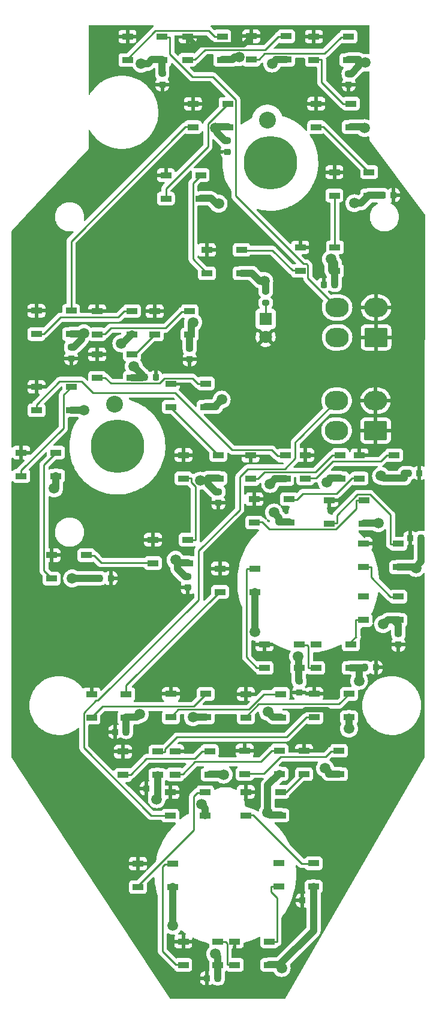
<source format=gbr>
%TF.GenerationSoftware,KiCad,Pcbnew,(6.0.9)*%
%TF.CreationDate,2022-12-26T16:29:41-09:00*%
%TF.ProjectId,PCB_ EXT LT PANEL,5043422c-2045-4585-9420-4c542050414e,rev?*%
%TF.SameCoordinates,Original*%
%TF.FileFunction,Copper,L1,Top*%
%TF.FilePolarity,Positive*%
%FSLAX46Y46*%
G04 Gerber Fmt 4.6, Leading zero omitted, Abs format (unit mm)*
G04 Created by KiCad (PCBNEW (6.0.9)) date 2022-12-26 16:29:41*
%MOMM*%
%LPD*%
G01*
G04 APERTURE LIST*
G04 Aperture macros list*
%AMRoundRect*
0 Rectangle with rounded corners*
0 $1 Rounding radius*
0 $2 $3 $4 $5 $6 $7 $8 $9 X,Y pos of 4 corners*
0 Add a 4 corners polygon primitive as box body*
4,1,4,$2,$3,$4,$5,$6,$7,$8,$9,$2,$3,0*
0 Add four circle primitives for the rounded corners*
1,1,$1+$1,$2,$3*
1,1,$1+$1,$4,$5*
1,1,$1+$1,$6,$7*
1,1,$1+$1,$8,$9*
0 Add four rect primitives between the rounded corners*
20,1,$1+$1,$2,$3,$4,$5,0*
20,1,$1+$1,$4,$5,$6,$7,0*
20,1,$1+$1,$6,$7,$8,$9,0*
20,1,$1+$1,$8,$9,$2,$3,0*%
G04 Aperture macros list end*
%TA.AperFunction,SMDPad,CuDef*%
%ADD10R,1.500000X0.900000*%
%TD*%
%TA.AperFunction,SMDPad,CuDef*%
%ADD11RoundRect,0.225000X0.250000X-0.225000X0.250000X0.225000X-0.250000X0.225000X-0.250000X-0.225000X0*%
%TD*%
%TA.AperFunction,SMDPad,CuDef*%
%ADD12RoundRect,0.225000X0.225000X0.250000X-0.225000X0.250000X-0.225000X-0.250000X0.225000X-0.250000X0*%
%TD*%
%TA.AperFunction,SMDPad,CuDef*%
%ADD13RoundRect,0.225000X-0.225000X-0.250000X0.225000X-0.250000X0.225000X0.250000X-0.225000X0.250000X0*%
%TD*%
%TA.AperFunction,SMDPad,CuDef*%
%ADD14RoundRect,0.200000X0.275000X-0.200000X0.275000X0.200000X-0.275000X0.200000X-0.275000X-0.200000X0*%
%TD*%
%TA.AperFunction,WasherPad*%
%ADD15C,7.540752*%
%TD*%
%TA.AperFunction,WasherPad*%
%ADD16C,2.381250*%
%TD*%
%TA.AperFunction,ComponentPad*%
%ADD17RoundRect,0.250001X1.399999X-1.099999X1.399999X1.099999X-1.399999X1.099999X-1.399999X-1.099999X0*%
%TD*%
%TA.AperFunction,ComponentPad*%
%ADD18O,3.300000X2.700000*%
%TD*%
%TA.AperFunction,ComponentPad*%
%ADD19R,1.800000X1.800000*%
%TD*%
%TA.AperFunction,ComponentPad*%
%ADD20C,1.800000*%
%TD*%
%TA.AperFunction,ViaPad*%
%ADD21C,1.500000*%
%TD*%
%TA.AperFunction,Conductor*%
%ADD22C,0.250000*%
%TD*%
%TA.AperFunction,Conductor*%
%ADD23C,1.000000*%
%TD*%
%TA.AperFunction,Conductor*%
%ADD24C,0.750000*%
%TD*%
G04 APERTURE END LIST*
D10*
%TO.P,D1,1,VDD*%
%TO.N,/LED+5V*%
X108915000Y-29414000D03*
%TO.P,D1,2,DOUT*%
%TO.N,Net-(D1-Pad2)*%
X108915000Y-32714000D03*
%TO.P,D1,3,VSS*%
%TO.N,/LEDGND*%
X113815000Y-32714000D03*
%TO.P,D1,4,DIN*%
%TO.N,/DATAIN*%
X113815000Y-29414000D03*
%TD*%
%TO.P,D2,1,VDD*%
%TO.N,/LED+5V*%
X117387000Y-29388800D03*
%TO.P,D2,2,DOUT*%
%TO.N,Net-(D2-Pad2)*%
X117387000Y-32688800D03*
%TO.P,D2,3,VSS*%
%TO.N,/LEDGND*%
X122287000Y-32688800D03*
%TO.P,D2,4,DIN*%
%TO.N,Net-(D1-Pad2)*%
X122287000Y-29388800D03*
%TD*%
%TO.P,D3,1,VDD*%
%TO.N,/LED+5V*%
X126390000Y-29363200D03*
%TO.P,D3,2,DOUT*%
%TO.N,Net-(D3-Pad2)*%
X126390000Y-32663200D03*
%TO.P,D3,3,VSS*%
%TO.N,/LEDGND*%
X131290000Y-32663200D03*
%TO.P,D3,4,DIN*%
%TO.N,Net-(D2-Pad2)*%
X131290000Y-29363200D03*
%TD*%
%TO.P,D4,1,VDD*%
%TO.N,/LED+5V*%
X135230000Y-29414000D03*
%TO.P,D4,2,DOUT*%
%TO.N,Net-(D4-Pad2)*%
X135230000Y-32714000D03*
%TO.P,D4,3,VSS*%
%TO.N,/LEDGND*%
X140130000Y-32714000D03*
%TO.P,D4,4,DIN*%
%TO.N,Net-(D3-Pad2)*%
X140130000Y-29414000D03*
%TD*%
%TO.P,D5,1,VDD*%
%TO.N,/LED+5V*%
X135562000Y-38862800D03*
%TO.P,D5,2,DOUT*%
%TO.N,Net-(D5-Pad2)*%
X135562000Y-42162800D03*
%TO.P,D5,3,VSS*%
%TO.N,/LEDGND*%
X140462000Y-42162800D03*
%TO.P,D5,4,DIN*%
%TO.N,Net-(D4-Pad2)*%
X140462000Y-38862800D03*
%TD*%
%TO.P,D6,1,VDD*%
%TO.N,/LED+5V*%
X138125000Y-48514800D03*
%TO.P,D6,2,DOUT*%
%TO.N,Net-(D6-Pad2)*%
X138125000Y-51814800D03*
%TO.P,D6,3,VSS*%
%TO.N,/LEDGND*%
X143025000Y-51814800D03*
%TO.P,D6,4,DIN*%
%TO.N,Net-(D5-Pad2)*%
X143025000Y-48514800D03*
%TD*%
%TO.P,D7,1,VDD*%
%TO.N,/LED+5V*%
X133299000Y-59132000D03*
%TO.P,D7,2,DOUT*%
%TO.N,Net-(D7-Pad2)*%
X133299000Y-62432000D03*
%TO.P,D7,3,VSS*%
%TO.N,/LEDGND*%
X138199000Y-62432000D03*
%TO.P,D7,4,DIN*%
%TO.N,Net-(D6-Pad2)*%
X138199000Y-59132000D03*
%TD*%
%TO.P,D8,1,VDD*%
%TO.N,/LED+5V*%
X120119000Y-59487600D03*
%TO.P,D8,2,DOUT*%
%TO.N,Net-(D8-Pad2)*%
X120119000Y-62787600D03*
%TO.P,D8,3,VSS*%
%TO.N,/LEDGND*%
X125019000Y-62787600D03*
%TO.P,D8,4,DIN*%
%TO.N,Net-(D7-Pad2)*%
X125019000Y-59487600D03*
%TD*%
%TO.P,D9,1,VDD*%
%TO.N,/LED+5V*%
X114339000Y-48946800D03*
%TO.P,D9,2,DOUT*%
%TO.N,Net-(D10-Pad4)*%
X114339000Y-52246800D03*
%TO.P,D9,3,VSS*%
%TO.N,/LEDGND*%
X119239000Y-52246800D03*
%TO.P,D9,4,DIN*%
%TO.N,Net-(D8-Pad2)*%
X119239000Y-48946800D03*
%TD*%
%TO.P,D10,1,VDD*%
%TO.N,/LED+5V*%
X118149000Y-38888400D03*
%TO.P,D10,2,DOUT*%
%TO.N,Net-(D10-Pad2)*%
X118149000Y-42188400D03*
%TO.P,D10,3,VSS*%
%TO.N,/LEDGND*%
X123049000Y-42188400D03*
%TO.P,D10,4,DIN*%
%TO.N,Net-(D10-Pad4)*%
X123049000Y-38888400D03*
%TD*%
%TO.P,D11,1,VDD*%
%TO.N,/LED+5V*%
X96051200Y-68047600D03*
%TO.P,D11,2,DOUT*%
%TO.N,Net-(D11-Pad2)*%
X96051200Y-71347600D03*
%TO.P,D11,3,VSS*%
%TO.N,/LEDGND*%
X100951200Y-71347600D03*
%TO.P,D11,4,DIN*%
%TO.N,Net-(D10-Pad2)*%
X100951200Y-68047600D03*
%TD*%
%TO.P,D12,1,VDD*%
%TO.N,/LED+5V*%
X104636000Y-68098400D03*
%TO.P,D12,2,DOUT*%
%TO.N,Net-(D12-Pad2)*%
X104636000Y-71398400D03*
%TO.P,D12,3,VSS*%
%TO.N,/LEDGND*%
X109536000Y-71398400D03*
%TO.P,D12,4,DIN*%
%TO.N,Net-(D11-Pad2)*%
X109536000Y-68098400D03*
%TD*%
%TO.P,D13,1,VDD*%
%TO.N,/LED+5V*%
X112776000Y-68123600D03*
%TO.P,D13,2,DOUT*%
%TO.N,Net-(D13-Pad2)*%
X112776000Y-71423600D03*
%TO.P,D13,3,VSS*%
%TO.N,/LEDGND*%
X117676000Y-71423600D03*
%TO.P,D13,4,DIN*%
%TO.N,Net-(D12-Pad2)*%
X117676000Y-68123600D03*
%TD*%
%TO.P,D14,1,VDD*%
%TO.N,/LED+5V*%
X104648000Y-74219600D03*
%TO.P,D14,2,DOUT*%
%TO.N,Net-(D14-Pad2)*%
X104648000Y-77519600D03*
%TO.P,D14,3,VSS*%
%TO.N,/LEDGND*%
X109548000Y-77519600D03*
%TO.P,D14,4,DIN*%
%TO.N,Net-(D13-Pad2)*%
X109548000Y-74219600D03*
%TD*%
%TO.P,D15,1,VDD*%
%TO.N,/LED+5V*%
X115062000Y-78334400D03*
%TO.P,D15,2,DOUT*%
%TO.N,Net-(D15-Pad2)*%
X115062000Y-81634400D03*
%TO.P,D15,3,VSS*%
%TO.N,/LEDGND*%
X119962000Y-81634400D03*
%TO.P,D15,4,DIN*%
%TO.N,Net-(D14-Pad2)*%
X119962000Y-78334400D03*
%TD*%
%TO.P,D16,1,VDD*%
%TO.N,/LED+5V*%
X116840000Y-88392800D03*
%TO.P,D16,2,DOUT*%
%TO.N,Net-(D16-Pad2)*%
X116840000Y-91692800D03*
%TO.P,D16,3,VSS*%
%TO.N,/LEDGND*%
X121740000Y-91692800D03*
%TO.P,D16,4,DIN*%
%TO.N,Net-(D15-Pad2)*%
X121740000Y-88392800D03*
%TD*%
%TO.P,D17,1,VDD*%
%TO.N,/LED+5V*%
X112522000Y-100331000D03*
%TO.P,D17,2,DOUT*%
%TO.N,Net-(D17-Pad2)*%
X112522000Y-103631000D03*
%TO.P,D17,3,VSS*%
%TO.N,/LEDGND*%
X117422000Y-103631000D03*
%TO.P,D17,4,DIN*%
%TO.N,Net-(D16-Pad2)*%
X117422000Y-100331000D03*
%TD*%
%TO.P,D18,1,VDD*%
%TO.N,/LED+5V*%
X98196000Y-102515000D03*
%TO.P,D18,2,DOUT*%
%TO.N,Net-(D18-Pad2)*%
X98196000Y-105815000D03*
%TO.P,D18,3,VSS*%
%TO.N,/LEDGND*%
X103096000Y-105815000D03*
%TO.P,D18,4,DIN*%
%TO.N,Net-(D17-Pad2)*%
X103096000Y-102515000D03*
%TD*%
%TO.P,D19,1,VDD*%
%TO.N,/LED+5V*%
X93917600Y-88062800D03*
%TO.P,D19,2,DOUT*%
%TO.N,Net-(D19-Pad2)*%
X93917600Y-91362800D03*
%TO.P,D19,3,VSS*%
%TO.N,/LEDGND*%
X98817600Y-91362800D03*
%TO.P,D19,4,DIN*%
%TO.N,Net-(D18-Pad2)*%
X98817600Y-88062800D03*
%TD*%
%TO.P,D20,1,VDD*%
%TO.N,/LED+5V*%
X96062800Y-78791600D03*
%TO.P,D20,2,DOUT*%
%TO.N,Net-(D20-Pad2)*%
X96062800Y-82091600D03*
%TO.P,D20,3,VSS*%
%TO.N,/LEDGND*%
X100962800Y-82091600D03*
%TO.P,D20,4,DIN*%
%TO.N,Net-(D19-Pad2)*%
X100962800Y-78791600D03*
%TD*%
%TO.P,D21,1,VDD*%
%TO.N,/LED+5V*%
X126277000Y-88469200D03*
%TO.P,D21,2,DOUT*%
%TO.N,Net-(D21-Pad2)*%
X126277000Y-91769200D03*
%TO.P,D21,3,VSS*%
%TO.N,/LEDGND*%
X131177000Y-91769200D03*
%TO.P,D21,4,DIN*%
%TO.N,Net-(D20-Pad2)*%
X131177000Y-88469200D03*
%TD*%
%TO.P,D22,1,VDD*%
%TO.N,/LED+5V*%
X134010000Y-88392800D03*
%TO.P,D22,2,DOUT*%
%TO.N,Net-(D22-Pad2)*%
X134010000Y-91692800D03*
%TO.P,D22,3,VSS*%
%TO.N,/LEDGND*%
X138910000Y-91692800D03*
%TO.P,D22,4,DIN*%
%TO.N,Net-(D21-Pad2)*%
X138910000Y-88392800D03*
%TD*%
%TO.P,D23,1,VDD*%
%TO.N,/LED+5V*%
X141670000Y-88418400D03*
%TO.P,D23,2,DOUT*%
%TO.N,Net-(D23-Pad2)*%
X141670000Y-91718400D03*
%TO.P,D23,3,VSS*%
%TO.N,/LEDGND*%
X146570000Y-91718400D03*
%TO.P,D23,4,DIN*%
%TO.N,Net-(D22-Pad2)*%
X146570000Y-88418400D03*
%TD*%
%TO.P,D24,1,VDD*%
%TO.N,/LED+5V*%
X126836000Y-94616000D03*
%TO.P,D24,2,DOUT*%
%TO.N,Net-(D24-Pad2)*%
X126836000Y-97916000D03*
%TO.P,D24,3,VSS*%
%TO.N,/LEDGND*%
X131736000Y-97916000D03*
%TO.P,D24,4,DIN*%
%TO.N,Net-(D23-Pad2)*%
X131736000Y-94616000D03*
%TD*%
%TO.P,D25,1,VDD*%
%TO.N,/LED+5V*%
X137402000Y-94768400D03*
%TO.P,D25,2,DOUT*%
%TO.N,Net-(D25-Pad2)*%
X137402000Y-98068400D03*
%TO.P,D25,3,VSS*%
%TO.N,/LEDGND*%
X142302000Y-98068400D03*
%TO.P,D25,4,DIN*%
%TO.N,Net-(D24-Pad2)*%
X142302000Y-94768400D03*
%TD*%
%TO.P,D26,1,VDD*%
%TO.N,/LED+5V*%
X142228000Y-100915000D03*
%TO.P,D26,2,DOUT*%
%TO.N,Net-(D26-Pad2)*%
X142228000Y-104215000D03*
%TO.P,D26,3,VSS*%
%TO.N,/LEDGND*%
X147128000Y-104215000D03*
%TO.P,D26,4,DIN*%
%TO.N,Net-(D25-Pad2)*%
X147128000Y-100915000D03*
%TD*%
%TO.P,D27,1,VDD*%
%TO.N,/LED+5V*%
X142240000Y-108357000D03*
%TO.P,D27,2,DOUT*%
%TO.N,Net-(D27-Pad2)*%
X142240000Y-111657000D03*
%TO.P,D27,3,VSS*%
%TO.N,/LEDGND*%
X147140000Y-111657000D03*
%TO.P,D27,4,DIN*%
%TO.N,Net-(D26-Pad2)*%
X147140000Y-108357000D03*
%TD*%
%TO.P,D28,1,VDD*%
%TO.N,/LED+5V*%
X135534000Y-115114000D03*
%TO.P,D28,2,DOUT*%
%TO.N,Net-(D28-Pad2)*%
X135534000Y-118414000D03*
%TO.P,D28,3,VSS*%
%TO.N,/LEDGND*%
X140434000Y-118414000D03*
%TO.P,D28,4,DIN*%
%TO.N,Net-(D27-Pad2)*%
X140434000Y-115114000D03*
%TD*%
%TO.P,D29,1,VDD*%
%TO.N,/LED+5V*%
X128270000Y-115114000D03*
%TO.P,D29,2,DOUT*%
%TO.N,Net-(D29-Pad2)*%
X128270000Y-118414000D03*
%TO.P,D29,3,VSS*%
%TO.N,/LEDGND*%
X133170000Y-118414000D03*
%TO.P,D29,4,DIN*%
%TO.N,Net-(D28-Pad2)*%
X133170000Y-115114000D03*
%TD*%
%TO.P,D30,1,VDD*%
%TO.N,/LED+5V*%
X121971000Y-104395000D03*
%TO.P,D30,2,DOUT*%
%TO.N,Net-(D30-Pad2)*%
X121971000Y-107695000D03*
%TO.P,D30,3,VSS*%
%TO.N,/LEDGND*%
X126871000Y-107695000D03*
%TO.P,D30,4,DIN*%
%TO.N,Net-(D29-Pad2)*%
X126871000Y-104395000D03*
%TD*%
%TO.P,D31,1,VDD*%
%TO.N,/LED+5V*%
X103835000Y-122124000D03*
%TO.P,D31,2,DOUT*%
%TO.N,Net-(D31-Pad2)*%
X103835000Y-125424000D03*
%TO.P,D31,3,VSS*%
%TO.N,/LEDGND*%
X108735000Y-125424000D03*
%TO.P,D31,4,DIN*%
%TO.N,Net-(D30-Pad2)*%
X108735000Y-122124000D03*
%TD*%
%TO.P,D32,1,VDD*%
%TO.N,/LED+5V*%
X115062000Y-122073000D03*
%TO.P,D32,2,DOUT*%
%TO.N,Net-(D32-Pad2)*%
X115062000Y-125373000D03*
%TO.P,D32,3,VSS*%
%TO.N,/LEDGND*%
X119962000Y-125373000D03*
%TO.P,D32,4,DIN*%
%TO.N,Net-(D31-Pad2)*%
X119962000Y-122073000D03*
%TD*%
%TO.P,D33,1,VDD*%
%TO.N,/LED+5V*%
X125617000Y-122099000D03*
%TO.P,D33,2,DOUT*%
%TO.N,Net-(D33-Pad2)*%
X125617000Y-125399000D03*
%TO.P,D33,3,VSS*%
%TO.N,/LEDGND*%
X130517000Y-125399000D03*
%TO.P,D33,4,DIN*%
%TO.N,Net-(D32-Pad2)*%
X130517000Y-122099000D03*
%TD*%
%TO.P,D34,1,VDD*%
%TO.N,/LED+5V*%
X135280000Y-122073000D03*
%TO.P,D34,2,DOUT*%
%TO.N,Net-(D34-Pad2)*%
X135280000Y-125373000D03*
%TO.P,D34,3,VSS*%
%TO.N,/LEDGND*%
X140180000Y-125373000D03*
%TO.P,D34,4,DIN*%
%TO.N,Net-(D33-Pad2)*%
X140180000Y-122073000D03*
%TD*%
%TO.P,D35,1,VDD*%
%TO.N,/LED+5V*%
X108255000Y-130201000D03*
%TO.P,D35,2,DOUT*%
%TO.N,Net-(D35-Pad2)*%
X108255000Y-133501000D03*
%TO.P,D35,3,VSS*%
%TO.N,/LEDGND*%
X113155000Y-133501000D03*
%TO.P,D35,4,DIN*%
%TO.N,Net-(D34-Pad2)*%
X113155000Y-130201000D03*
%TD*%
%TO.P,D36,1,VDD*%
%TO.N,/LED+5V*%
X115621000Y-130150000D03*
%TO.P,D36,2,DOUT*%
%TO.N,Net-(D36-Pad2)*%
X115621000Y-133450000D03*
%TO.P,D36,3,VSS*%
%TO.N,/LEDGND*%
X120521000Y-133450000D03*
%TO.P,D36,4,DIN*%
%TO.N,Net-(D35-Pad2)*%
X120521000Y-130150000D03*
%TD*%
%TO.P,D37,1,VDD*%
%TO.N,/LED+5V*%
X125476000Y-130049000D03*
%TO.P,D37,2,DOUT*%
%TO.N,Net-(D37-Pad2)*%
X125476000Y-133349000D03*
%TO.P,D37,3,VSS*%
%TO.N,/LEDGND*%
X130376000Y-133349000D03*
%TO.P,D37,4,DIN*%
%TO.N,Net-(D36-Pad2)*%
X130376000Y-130049000D03*
%TD*%
%TO.P,D38,1,VDD*%
%TO.N,/LED+5V*%
X133858000Y-130100000D03*
%TO.P,D38,2,DOUT*%
%TO.N,Net-(D38-Pad2)*%
X133858000Y-133400000D03*
%TO.P,D38,3,VSS*%
%TO.N,/LEDGND*%
X138758000Y-133400000D03*
%TO.P,D38,4,DIN*%
%TO.N,Net-(D37-Pad2)*%
X138758000Y-130100000D03*
%TD*%
%TO.P,D39,1,VDD*%
%TO.N,/LED+5V*%
X125605000Y-135891000D03*
%TO.P,D39,2,DOUT*%
%TO.N,Net-(D39-Pad2)*%
X125605000Y-139191000D03*
%TO.P,D39,3,VSS*%
%TO.N,/LEDGND*%
X130505000Y-139191000D03*
%TO.P,D39,4,DIN*%
%TO.N,Net-(D38-Pad2)*%
X130505000Y-135891000D03*
%TD*%
%TO.P,D40,1,VDD*%
%TO.N,/LED+5V*%
X130279000Y-145949000D03*
%TO.P,D40,2,DOUT*%
%TO.N,Net-(D40-Pad2)*%
X130279000Y-149249000D03*
%TO.P,D40,3,VSS*%
%TO.N,/LEDGND*%
X135179000Y-149249000D03*
%TO.P,D40,4,DIN*%
%TO.N,Net-(D39-Pad2)*%
X135179000Y-145949000D03*
%TD*%
%TO.P,D41,1,VDD*%
%TO.N,/LED+5V*%
X124054000Y-156973000D03*
%TO.P,D41,2,DOUT*%
%TO.N,Net-(D41-Pad2)*%
X124054000Y-160273000D03*
%TO.P,D41,3,VSS*%
%TO.N,/LEDGND*%
X128954000Y-160273000D03*
%TO.P,D41,4,DIN*%
%TO.N,Net-(D40-Pad2)*%
X128954000Y-156973000D03*
%TD*%
%TO.P,D42,1,VDD*%
%TO.N,/LED+5V*%
X116789000Y-156973000D03*
%TO.P,D42,2,DOUT*%
%TO.N,Net-(D42-Pad2)*%
X116789000Y-160273000D03*
%TO.P,D42,3,VSS*%
%TO.N,/LEDGND*%
X121689000Y-160273000D03*
%TO.P,D42,4,DIN*%
%TO.N,Net-(D41-Pad2)*%
X121689000Y-156973000D03*
%TD*%
%TO.P,D43,1,VDD*%
%TO.N,/LED+5V*%
X110388000Y-146000000D03*
%TO.P,D43,2,DOUT*%
%TO.N,Net-(D43-Pad2)*%
X110388000Y-149300000D03*
%TO.P,D43,3,VSS*%
%TO.N,/LEDGND*%
X115288000Y-149300000D03*
%TO.P,D43,4,DIN*%
%TO.N,Net-(D42-Pad2)*%
X115288000Y-146000000D03*
%TD*%
%TO.P,D44,1,VDD*%
%TO.N,/LED+5V*%
X114960000Y-135942000D03*
%TO.P,D44,2,DOUT*%
%TO.N,/DATAOUT*%
X114960000Y-139242000D03*
%TO.P,D44,3,VSS*%
%TO.N,/LEDGND*%
X119860000Y-139242000D03*
%TO.P,D44,4,DIN*%
%TO.N,Net-(D43-Pad2)*%
X119860000Y-135942000D03*
%TD*%
D11*
%TO.P,C2,1*%
%TO.N,/LED+5V*%
X113820000Y-36170000D03*
%TO.P,C2,2*%
%TO.N,/LEDGND*%
X113820000Y-34620000D03*
%TD*%
%TO.P,C3,1*%
%TO.N,/LED+5V*%
X123038000Y-45638900D03*
%TO.P,C3,2*%
%TO.N,/LEDGND*%
X123038000Y-44088900D03*
%TD*%
D12*
%TO.P,C4,1*%
%TO.N,/LED+5V*%
X146449000Y-51765200D03*
%TO.P,C4,2*%
%TO.N,/LEDGND*%
X144899000Y-51765200D03*
%TD*%
D13*
%TO.P,C5,1*%
%TO.N,/LED+5V*%
X136629000Y-64396600D03*
%TO.P,C5,2*%
%TO.N,/LEDGND*%
X138179000Y-64396600D03*
%TD*%
D11*
%TO.P,C6,1*%
%TO.N,/LED+5V*%
X117686000Y-74912500D03*
%TO.P,C6,2*%
%TO.N,/LEDGND*%
X117686000Y-73362500D03*
%TD*%
%TO.P,C7,1*%
%TO.N,/LED+5V*%
X140139000Y-36190300D03*
%TO.P,C7,2*%
%TO.N,/LEDGND*%
X140139000Y-34640300D03*
%TD*%
D12*
%TO.P,C8,1*%
%TO.N,/LED+5V*%
X112898000Y-77467500D03*
%TO.P,C8,2*%
%TO.N,/LEDGND*%
X111348000Y-77467500D03*
%TD*%
D11*
%TO.P,C9,1*%
%TO.N,/LED+5V*%
X100957000Y-74772700D03*
%TO.P,C9,2*%
%TO.N,/LEDGND*%
X100957000Y-73222700D03*
%TD*%
%TO.P,C10,1*%
%TO.N,/LED+5V*%
X117419000Y-107066000D03*
%TO.P,C10,2*%
%TO.N,/LEDGND*%
X117419000Y-105516000D03*
%TD*%
D12*
%TO.P,C11,1*%
%TO.N,/LED+5V*%
X106541000Y-105771000D03*
%TO.P,C11,2*%
%TO.N,/LEDGND*%
X104991000Y-105771000D03*
%TD*%
D11*
%TO.P,C12,1*%
%TO.N,/LED+5V*%
X121735000Y-95131000D03*
%TO.P,C12,2*%
%TO.N,/LEDGND*%
X121735000Y-93581000D03*
%TD*%
D12*
%TO.P,C13,1*%
%TO.N,/LED+5V*%
X150127000Y-90932000D03*
%TO.P,C13,2*%
%TO.N,/LEDGND*%
X148577000Y-90932000D03*
%TD*%
D14*
%TO.P,R1,1*%
%TO.N,Net-(D45-Pad1)*%
X128422000Y-66946200D03*
%TO.P,R1,2*%
%TO.N,/LEDGND*%
X128422000Y-65296200D03*
%TD*%
D13*
%TO.P,C14,1*%
%TO.N,/LED+5V*%
X148816000Y-100076000D03*
%TO.P,C14,2*%
%TO.N,/LEDGND*%
X150366000Y-100076000D03*
%TD*%
D12*
%TO.P,C15,1*%
%TO.N,/LED+5V*%
X143978000Y-118359000D03*
%TO.P,C15,2*%
%TO.N,/LEDGND*%
X142428000Y-118359000D03*
%TD*%
D11*
%TO.P,C16,1*%
%TO.N,/LED+5V*%
X147147000Y-115139000D03*
%TO.P,C16,2*%
%TO.N,/LEDGND*%
X147147000Y-113589000D03*
%TD*%
%TO.P,C17,1*%
%TO.N,/LED+5V*%
X133165000Y-121847000D03*
%TO.P,C17,2*%
%TO.N,/LEDGND*%
X133165000Y-120297000D03*
%TD*%
D13*
%TO.P,C18,1*%
%TO.N,/LED+5V*%
X107167000Y-127427000D03*
%TO.P,C18,2*%
%TO.N,/LEDGND*%
X108717000Y-127427000D03*
%TD*%
%TO.P,C19,1*%
%TO.N,/LED+5V*%
X111595000Y-135412000D03*
%TO.P,C19,2*%
%TO.N,/LEDGND*%
X113145000Y-135412000D03*
%TD*%
%TO.P,C20,1*%
%TO.N,/LED+5V*%
X120119000Y-162164000D03*
%TO.P,C20,2*%
%TO.N,/LEDGND*%
X121669000Y-162164000D03*
%TD*%
%TO.P,C21,1*%
%TO.N,/LED+5V*%
X133601000Y-151178000D03*
%TO.P,C21,2*%
%TO.N,/LEDGND*%
X135151000Y-151178000D03*
%TD*%
D15*
%TO.P,2,*%
%TO.N,*%
X107486400Y-87198200D03*
D16*
X107067861Y-81212816D03*
%TD*%
D15*
%TO.P,1,*%
%TO.N,*%
X129076400Y-47193200D03*
D16*
X128657861Y-41207816D03*
%TD*%
D17*
%TO.P,J1,1,Pin_1*%
%TO.N,/LED+5V*%
X144003000Y-71808300D03*
D18*
%TO.P,J1,2,Pin_2*%
X144003000Y-67608300D03*
%TO.P,J1,3,Pin_3*%
%TO.N,/LEDGND*%
X138503000Y-71808300D03*
%TO.P,J1,4,Pin_4*%
%TO.N,/DATAIN*%
X138503000Y-67608300D03*
%TD*%
D17*
%TO.P,J2,1,Pin_1*%
%TO.N,/LED+5V*%
X143934000Y-84960500D03*
D18*
%TO.P,J2,2,Pin_2*%
X143934000Y-80760500D03*
%TO.P,J2,3,Pin_3*%
%TO.N,/LEDGND*%
X138434000Y-84960500D03*
%TO.P,J2,4,Pin_4*%
%TO.N,/DATAOUT*%
X138434000Y-80760500D03*
%TD*%
D19*
%TO.P,D45,1,K*%
%TO.N,Net-(D45-Pad1)*%
X128422000Y-69212500D03*
D20*
%TO.P,D45,2,A*%
%TO.N,/LED+5V*%
X128422000Y-71752500D03*
%TD*%
D21*
%TO.N,/LEDGND*%
X121291600Y-158733500D03*
X141596300Y-120243500D03*
X144987100Y-112244200D03*
X118149800Y-125357300D03*
X126867920Y-113304320D03*
X115333780Y-154767280D03*
X122488100Y-133452500D03*
X121777500Y-52966300D03*
X98548100Y-93126400D03*
X137620500Y-60782000D03*
X132995300Y-116764000D03*
X118191000Y-69687300D03*
X109789900Y-75869600D03*
X110828500Y-33221300D03*
X121329600Y-42321900D03*
X119175900Y-92022200D03*
X136820300Y-132552600D03*
X140941700Y-52896700D03*
X129340500Y-33202200D03*
X108040500Y-72661300D03*
X129054000Y-92461700D03*
X137072200Y-92251000D03*
X115680200Y-103175000D03*
X144307560Y-97993200D03*
X129583900Y-96507300D03*
X101098200Y-105787200D03*
X102763700Y-71249300D03*
X149632500Y-104331200D03*
X124672600Y-32337900D03*
X142501300Y-33099800D03*
X113050600Y-136924600D03*
X142383800Y-42309100D03*
X102769500Y-82056000D03*
X144702100Y-91325900D03*
X128724000Y-124595600D03*
X130680400Y-160711700D03*
X128718000Y-138801200D03*
X128224600Y-63841700D03*
X110631400Y-124938100D03*
X119325390Y-137651490D03*
X140180000Y-126967040D03*
X122208600Y-80592200D03*
%TO.N,/LED+5V*%
X114765800Y-56853200D03*
%TD*%
D22*
%TO.N,Net-(D1-Pad2)*%
X108915000Y-32565600D02*
X112867100Y-28613500D01*
X120386400Y-28613500D02*
X121211700Y-29438800D01*
X112867100Y-28613500D02*
X120386400Y-28613500D01*
X108915000Y-32664000D02*
X108915000Y-32565600D01*
X122287000Y-29438800D02*
X121211700Y-29438800D01*
%TO.N,Net-(D2-Pad2)*%
X130214700Y-29413200D02*
X128365300Y-31262600D01*
X131290000Y-29413200D02*
X130214700Y-29413200D01*
X117387000Y-32638800D02*
X118462300Y-32638800D01*
X128365300Y-31262600D02*
X119838500Y-31262600D01*
X119838500Y-31262600D02*
X118462300Y-32638800D01*
%TO.N,Net-(D3-Pad2)*%
X127465300Y-32613200D02*
X128290600Y-31787900D01*
X136730800Y-31787900D02*
X139054700Y-29464000D01*
X140130000Y-29464000D02*
X139054700Y-29464000D01*
X126390000Y-32613200D02*
X127465300Y-32613200D01*
X128290600Y-31787900D02*
X136730800Y-31787900D01*
%TO.N,Net-(D4-Pad2)*%
X136305300Y-35831400D02*
X139386700Y-38912800D01*
X136305300Y-32664000D02*
X136305300Y-35831400D01*
X140462000Y-38912800D02*
X139386700Y-38912800D01*
X135230000Y-32664000D02*
X136305300Y-32664000D01*
%TO.N,Net-(D5-Pad2)*%
X136573000Y-42112800D02*
X143025000Y-48564800D01*
X135562000Y-42112800D02*
X136573000Y-42112800D01*
%TO.N,Net-(D10-Pad4)*%
X120254599Y-41732801D02*
X123049000Y-38938400D01*
X114339000Y-52196800D02*
X114339000Y-50831802D01*
X120254599Y-44916203D02*
X120254599Y-41732801D01*
X114339000Y-50831802D02*
X120254599Y-44916203D01*
%TO.N,Net-(D7-Pad2)*%
X129379300Y-59537600D02*
X125019000Y-59537600D01*
X132223700Y-62382000D02*
X129379300Y-59537600D01*
X133299000Y-62382000D02*
X132223700Y-62382000D01*
%TO.N,Net-(D10-Pad2)*%
X117073700Y-42138400D02*
X118149000Y-42138400D01*
X100951200Y-58260900D02*
X117073700Y-42138400D01*
X100951200Y-68097600D02*
X100951200Y-58260900D01*
%TO.N,Net-(D11-Pad2)*%
X99450400Y-68973700D02*
X107635400Y-68973700D01*
X109536000Y-68148400D02*
X108460700Y-68148400D01*
X97126500Y-71297600D02*
X99450400Y-68973700D01*
X107635400Y-68973700D02*
X108460700Y-68148400D01*
X96051200Y-71297600D02*
X97126500Y-71297600D01*
%TO.N,Net-(D12-Pad2)*%
X117676000Y-68173600D02*
X116600700Y-68173600D01*
X104636000Y-71348400D02*
X105711300Y-71348400D01*
X105711300Y-71348400D02*
X106536600Y-70523100D01*
X106536600Y-70523100D02*
X114251200Y-70523100D01*
X114251200Y-70523100D02*
X116600700Y-68173600D01*
%TO.N,Net-(D13-Pad2)*%
X109880000Y-74269600D02*
X112776000Y-71373600D01*
X109548000Y-74269600D02*
X109880000Y-74269600D01*
%TO.N,Net-(D14-Pad2)*%
X113406200Y-78294900D02*
X106548600Y-78294900D01*
X114142100Y-77559000D02*
X113406200Y-78294900D01*
X104648000Y-77469600D02*
X105723300Y-77469600D01*
X118886700Y-78384400D02*
X118061300Y-77559000D01*
X118061300Y-77559000D02*
X114142100Y-77559000D01*
X119962000Y-78384400D02*
X118886700Y-78384400D01*
X106548600Y-78294900D02*
X105723300Y-77469600D01*
%TO.N,Net-(D15-Pad2)*%
X115062000Y-81584400D02*
X115062000Y-81764800D01*
X115062000Y-81764800D02*
X121740000Y-88442800D01*
%TO.N,Net-(D16-Pad2)*%
X116840000Y-91642800D02*
X117915300Y-91642800D01*
X117915300Y-91642800D02*
X117915300Y-92282300D01*
X117915300Y-92282300D02*
X118497300Y-92864300D01*
X117422000Y-100381000D02*
X118497300Y-100381000D01*
X118497300Y-92864300D02*
X118497300Y-100381000D01*
%TO.N,Net-(D17-Pad2)*%
X103096000Y-102565000D02*
X104171300Y-102565000D01*
X105187300Y-103581000D02*
X104171300Y-102565000D01*
X112522000Y-103581000D02*
X105187300Y-103581000D01*
%TO.N,Net-(D18-Pad2)*%
X97120999Y-89809401D02*
X98817600Y-88112800D01*
X98196000Y-105765000D02*
X97120999Y-104689999D01*
X97120999Y-104689999D02*
X97120999Y-89809401D01*
%TO.N,Net-(D19-Pad2)*%
X99887799Y-84592601D02*
X99887799Y-79916601D01*
X99887799Y-79916601D02*
X100962800Y-78841600D01*
X93917600Y-90562800D02*
X99887799Y-84592601D01*
X93917600Y-91312800D02*
X93917600Y-90562800D01*
%TO.N,Net-(D20-Pad2)*%
X130101700Y-88519200D02*
X131177000Y-88519200D01*
X96062800Y-81291600D02*
X99338200Y-78016200D01*
X123702400Y-87693900D02*
X129276400Y-87693900D01*
X129276400Y-87693900D02*
X130101700Y-88519200D01*
X115668600Y-79660100D02*
X123702400Y-87693900D01*
X102398500Y-78016200D02*
X104042400Y-79660100D01*
X104042400Y-79660100D02*
X115668600Y-79660100D01*
X99338200Y-78016200D02*
X102398500Y-78016200D01*
X96062800Y-82041600D02*
X96062800Y-81291600D01*
%TO.N,Net-(D21-Pad2)*%
X127352300Y-91719200D02*
X128254100Y-90817400D01*
X128254100Y-90817400D02*
X135460100Y-90817400D01*
X135460100Y-90817400D02*
X137834700Y-88442800D01*
X138910000Y-88442800D02*
X137834700Y-88442800D01*
X126277000Y-91719200D02*
X127352300Y-91719200D01*
%TO.N,Net-(D22-Pad2)*%
X134010000Y-91642800D02*
X135556700Y-91642800D01*
X137905800Y-89293700D02*
X144669400Y-89293700D01*
X146570000Y-88468400D02*
X145494700Y-88468400D01*
X135556700Y-91642800D02*
X137905800Y-89293700D01*
X144669400Y-89293700D02*
X145494700Y-88468400D01*
%TO.N,Net-(D23-Pad2)*%
X131736000Y-94666000D02*
X132811300Y-94666000D01*
X140594700Y-91668400D02*
X138422400Y-93840700D01*
X133636600Y-93840700D02*
X132811300Y-94666000D01*
X138422400Y-93840700D02*
X133636600Y-93840700D01*
X141670000Y-91668400D02*
X140594700Y-91668400D01*
%TO.N,Net-(D24-Pad2)*%
X142302000Y-94818400D02*
X141226700Y-94818400D01*
X127911300Y-97866000D02*
X128889100Y-98843800D01*
X141226700Y-95952400D02*
X141226700Y-94818400D01*
X126836000Y-97866000D02*
X127911300Y-97866000D01*
X128889100Y-98843800D02*
X138335300Y-98843800D01*
X138335300Y-98843800D02*
X141226700Y-95952400D01*
%TO.N,Net-(D25-Pad2)*%
X141402200Y-93967400D02*
X143174200Y-93967400D01*
X138477300Y-96892300D02*
X141402200Y-93967400D01*
X147128000Y-100965000D02*
X146052700Y-100965000D01*
X137402000Y-98018400D02*
X138477300Y-98018400D01*
X138477300Y-98018400D02*
X138477300Y-96892300D01*
X143174200Y-93967400D02*
X146052700Y-96845900D01*
X146052700Y-96845900D02*
X146052700Y-100965000D01*
%TO.N,Net-(D26-Pad2)*%
X143303300Y-105645600D02*
X146064700Y-108407000D01*
X142228000Y-104165000D02*
X143303300Y-104165000D01*
X147140000Y-108407000D02*
X146064700Y-108407000D01*
X143303300Y-104165000D02*
X143303300Y-105645600D01*
%TO.N,Net-(D27-Pad2)*%
X140434000Y-114709000D02*
X141093300Y-114049700D01*
X141164700Y-113994100D02*
X141220300Y-114049700D01*
X141093300Y-114049700D02*
X141220300Y-114049700D01*
X141164700Y-111607000D02*
X141164700Y-113994100D01*
X142240000Y-111607000D02*
X141164700Y-111607000D01*
X140434000Y-115164000D02*
X140434000Y-114709000D01*
%TO.N,Net-(D28-Pad2)*%
X134458700Y-115377400D02*
X134245300Y-115164000D01*
X135534000Y-118364000D02*
X134458700Y-118364000D01*
X134458700Y-118364000D02*
X134458700Y-115377400D01*
X133170000Y-115164000D02*
X134245300Y-115164000D01*
%TO.N,Net-(D29-Pad2)*%
X125725600Y-104515100D02*
X125725600Y-116894900D01*
X125795700Y-104445000D02*
X125725600Y-104515100D01*
X128270000Y-118364000D02*
X127194700Y-118364000D01*
X126871000Y-104445000D02*
X125795700Y-104445000D01*
X125725600Y-116894900D02*
X127194700Y-118364000D01*
%TO.N,Net-(D30-Pad2)*%
X108735000Y-120881000D02*
X121971000Y-107645000D01*
X108735000Y-122174000D02*
X108735000Y-120881000D01*
%TO.N,Net-(D31-Pad2)*%
X105384000Y-123825000D02*
X105206500Y-124002500D01*
X118260000Y-123825000D02*
X105384000Y-123825000D01*
X118260000Y-123825000D02*
X119962000Y-122123000D01*
X103835000Y-125374000D02*
X105206500Y-124002500D01*
%TO.N,Net-(D32-Pad2)*%
X116102701Y-124282299D02*
X126047291Y-124282299D01*
X126047291Y-124282299D02*
X128180590Y-122149000D01*
X115062000Y-125323000D02*
X116102701Y-124282299D01*
X128180590Y-122149000D02*
X130517000Y-122149000D01*
%TO.N,Net-(D33-Pad2)*%
X138782401Y-123520599D02*
X140180000Y-122123000D01*
X125617000Y-125349000D02*
X127445401Y-123520599D01*
X127445401Y-123520599D02*
X138782401Y-123520599D01*
%TO.N,Net-(D34-Pad2)*%
X135280000Y-125323000D02*
X134204700Y-125323000D01*
X113155000Y-130251000D02*
X114230300Y-130251000D01*
X134204700Y-125323000D02*
X131373600Y-128154100D01*
X115914600Y-128154100D02*
X114230300Y-129838400D01*
X114230300Y-129838400D02*
X114230300Y-130251000D01*
X131373600Y-128154100D02*
X115914600Y-128154100D01*
%TO.N,Net-(D35-Pad2)*%
X120521000Y-130200000D02*
X119445700Y-130200000D01*
X109330300Y-133451000D02*
X111606500Y-131174800D01*
X108255000Y-133451000D02*
X109330300Y-133451000D01*
X111606500Y-131174800D02*
X118470900Y-131174800D01*
X118470900Y-131174800D02*
X119445700Y-130200000D01*
%TO.N,Net-(D36-Pad2)*%
X127774500Y-131625200D02*
X129300700Y-130099000D01*
X115621000Y-133400000D02*
X116696300Y-133400000D01*
X118471100Y-131625200D02*
X127774500Y-131625200D01*
X116696300Y-133400000D02*
X118471100Y-131625200D01*
X130376000Y-130099000D02*
X129300700Y-130099000D01*
%TO.N,Net-(D37-Pad2)*%
X128201900Y-133299000D02*
X130525600Y-130975300D01*
X130525600Y-130975300D02*
X136857400Y-130975300D01*
X136857400Y-130975300D02*
X137682700Y-130150000D01*
X126551300Y-133299000D02*
X128201900Y-133299000D01*
X138758000Y-130150000D02*
X137682700Y-130150000D01*
X125476000Y-133299000D02*
X126551300Y-133299000D01*
%TO.N,Net-(D38-Pad2)*%
X131267000Y-135941000D02*
X133858000Y-133350000D01*
X130505000Y-135941000D02*
X131267000Y-135941000D01*
%TO.N,Net-(D39-Pad2)*%
X126680300Y-139141000D02*
X133538300Y-145999000D01*
X125605000Y-139141000D02*
X126680300Y-139141000D01*
X133538300Y-145999000D02*
X135179000Y-145999000D01*
%TO.N,Net-(D40-Pad2)*%
X130029300Y-157023000D02*
X130029300Y-150849900D01*
X128954000Y-157023000D02*
X130029300Y-157023000D01*
X130029300Y-150849900D02*
X129203700Y-150024300D01*
X130279000Y-149199000D02*
X129203700Y-149199000D01*
X129203700Y-150024300D02*
X129203700Y-149199000D01*
%TO.N,Net-(D41-Pad2)*%
X122978700Y-157237400D02*
X122764300Y-157023000D01*
X122978700Y-160223000D02*
X122978700Y-157237400D01*
X121689000Y-157023000D02*
X122764300Y-157023000D01*
X124054000Y-160223000D02*
X122978700Y-160223000D01*
%TO.N,Net-(D42-Pad2)*%
X115288000Y-146050000D02*
X114212700Y-146050000D01*
X113849200Y-158358500D02*
X115713700Y-160223000D01*
X114212700Y-146050000D02*
X113849200Y-146413500D01*
X116789000Y-160223000D02*
X115713700Y-160223000D01*
X113849200Y-146413500D02*
X113849200Y-158358500D01*
%TO.N,Net-(D43-Pad2)*%
X118784700Y-135992000D02*
X119860000Y-135992000D01*
X118244300Y-141295200D02*
X118244300Y-136532400D01*
X110388000Y-149151500D02*
X118244300Y-141295200D01*
X110388000Y-149250000D02*
X110388000Y-149151500D01*
X118244300Y-136532400D02*
X118784700Y-135992000D01*
%TO.N,Net-(D6-Pad2)*%
X138199000Y-59182000D02*
X138199000Y-51838800D01*
X138199000Y-51838800D02*
X138125000Y-51764800D01*
%TO.N,Net-(D8-Pad2)*%
X118163999Y-50071801D02*
X118163999Y-60782599D01*
X119239000Y-48996800D02*
X118163999Y-50071801D01*
X118163999Y-60782599D02*
X120119000Y-62737600D01*
D23*
%TO.N,/LEDGND*%
X140180000Y-126967040D02*
X140180000Y-126967040D01*
X126867920Y-113304320D02*
X126871000Y-113301240D01*
X144307560Y-97993200D02*
X144282360Y-98018400D01*
X115333780Y-154767280D02*
X115288000Y-154721500D01*
X119325390Y-137651490D02*
X119235220Y-137561320D01*
X142410500Y-118364000D02*
X142415500Y-118359000D01*
X147147000Y-112339100D02*
X147147000Y-113576500D01*
X148020300Y-90932000D02*
X148020300Y-91668400D01*
X119860000Y-139192000D02*
X119860000Y-138186100D01*
X119962000Y-81584400D02*
X121412300Y-81584400D01*
X111000400Y-77467500D02*
X110998300Y-77469600D01*
X141159200Y-118364000D02*
X141596300Y-118364000D01*
X140434000Y-118364000D02*
X141159200Y-118364000D01*
X120289700Y-92479600D02*
X120289700Y-92022200D01*
X117933500Y-71373600D02*
X117686000Y-71621100D01*
X122287000Y-32638800D02*
X123737300Y-32638800D01*
X113815000Y-32664000D02*
X113815000Y-34602500D01*
X121681500Y-162164000D02*
X121689000Y-162156500D01*
X128422000Y-64039100D02*
X128323300Y-63940400D01*
X144777200Y-91325900D02*
X145119700Y-91668400D01*
X109789900Y-75869600D02*
X111000400Y-77080100D01*
X121689000Y-159130900D02*
X121291600Y-158733500D01*
X103096000Y-105765000D02*
X101645700Y-105765000D01*
X131736000Y-97866000D02*
X130285700Y-97866000D01*
X119239000Y-52196800D02*
X120689300Y-52196800D01*
X132995300Y-116764000D02*
X133082700Y-116851400D01*
X128224600Y-63940400D02*
X128224600Y-63841700D01*
X142302000Y-98018400D02*
X144307560Y-97993200D01*
X102763700Y-71249300D02*
X102449800Y-71249300D01*
X138758000Y-133350000D02*
X137307700Y-133350000D01*
X118149800Y-125357300D02*
X118477400Y-125357300D01*
X110621200Y-124938100D02*
X110185300Y-125374000D01*
X144702100Y-91325900D02*
X144777200Y-91325900D01*
X137755200Y-60916700D02*
X137755200Y-62382000D01*
X126871000Y-107645000D02*
X126867920Y-113304320D01*
X113157500Y-135412000D02*
X113157500Y-133453500D01*
X138199000Y-61360500D02*
X137620500Y-60782000D01*
X135179000Y-151162500D02*
X135163500Y-151178000D01*
X128323300Y-63940400D02*
X128224600Y-63940400D01*
X121689000Y-160223000D02*
X121689000Y-159130900D01*
X128954000Y-160223000D02*
X130404300Y-160223000D01*
X101312400Y-73210200D02*
X102401500Y-72121100D01*
X113815000Y-34602500D02*
X113820000Y-34607500D01*
X125019000Y-62737600D02*
X126469300Y-62737600D01*
X130404300Y-160435600D02*
X130404300Y-160223000D01*
X140490400Y-34627800D02*
X141580300Y-33537900D01*
X123049000Y-42138400D02*
X121598700Y-42138400D01*
X144987100Y-112244200D02*
X145052500Y-112244200D01*
X101623500Y-105787200D02*
X101645700Y-105765000D01*
X104972500Y-105765000D02*
X104978500Y-105771000D01*
X129054700Y-139137900D02*
X129054700Y-139141000D01*
X108040500Y-72661300D02*
X108223100Y-72661300D01*
X101098200Y-105787200D02*
X101623500Y-105787200D01*
X150378500Y-103419000D02*
X150378500Y-100076000D01*
X135179000Y-149199000D02*
X135179000Y-151162500D01*
X146570000Y-91668400D02*
X145119700Y-91668400D01*
X141596300Y-120243500D02*
X141596300Y-118364000D01*
X140139000Y-34627800D02*
X140490400Y-34627800D01*
X98548100Y-93126400D02*
X98817600Y-92856900D01*
X136820300Y-132552600D02*
X137307700Y-133040000D01*
X148578300Y-104165000D02*
X149632500Y-104165000D01*
X102449800Y-71249300D02*
X102401500Y-71297600D01*
X118191000Y-69687300D02*
X117933500Y-69944800D01*
X130285700Y-97209100D02*
X130285700Y-97866000D01*
X141580300Y-33537900D02*
X141580300Y-33099800D01*
X121458800Y-52966300D02*
X120689300Y-52196800D01*
X108735000Y-125374000D02*
X110185300Y-125374000D01*
X129477400Y-125349000D02*
X128724000Y-124595600D01*
X119175900Y-92022200D02*
X120289700Y-92022200D01*
X131290000Y-32613200D02*
X129839700Y-32613200D01*
X145052500Y-112244200D02*
X145689700Y-111607000D01*
X142108600Y-42309100D02*
X141912300Y-42112800D01*
X133082700Y-118364000D02*
X133082700Y-120202200D01*
X121740000Y-91642800D02*
X120289700Y-91642800D01*
X121777500Y-52966300D02*
X121458800Y-52966300D01*
X100951200Y-71297600D02*
X102401500Y-71297600D01*
X128224600Y-63841700D02*
X127573400Y-63841700D01*
X122488100Y-133452500D02*
X122023800Y-133452500D01*
X142383800Y-42309100D02*
X142108600Y-42309100D01*
X146414900Y-111607000D02*
X147147000Y-112339100D01*
X149632500Y-104331200D02*
X149632500Y-104165000D01*
X143025000Y-51764800D02*
X144475300Y-51764800D01*
X138199000Y-62382000D02*
X138199000Y-61360500D01*
X129340500Y-33202200D02*
X129839700Y-32703000D01*
X118477400Y-125357300D02*
X118511700Y-125323000D01*
X137755200Y-62382000D02*
X138191500Y-62818300D01*
X120521000Y-133400000D02*
X121971300Y-133400000D01*
X128718000Y-138801200D02*
X129054700Y-139137900D01*
X117422000Y-103581000D02*
X115971700Y-103581000D01*
X140180000Y-125323000D02*
X140180000Y-126967040D01*
X123038000Y-44076400D02*
X122689100Y-44076400D01*
X108735000Y-125374000D02*
X108735000Y-127421500D01*
X108223100Y-72661300D02*
X109536000Y-71348400D01*
X100957000Y-73210200D02*
X101312400Y-73210200D01*
X146414900Y-111607000D02*
X145689700Y-111607000D01*
X141893100Y-52896700D02*
X143025000Y-51764800D01*
X133170000Y-118364000D02*
X133082700Y-118364000D01*
X121329600Y-42321900D02*
X121598700Y-42321900D01*
X113157500Y-136817700D02*
X113157500Y-135412000D01*
X113157500Y-133453500D02*
X113155000Y-133451000D01*
X142501300Y-33099800D02*
X141580300Y-33099800D01*
X129054000Y-92461700D02*
X129726700Y-91789000D01*
X137459700Y-91863500D02*
X137459700Y-91642800D01*
X122689100Y-44076400D02*
X121598700Y-42986000D01*
X129839700Y-32703000D02*
X129839700Y-32613200D01*
X115971700Y-103466500D02*
X115971700Y-103581000D01*
X102427500Y-82056000D02*
X102413100Y-82041600D01*
X124672600Y-32337900D02*
X124038200Y-32337900D01*
X115680200Y-103175000D02*
X115971700Y-103466500D01*
X122023800Y-133452500D02*
X121971300Y-133400000D01*
X102401500Y-72121100D02*
X102401500Y-71297600D01*
X100962800Y-82041600D02*
X102413100Y-82041600D01*
X144886500Y-51765200D02*
X144475700Y-51765200D01*
X128718000Y-134957000D02*
X128718000Y-138801200D01*
X117060100Y-105503500D02*
X115971700Y-104415100D01*
X146570000Y-91668400D02*
X148020300Y-91668400D01*
X111807400Y-33221300D02*
X112364700Y-32664000D01*
X135163500Y-151178000D02*
X135163500Y-155463800D01*
X131177000Y-91719200D02*
X129726700Y-91719200D01*
X141596300Y-118364000D02*
X142410500Y-118364000D01*
X120289700Y-92022200D02*
X120289700Y-91642800D01*
X121412300Y-81388500D02*
X121412300Y-81584400D01*
X124038200Y-32337900D02*
X123737300Y-32638800D01*
X121689000Y-162156500D02*
X121689000Y-160223000D01*
X133082700Y-116851400D02*
X133082700Y-118364000D01*
X119860000Y-138186100D02*
X119325390Y-137651490D01*
X113815000Y-32664000D02*
X112364700Y-32664000D01*
X109548000Y-77469600D02*
X110998300Y-77469600D01*
X98817600Y-92856900D02*
X98817600Y-91312800D01*
X115971700Y-104415100D02*
X115971700Y-103581000D01*
X140941700Y-52896700D02*
X141893100Y-52896700D01*
X121378600Y-93568500D02*
X120289700Y-92479600D01*
X122208600Y-80592200D02*
X121412300Y-81388500D01*
X117676000Y-71373600D02*
X117933500Y-71373600D01*
X130505000Y-139141000D02*
X129054700Y-139141000D01*
X108735000Y-127421500D02*
X108729500Y-127427000D01*
X121598700Y-42986000D02*
X121598700Y-42321900D01*
X137620500Y-60782000D02*
X137755200Y-60916700D01*
X138191500Y-62818300D02*
X138191500Y-64396600D01*
X121598700Y-42321900D02*
X121598700Y-42138400D01*
X111335500Y-77467500D02*
X111000400Y-77467500D01*
X129726700Y-91789000D02*
X129726700Y-91719200D01*
X138199000Y-62382000D02*
X137755200Y-62382000D01*
X130517000Y-125349000D02*
X129477400Y-125349000D01*
X102769500Y-82056000D02*
X102427500Y-82056000D01*
X117686000Y-71621100D02*
X117686000Y-73350000D01*
X111000400Y-77080100D02*
X111000400Y-77467500D01*
X130680400Y-160711700D02*
X130404300Y-160435600D01*
X138910000Y-91642800D02*
X137459700Y-91642800D01*
X110631400Y-124938100D02*
X110621200Y-124938100D01*
X135163500Y-155463800D02*
X130404300Y-160223000D01*
X117419000Y-105503500D02*
X117060100Y-105503500D01*
X103096000Y-105765000D02*
X104972500Y-105765000D01*
X117933500Y-69944800D02*
X117933500Y-71373600D01*
X147140000Y-111607000D02*
X146414900Y-111607000D01*
X140130000Y-32664000D02*
X141580300Y-32664000D01*
X127573400Y-63841700D02*
X126469300Y-62737600D01*
X141580300Y-33099800D02*
X141580300Y-32664000D01*
X137307700Y-133040000D02*
X137307700Y-133350000D01*
X115288000Y-149250000D02*
X115333780Y-154767280D01*
X147128000Y-104165000D02*
X148578300Y-104165000D01*
X110828500Y-33221300D02*
X111807400Y-33221300D01*
X140462000Y-42112800D02*
X141912300Y-42112800D01*
X130376000Y-133299000D02*
X128718000Y-134957000D01*
X149632500Y-104165000D02*
X150378500Y-103419000D01*
X113050600Y-136924600D02*
X113157500Y-136817700D01*
X128422000Y-65333700D02*
X128422000Y-64039100D01*
X119962000Y-125323000D02*
X118511700Y-125323000D01*
X129583900Y-96507300D02*
X130285700Y-97209100D01*
X121735000Y-93568500D02*
X121378600Y-93568500D01*
X137072200Y-92251000D02*
X137459700Y-91863500D01*
X148564500Y-90932000D02*
X148020300Y-90932000D01*
X133082700Y-120202200D02*
X133165000Y-120284500D01*
X144475700Y-51765200D02*
X144475300Y-51764800D01*
D24*
%TO.N,/LED+5V*%
X125289399Y-30513801D02*
X126390000Y-29413200D01*
X133976021Y-124247999D02*
X137092779Y-124247999D01*
X117387000Y-29438800D02*
X118462001Y-30513801D01*
X118462001Y-30513801D02*
X125289399Y-30513801D01*
X137092779Y-124247999D02*
X137769600Y-124924820D01*
X133682740Y-124541280D02*
X133976021Y-124247999D01*
X132951220Y-124541280D02*
X133682740Y-124541280D01*
D22*
%TO.N,/DATAIN*%
X124193900Y-51877200D02*
X124193900Y-38320900D01*
X120960300Y-35087300D02*
X118099200Y-35087300D01*
X114890300Y-31878400D02*
X114890300Y-29464000D01*
X134374400Y-63479700D02*
X134374400Y-61676800D01*
X124193900Y-38320900D02*
X120960300Y-35087300D01*
X114890300Y-29464000D02*
X113815000Y-29464000D01*
X133778600Y-61461900D02*
X124193900Y-51877200D01*
X138503000Y-67608300D02*
X134374400Y-63479700D01*
X118099200Y-35087300D02*
X114890300Y-31878400D01*
X134374400Y-61676800D02*
X134159500Y-61461900D01*
X134159500Y-61461900D02*
X133778600Y-61461900D01*
%TO.N,/DATAOUT*%
X118947700Y-101911600D02*
X124762600Y-96096700D01*
X125909600Y-90367000D02*
X131093900Y-90367000D01*
X114960000Y-139192000D02*
X112268600Y-139192000D01*
X138434000Y-80760500D02*
X133155750Y-86038750D01*
X124762600Y-91514000D02*
X125909600Y-90367000D01*
X104498300Y-122999300D02*
X104746800Y-122999300D01*
X132593500Y-86601000D02*
X133155750Y-86038750D01*
X104746800Y-122999300D02*
X118947700Y-108798400D01*
X102759700Y-124737900D02*
X104498300Y-122999300D01*
X132593500Y-88867400D02*
X132593500Y-86601000D01*
X131093900Y-90367000D02*
X132593500Y-88867400D01*
X112268600Y-139192000D02*
X102759700Y-129683100D01*
X102759700Y-129683100D02*
X102759700Y-124737900D01*
X124762600Y-96096700D02*
X124762600Y-91514000D01*
X118947700Y-108798400D02*
X118947700Y-101911600D01*
%TO.N,Net-(D45-Pad1)*%
X128422000Y-69212500D02*
X128422000Y-66908700D01*
%TD*%
%TA.AperFunction,Conductor*%
%TO.N,/LED+5V*%
G36*
X143043131Y-27808812D02*
G01*
X143089691Y-27862410D01*
X143101142Y-27915281D01*
X143096632Y-29380910D01*
X143089217Y-31790619D01*
X143069006Y-31858678D01*
X143015207Y-31905005D01*
X142944903Y-31914893D01*
X142930606Y-31911937D01*
X142725992Y-31857110D01*
X142725983Y-31857109D01*
X142720671Y-31855685D01*
X142501300Y-31836493D01*
X142281929Y-31855685D01*
X142276621Y-31857107D01*
X142276611Y-31857109D01*
X142272579Y-31858190D01*
X142201602Y-31856502D01*
X142162776Y-31835100D01*
X142162642Y-31835296D01*
X142160621Y-31833913D01*
X142158974Y-31833004D01*
X142152826Y-31827846D01*
X142149711Y-31826134D01*
X142146975Y-31823870D01*
X142063401Y-31778682D01*
X142062663Y-31778279D01*
X142033516Y-31762255D01*
X141979513Y-31732567D01*
X141976130Y-31731494D01*
X141973001Y-31729802D01*
X141882274Y-31701718D01*
X141881458Y-31701462D01*
X141796865Y-31674627D01*
X141796861Y-31674626D01*
X141790994Y-31672765D01*
X141787463Y-31672369D01*
X141784068Y-31671318D01*
X141689593Y-31661389D01*
X141688879Y-31661311D01*
X141637073Y-31655500D01*
X141634500Y-31655500D01*
X141630524Y-31655180D01*
X141593504Y-31651289D01*
X141593502Y-31651289D01*
X141587375Y-31650645D01*
X141539730Y-31654981D01*
X141528310Y-31655500D01*
X140080231Y-31655500D01*
X140077175Y-31655800D01*
X140077168Y-31655800D01*
X140021069Y-31661301D01*
X139933167Y-31669920D01*
X139927266Y-31671702D01*
X139927264Y-31671702D01*
X139871518Y-31688533D01*
X139743831Y-31727084D01*
X139738392Y-31729976D01*
X139718125Y-31740752D01*
X139658972Y-31755500D01*
X139331866Y-31755500D01*
X139269684Y-31762255D01*
X139133295Y-31813385D01*
X139016739Y-31900739D01*
X138929385Y-32017295D01*
X138878255Y-32153684D01*
X138871500Y-32215866D01*
X138871500Y-33212134D01*
X138878255Y-33274316D01*
X138929385Y-33410705D01*
X139016739Y-33527261D01*
X139133295Y-33614615D01*
X139269684Y-33665745D01*
X139292212Y-33668192D01*
X139307247Y-33669826D01*
X139372809Y-33697069D01*
X139413235Y-33755433D01*
X139415689Y-33826387D01*
X139382811Y-33884107D01*
X139309448Y-33957598D01*
X139305608Y-33963828D01*
X139305607Y-33963829D01*
X139237679Y-34074029D01*
X139219698Y-34103199D01*
X139165851Y-34265543D01*
X139165151Y-34272380D01*
X139165150Y-34272382D01*
X139162704Y-34296256D01*
X139155500Y-34366568D01*
X139155500Y-34375315D01*
X139149867Y-34412567D01*
X139146318Y-34424032D01*
X139145674Y-34430160D01*
X139126905Y-34608741D01*
X139125645Y-34620725D01*
X139132405Y-34695006D01*
X139142437Y-34805236D01*
X139143570Y-34817688D01*
X139145308Y-34823594D01*
X139145309Y-34823598D01*
X139150374Y-34840806D01*
X139155500Y-34876381D01*
X139155500Y-34914032D01*
X139166113Y-35016319D01*
X139168295Y-35022859D01*
X139211155Y-35151324D01*
X139220244Y-35178568D01*
X139224096Y-35184792D01*
X139224096Y-35184793D01*
X139293832Y-35297485D01*
X139310248Y-35324013D01*
X139315430Y-35329186D01*
X139319977Y-35334923D01*
X139318170Y-35336355D01*
X139346902Y-35388875D01*
X139341892Y-35459695D01*
X139318501Y-35496153D01*
X139319552Y-35496983D01*
X139306002Y-35514140D01*
X139223996Y-35647180D01*
X139217849Y-35660361D01*
X139168509Y-35809114D01*
X139165642Y-35822490D01*
X139156328Y-35913397D01*
X139156071Y-35918426D01*
X139160475Y-35933424D01*
X139161865Y-35934629D01*
X139169548Y-35936300D01*
X141103885Y-35936300D01*
X141119124Y-35931825D01*
X141120329Y-35930435D01*
X141122000Y-35922752D01*
X141122000Y-35919862D01*
X141121663Y-35913347D01*
X141112106Y-35821243D01*
X141109212Y-35807844D01*
X141059619Y-35659193D01*
X141053447Y-35646017D01*
X141039269Y-35623107D01*
X141020430Y-35554655D01*
X141041590Y-35486885D01*
X141066775Y-35459160D01*
X141112190Y-35422120D01*
X141123318Y-35413045D01*
X141124174Y-35412354D01*
X141163373Y-35381062D01*
X141165877Y-35378558D01*
X141166595Y-35377916D01*
X141170928Y-35374215D01*
X141204462Y-35346865D01*
X141233688Y-35311537D01*
X141241666Y-35302769D01*
X142166756Y-34377678D01*
X142229067Y-34343654D01*
X142277376Y-34342695D01*
X142281929Y-34343915D01*
X142501300Y-34363107D01*
X142720671Y-34343915D01*
X142725983Y-34342491D01*
X142725992Y-34342490D01*
X142922541Y-34289824D01*
X142993518Y-34291513D01*
X143052314Y-34331307D01*
X143080262Y-34396571D01*
X143081152Y-34411910D01*
X143060945Y-40979149D01*
X143060762Y-41038780D01*
X143040551Y-41106839D01*
X142986752Y-41153166D01*
X142916448Y-41163054D01*
X142881513Y-41152587D01*
X142873881Y-41149028D01*
X142815876Y-41121980D01*
X142603171Y-41064985D01*
X142383800Y-41045793D01*
X142164429Y-41064985D01*
X142099413Y-41082406D01*
X142026350Y-41101983D01*
X141979699Y-41105491D01*
X141972583Y-41104693D01*
X141972571Y-41104692D01*
X141969073Y-41104300D01*
X141965546Y-41104300D01*
X141964561Y-41104245D01*
X141958881Y-41103798D01*
X141929475Y-41100811D01*
X141921963Y-41100048D01*
X141921961Y-41100048D01*
X141915838Y-41099426D01*
X141873559Y-41103423D01*
X141870191Y-41103741D01*
X141858333Y-41104300D01*
X140412231Y-41104300D01*
X140409175Y-41104600D01*
X140409168Y-41104600D01*
X140355139Y-41109898D01*
X140265167Y-41118720D01*
X140259266Y-41120502D01*
X140259264Y-41120502D01*
X140228137Y-41129900D01*
X140075831Y-41175884D01*
X140070392Y-41178776D01*
X140050125Y-41189552D01*
X139990972Y-41204300D01*
X139663866Y-41204300D01*
X139601684Y-41211055D01*
X139465295Y-41262185D01*
X139348739Y-41349539D01*
X139261385Y-41466095D01*
X139210255Y-41602484D01*
X139203500Y-41664666D01*
X139203500Y-42660934D01*
X139210255Y-42723116D01*
X139261385Y-42859505D01*
X139348739Y-42976061D01*
X139465295Y-43063415D01*
X139601684Y-43114545D01*
X139663866Y-43121300D01*
X141364023Y-43121300D01*
X141432144Y-43141302D01*
X141453118Y-43158205D01*
X141571762Y-43276849D01*
X141752146Y-43403156D01*
X141951724Y-43496220D01*
X142164429Y-43553215D01*
X142383800Y-43572407D01*
X142603171Y-43553215D01*
X142815876Y-43496220D01*
X142820858Y-43493897D01*
X142820866Y-43493894D01*
X142873683Y-43469265D01*
X142943874Y-43458604D01*
X143008687Y-43487584D01*
X143047543Y-43547004D01*
X143052931Y-43583848D01*
X143052386Y-43760720D01*
X143051904Y-43771354D01*
X143048623Y-43808716D01*
X143047838Y-43817658D01*
X143049594Y-43826460D01*
X143058500Y-43871112D01*
X143059716Y-43878279D01*
X143067279Y-43932269D01*
X143070972Y-43940457D01*
X143072609Y-43946120D01*
X143074574Y-43951691D01*
X143076331Y-43960501D01*
X143080488Y-43968459D01*
X143080489Y-43968462D01*
X143101565Y-44008809D01*
X143104745Y-44015349D01*
X143127158Y-44065049D01*
X143132995Y-44071866D01*
X143132996Y-44071867D01*
X143159969Y-44103366D01*
X143165639Y-44110494D01*
X150901517Y-54591362D01*
X150925878Y-54658048D01*
X150926141Y-54666283D01*
X150899342Y-89932704D01*
X150879288Y-90000809D01*
X150825597Y-90047261D01*
X150755316Y-90057312D01*
X150707226Y-90039868D01*
X150670120Y-90016996D01*
X150656939Y-90010849D01*
X150508186Y-89961509D01*
X150494810Y-89958642D01*
X150403903Y-89949328D01*
X150398874Y-89949071D01*
X150383876Y-89953475D01*
X150382671Y-89954865D01*
X150381000Y-89962548D01*
X150381000Y-91896885D01*
X150385475Y-91912124D01*
X150386865Y-91913329D01*
X150394548Y-91915000D01*
X150397438Y-91915000D01*
X150403953Y-91914663D01*
X150496057Y-91905106D01*
X150509456Y-91902212D01*
X150658107Y-91852619D01*
X150671284Y-91846446D01*
X150705521Y-91825260D01*
X150773973Y-91806423D01*
X150841743Y-91827585D01*
X150887313Y-91882026D01*
X150897823Y-91932501D01*
X150897094Y-92892114D01*
X150892467Y-98980362D01*
X150872413Y-99048467D01*
X150818722Y-99094919D01*
X150748441Y-99104970D01*
X150745622Y-99104465D01*
X150740757Y-99102851D01*
X150733914Y-99102150D01*
X150733910Y-99102149D01*
X150681279Y-99096757D01*
X150639732Y-99092500D01*
X150630985Y-99092500D01*
X150593733Y-99086867D01*
X150582268Y-99083318D01*
X150523330Y-99077123D01*
X150391704Y-99063289D01*
X150391702Y-99063289D01*
X150385575Y-99062645D01*
X150303076Y-99070153D01*
X150194751Y-99080011D01*
X150194748Y-99080012D01*
X150188612Y-99080570D01*
X150182706Y-99082308D01*
X150182702Y-99082309D01*
X150165494Y-99087374D01*
X150129919Y-99092500D01*
X150092268Y-99092500D01*
X150089022Y-99092837D01*
X150089018Y-99092837D01*
X150059730Y-99095876D01*
X149989981Y-99103113D01*
X149981963Y-99105788D01*
X149834676Y-99154927D01*
X149834674Y-99154928D01*
X149827732Y-99157244D01*
X149821508Y-99161096D01*
X149821507Y-99161096D01*
X149691425Y-99241593D01*
X149682287Y-99247248D01*
X149677114Y-99252430D01*
X149671377Y-99256977D01*
X149669945Y-99255170D01*
X149617425Y-99283902D01*
X149546605Y-99278892D01*
X149510147Y-99255501D01*
X149509317Y-99256552D01*
X149492160Y-99243002D01*
X149359120Y-99160996D01*
X149345939Y-99154849D01*
X149197186Y-99105509D01*
X149183810Y-99102642D01*
X149092903Y-99093328D01*
X149087874Y-99093071D01*
X149072876Y-99097475D01*
X149071671Y-99098865D01*
X149070000Y-99106548D01*
X149070000Y-101040885D01*
X149074475Y-101056124D01*
X149075865Y-101057329D01*
X149083548Y-101059000D01*
X149086438Y-101059000D01*
X149092953Y-101058663D01*
X149185057Y-101049106D01*
X149198461Y-101046211D01*
X149204123Y-101044322D01*
X149275073Y-101041736D01*
X149336157Y-101077920D01*
X149367982Y-101141384D01*
X149370000Y-101163845D01*
X149370000Y-102949075D01*
X149349998Y-103017196D01*
X149333095Y-103038170D01*
X149260854Y-103110411D01*
X149210446Y-103139516D01*
X149210904Y-103140776D01*
X149205740Y-103142656D01*
X149200424Y-103144080D01*
X149195438Y-103146405D01*
X149190267Y-103148287D01*
X149189717Y-103146777D01*
X149145855Y-103156500D01*
X147078231Y-103156500D01*
X147075175Y-103156800D01*
X147075168Y-103156800D01*
X147016660Y-103162537D01*
X146931167Y-103170920D01*
X146925266Y-103172702D01*
X146925264Y-103172702D01*
X146917653Y-103175000D01*
X146741831Y-103228084D01*
X146736392Y-103230976D01*
X146716125Y-103241752D01*
X146656972Y-103256500D01*
X146329866Y-103256500D01*
X146267684Y-103263255D01*
X146131295Y-103314385D01*
X146014739Y-103401739D01*
X145927385Y-103518295D01*
X145876255Y-103654684D01*
X145869500Y-103716866D01*
X145869500Y-104713134D01*
X145876255Y-104775316D01*
X145927385Y-104911705D01*
X146014739Y-105028261D01*
X146131295Y-105115615D01*
X146267684Y-105166745D01*
X146329866Y-105173500D01*
X148642823Y-105173500D01*
X148710944Y-105193502D01*
X148731918Y-105210405D01*
X148820462Y-105298949D01*
X148824971Y-105302106D01*
X148824973Y-105302108D01*
X148897125Y-105352629D01*
X149000846Y-105425256D01*
X149200424Y-105518320D01*
X149413129Y-105575315D01*
X149632500Y-105594507D01*
X149851871Y-105575315D01*
X150064576Y-105518320D01*
X150264154Y-105425256D01*
X150367875Y-105352629D01*
X150440027Y-105302108D01*
X150440029Y-105302106D01*
X150444538Y-105298949D01*
X150600249Y-105143238D01*
X150616036Y-105120693D01*
X150658580Y-105059933D01*
X150714037Y-105015605D01*
X150784657Y-105008296D01*
X150848017Y-105040327D01*
X150884002Y-105101528D01*
X150887793Y-105132300D01*
X150875530Y-121270497D01*
X150875525Y-121270628D01*
X150875500Y-121270786D01*
X150875500Y-121309679D01*
X150875472Y-121346527D01*
X150875495Y-121346689D01*
X150875500Y-121346829D01*
X150875500Y-130944578D01*
X150858580Y-131007644D01*
X135022063Y-158398356D01*
X131213412Y-164985767D01*
X131162000Y-165034729D01*
X131104332Y-165048700D01*
X114947034Y-165048700D01*
X114878913Y-165028698D01*
X114841743Y-164991909D01*
X113177120Y-162459438D01*
X119161000Y-162459438D01*
X119161337Y-162465953D01*
X119170894Y-162558057D01*
X119173788Y-162571456D01*
X119223381Y-162720107D01*
X119229555Y-162733286D01*
X119311788Y-162866173D01*
X119320824Y-162877574D01*
X119431429Y-162987986D01*
X119442840Y-162996998D01*
X119575880Y-163079004D01*
X119589061Y-163085151D01*
X119737814Y-163134491D01*
X119751190Y-163137358D01*
X119842097Y-163146672D01*
X119847126Y-163146929D01*
X119862124Y-163142525D01*
X119863329Y-163141135D01*
X119865000Y-163133452D01*
X119865000Y-162436115D01*
X119860525Y-162420876D01*
X119859135Y-162419671D01*
X119851452Y-162418000D01*
X119179115Y-162418000D01*
X119163876Y-162422475D01*
X119162671Y-162423865D01*
X119161000Y-162431548D01*
X119161000Y-162459438D01*
X113177120Y-162459438D01*
X112804061Y-161891885D01*
X119161000Y-161891885D01*
X119165475Y-161907124D01*
X119166865Y-161908329D01*
X119174548Y-161910000D01*
X119846885Y-161910000D01*
X119862124Y-161905525D01*
X119863329Y-161904135D01*
X119865000Y-161896452D01*
X119865000Y-161199115D01*
X119860525Y-161183876D01*
X119859135Y-161182671D01*
X119851452Y-161181000D01*
X119848562Y-161181000D01*
X119842047Y-161181337D01*
X119749943Y-161190894D01*
X119736544Y-161193788D01*
X119587893Y-161243381D01*
X119574714Y-161249555D01*
X119441827Y-161331788D01*
X119430426Y-161340824D01*
X119320014Y-161451429D01*
X119311002Y-161462840D01*
X119228996Y-161595880D01*
X119222849Y-161609061D01*
X119173509Y-161757814D01*
X119170642Y-161771190D01*
X119161328Y-161862097D01*
X119161000Y-161868514D01*
X119161000Y-161891885D01*
X112804061Y-161891885D01*
X102683292Y-146494669D01*
X109130001Y-146494669D01*
X109130371Y-146501490D01*
X109135895Y-146552352D01*
X109139521Y-146567604D01*
X109184676Y-146688054D01*
X109193214Y-146703649D01*
X109269715Y-146805724D01*
X109282276Y-146818285D01*
X109384351Y-146894786D01*
X109399946Y-146903324D01*
X109520394Y-146948478D01*
X109535649Y-146952105D01*
X109586514Y-146957631D01*
X109593328Y-146958000D01*
X110115885Y-146958000D01*
X110131124Y-146953525D01*
X110132329Y-146952135D01*
X110134000Y-146944452D01*
X110134000Y-146272115D01*
X110129525Y-146256876D01*
X110128135Y-146255671D01*
X110120452Y-146254000D01*
X109148116Y-146254000D01*
X109132877Y-146258475D01*
X109131672Y-146259865D01*
X109130001Y-146267548D01*
X109130001Y-146494669D01*
X102683292Y-146494669D01*
X102179276Y-145727885D01*
X109130000Y-145727885D01*
X109134475Y-145743124D01*
X109135865Y-145744329D01*
X109143548Y-145746000D01*
X110115885Y-145746000D01*
X110131124Y-145741525D01*
X110132329Y-145740135D01*
X110134000Y-145732452D01*
X110134000Y-145727885D01*
X110642000Y-145727885D01*
X110646475Y-145743124D01*
X110647865Y-145744329D01*
X110655548Y-145746000D01*
X111627884Y-145746000D01*
X111643123Y-145741525D01*
X111644328Y-145740135D01*
X111645999Y-145732452D01*
X111645999Y-145505331D01*
X111645629Y-145498510D01*
X111640105Y-145447648D01*
X111636479Y-145432396D01*
X111591324Y-145311946D01*
X111582786Y-145296351D01*
X111506285Y-145194276D01*
X111493724Y-145181715D01*
X111391649Y-145105214D01*
X111376054Y-145096676D01*
X111255606Y-145051522D01*
X111240351Y-145047895D01*
X111189486Y-145042369D01*
X111182672Y-145042000D01*
X110660115Y-145042000D01*
X110644876Y-145046475D01*
X110643671Y-145047865D01*
X110642000Y-145055548D01*
X110642000Y-145727885D01*
X110134000Y-145727885D01*
X110134000Y-145060116D01*
X110129525Y-145044877D01*
X110128135Y-145043672D01*
X110120452Y-145042001D01*
X109593331Y-145042001D01*
X109586510Y-145042371D01*
X109535648Y-145047895D01*
X109520396Y-145051521D01*
X109399946Y-145096676D01*
X109384351Y-145105214D01*
X109282276Y-145181715D01*
X109269715Y-145194276D01*
X109193214Y-145296351D01*
X109184676Y-145311946D01*
X109139522Y-145432394D01*
X109135895Y-145447649D01*
X109130369Y-145498514D01*
X109130000Y-145505328D01*
X109130000Y-145727885D01*
X102179276Y-145727885D01*
X92528139Y-131045144D01*
X92507430Y-130975849D01*
X92523533Y-107336438D01*
X116436000Y-107336438D01*
X116436337Y-107342953D01*
X116445894Y-107435057D01*
X116448788Y-107448456D01*
X116498381Y-107597107D01*
X116504555Y-107610286D01*
X116586788Y-107743173D01*
X116595824Y-107754574D01*
X116706429Y-107864986D01*
X116717840Y-107873998D01*
X116850880Y-107956004D01*
X116864061Y-107962151D01*
X117012814Y-108011491D01*
X117026190Y-108014358D01*
X117117097Y-108023672D01*
X117123513Y-108024000D01*
X117146885Y-108024000D01*
X117162124Y-108019525D01*
X117163329Y-108018135D01*
X117165000Y-108010452D01*
X117165000Y-107338115D01*
X117160525Y-107322876D01*
X117159135Y-107321671D01*
X117151452Y-107320000D01*
X116454115Y-107320000D01*
X116438876Y-107324475D01*
X116437671Y-107325865D01*
X116436000Y-107333548D01*
X116436000Y-107336438D01*
X92523533Y-107336438D01*
X92530067Y-97744404D01*
X92533848Y-92193278D01*
X92553896Y-92125171D01*
X92607584Y-92078715D01*
X92677865Y-92068659D01*
X92742425Y-92098196D01*
X92760674Y-92117799D01*
X92804339Y-92176061D01*
X92920895Y-92263415D01*
X93057284Y-92314545D01*
X93113160Y-92320615D01*
X93115278Y-92320845D01*
X93119466Y-92321300D01*
X94715734Y-92321300D01*
X94719923Y-92320845D01*
X94722040Y-92320615D01*
X94777916Y-92314545D01*
X94914305Y-92263415D01*
X95030861Y-92176061D01*
X95118215Y-92059505D01*
X95169345Y-91923116D01*
X95176100Y-91860934D01*
X95176100Y-90864666D01*
X95169345Y-90802484D01*
X95118215Y-90666095D01*
X95030861Y-90549539D01*
X95023681Y-90544158D01*
X95017331Y-90537808D01*
X95019973Y-90535166D01*
X94988019Y-90492517D01*
X94982926Y-90421703D01*
X95016962Y-90359342D01*
X97344005Y-88032299D01*
X97406317Y-87998273D01*
X97477132Y-88003338D01*
X97533968Y-88045885D01*
X97558779Y-88112405D01*
X97559100Y-88121394D01*
X97559100Y-88423205D01*
X97539098Y-88491326D01*
X97522195Y-88512301D01*
X97123048Y-88911447D01*
X96728741Y-89305754D01*
X96720462Y-89313288D01*
X96713981Y-89317401D01*
X96682148Y-89351300D01*
X96667356Y-89367052D01*
X96664601Y-89369894D01*
X96644864Y-89389631D01*
X96642384Y-89392828D01*
X96634681Y-89401848D01*
X96604413Y-89434080D01*
X96600594Y-89441026D01*
X96600592Y-89441029D01*
X96594651Y-89451835D01*
X96583800Y-89468354D01*
X96571385Y-89484360D01*
X96568240Y-89491629D01*
X96568237Y-89491633D01*
X96553825Y-89524938D01*
X96548608Y-89535588D01*
X96527304Y-89574341D01*
X96525333Y-89582016D01*
X96525333Y-89582017D01*
X96522266Y-89593963D01*
X96515862Y-89612667D01*
X96507818Y-89631256D01*
X96506579Y-89639079D01*
X96506576Y-89639089D01*
X96500900Y-89674925D01*
X96498494Y-89686545D01*
X96487499Y-89729371D01*
X96487499Y-89749625D01*
X96485948Y-89769335D01*
X96482779Y-89789344D01*
X96483525Y-89797236D01*
X96486940Y-89833362D01*
X96487499Y-89845220D01*
X96487499Y-104611232D01*
X96486972Y-104622415D01*
X96485297Y-104629908D01*
X96485546Y-104637834D01*
X96485546Y-104637835D01*
X96487437Y-104697985D01*
X96487499Y-104701944D01*
X96487499Y-104729855D01*
X96487996Y-104733789D01*
X96487996Y-104733790D01*
X96488004Y-104733855D01*
X96488937Y-104745692D01*
X96490326Y-104789888D01*
X96495214Y-104806712D01*
X96495977Y-104809338D01*
X96499986Y-104828699D01*
X96502525Y-104848796D01*
X96505444Y-104856167D01*
X96505444Y-104856169D01*
X96518803Y-104889911D01*
X96522648Y-104901141D01*
X96532770Y-104935982D01*
X96534981Y-104943592D01*
X96539014Y-104950411D01*
X96539016Y-104950416D01*
X96545292Y-104961027D01*
X96553987Y-104978775D01*
X96561447Y-104997616D01*
X96566109Y-105004032D01*
X96566109Y-105004033D01*
X96587435Y-105033386D01*
X96593951Y-105043306D01*
X96605177Y-105062287D01*
X96616457Y-105081361D01*
X96630778Y-105095682D01*
X96643618Y-105110715D01*
X96655527Y-105127106D01*
X96675027Y-105143238D01*
X96689604Y-105155297D01*
X96698383Y-105163287D01*
X96900595Y-105365499D01*
X96934621Y-105427811D01*
X96937500Y-105454594D01*
X96937500Y-106313134D01*
X96944255Y-106375316D01*
X96995385Y-106511705D01*
X97082739Y-106628261D01*
X97199295Y-106715615D01*
X97335684Y-106766745D01*
X97397866Y-106773500D01*
X98994134Y-106773500D01*
X99056316Y-106766745D01*
X99192705Y-106715615D01*
X99309261Y-106628261D01*
X99396615Y-106511705D01*
X99447745Y-106375316D01*
X99454500Y-106313134D01*
X99454500Y-105787200D01*
X99834893Y-105787200D01*
X99854085Y-106006571D01*
X99911080Y-106219276D01*
X99939147Y-106279465D01*
X100001818Y-106413866D01*
X100001821Y-106413871D01*
X100004144Y-106418853D01*
X100007300Y-106423360D01*
X100007301Y-106423362D01*
X100126907Y-106594176D01*
X100130451Y-106599238D01*
X100286162Y-106754949D01*
X100290671Y-106758106D01*
X100290673Y-106758108D01*
X100342112Y-106794126D01*
X100466546Y-106881256D01*
X100666124Y-106974320D01*
X100878829Y-107031315D01*
X101098200Y-107050507D01*
X101317571Y-107031315D01*
X101530276Y-106974320D01*
X101729854Y-106881256D01*
X101851202Y-106796287D01*
X101923473Y-106773500D01*
X104861529Y-106773500D01*
X104874262Y-106774145D01*
X104968834Y-106783752D01*
X104968839Y-106783752D01*
X104974962Y-106784374D01*
X105099025Y-106772646D01*
X105165729Y-106766341D01*
X105165731Y-106766341D01*
X105171862Y-106765761D01*
X105179988Y-106763339D01*
X105192024Y-106759751D01*
X105228019Y-106754500D01*
X105264732Y-106754500D01*
X105267978Y-106754163D01*
X105267982Y-106754163D01*
X105302083Y-106750625D01*
X105367019Y-106743887D01*
X105451760Y-106715615D01*
X105522324Y-106692073D01*
X105522326Y-106692072D01*
X105529268Y-106689756D01*
X105674713Y-106599752D01*
X105679886Y-106594570D01*
X105685623Y-106590023D01*
X105687055Y-106591830D01*
X105739575Y-106563098D01*
X105810395Y-106568108D01*
X105846853Y-106591499D01*
X105847683Y-106590448D01*
X105864840Y-106603998D01*
X105997880Y-106686004D01*
X106011061Y-106692151D01*
X106159814Y-106741491D01*
X106173190Y-106744358D01*
X106264097Y-106753672D01*
X106269126Y-106753929D01*
X106284124Y-106749525D01*
X106285329Y-106748135D01*
X106287000Y-106740452D01*
X106287000Y-106735885D01*
X106795000Y-106735885D01*
X106799475Y-106751124D01*
X106800865Y-106752329D01*
X106808548Y-106754000D01*
X106811438Y-106754000D01*
X106817953Y-106753663D01*
X106910057Y-106744106D01*
X106923456Y-106741212D01*
X107072107Y-106691619D01*
X107085286Y-106685445D01*
X107218173Y-106603212D01*
X107229574Y-106594176D01*
X107339986Y-106483571D01*
X107348998Y-106472160D01*
X107431004Y-106339120D01*
X107437151Y-106325939D01*
X107486491Y-106177186D01*
X107489358Y-106163810D01*
X107498672Y-106072903D01*
X107499000Y-106066486D01*
X107499000Y-106043115D01*
X107494525Y-106027876D01*
X107493135Y-106026671D01*
X107485452Y-106025000D01*
X106813115Y-106025000D01*
X106797876Y-106029475D01*
X106796671Y-106030865D01*
X106795000Y-106038548D01*
X106795000Y-106735885D01*
X106287000Y-106735885D01*
X106287000Y-105498885D01*
X106795000Y-105498885D01*
X106799475Y-105514124D01*
X106800865Y-105515329D01*
X106808548Y-105517000D01*
X107480885Y-105517000D01*
X107496124Y-105512525D01*
X107497329Y-105511135D01*
X107499000Y-105503452D01*
X107499000Y-105475562D01*
X107498663Y-105469047D01*
X107489106Y-105376943D01*
X107486212Y-105363544D01*
X107436619Y-105214893D01*
X107430445Y-105201714D01*
X107348212Y-105068827D01*
X107339176Y-105057426D01*
X107228571Y-104947014D01*
X107217160Y-104938002D01*
X107084120Y-104855996D01*
X107070939Y-104849849D01*
X106922186Y-104800509D01*
X106908810Y-104797642D01*
X106817903Y-104788328D01*
X106812874Y-104788071D01*
X106797876Y-104792475D01*
X106796671Y-104793865D01*
X106795000Y-104801548D01*
X106795000Y-105498885D01*
X106287000Y-105498885D01*
X106287000Y-104806115D01*
X106282525Y-104790876D01*
X106281135Y-104789671D01*
X106273452Y-104788000D01*
X106270562Y-104788000D01*
X106264047Y-104788337D01*
X106171943Y-104797894D01*
X106158544Y-104800788D01*
X106009893Y-104850381D01*
X105996714Y-104856555D01*
X105863827Y-104938788D01*
X105846689Y-104952371D01*
X105845159Y-104950441D01*
X105793120Y-104978903D01*
X105722301Y-104973887D01*
X105685383Y-104950201D01*
X105684628Y-104951157D01*
X105678882Y-104946619D01*
X105673702Y-104941448D01*
X105625450Y-104911705D01*
X105534331Y-104855538D01*
X105534329Y-104855537D01*
X105528101Y-104851698D01*
X105365757Y-104797851D01*
X105358920Y-104797151D01*
X105358918Y-104797150D01*
X105317599Y-104792917D01*
X105264732Y-104787500D01*
X105245998Y-104787500D01*
X105207899Y-104781602D01*
X105183194Y-104773765D01*
X105177898Y-104773171D01*
X105172802Y-104771613D01*
X105080243Y-104762210D01*
X105079107Y-104762089D01*
X105045492Y-104758319D01*
X105032770Y-104756892D01*
X105032766Y-104756892D01*
X105029273Y-104756500D01*
X105025746Y-104756500D01*
X105024761Y-104756445D01*
X105019081Y-104755998D01*
X104989675Y-104753011D01*
X104982163Y-104752248D01*
X104982161Y-104752248D01*
X104976038Y-104751626D01*
X104933759Y-104755623D01*
X104930391Y-104755941D01*
X104918533Y-104756500D01*
X101860063Y-104756500D01*
X101787792Y-104733713D01*
X101758402Y-104713134D01*
X101729854Y-104693144D01*
X101530276Y-104600080D01*
X101317571Y-104543085D01*
X101098200Y-104523893D01*
X100878829Y-104543085D01*
X100666124Y-104600080D01*
X100585158Y-104637835D01*
X100471534Y-104690818D01*
X100471529Y-104690821D01*
X100466547Y-104693144D01*
X100462040Y-104696300D01*
X100462038Y-104696301D01*
X100290673Y-104816292D01*
X100290670Y-104816294D01*
X100286162Y-104819451D01*
X100130451Y-104975162D01*
X100127294Y-104979670D01*
X100127292Y-104979673D01*
X100019868Y-105133091D01*
X100004144Y-105155547D01*
X100001821Y-105160529D01*
X100001818Y-105160534D01*
X99961366Y-105247285D01*
X99911080Y-105355124D01*
X99854085Y-105567829D01*
X99834893Y-105787200D01*
X99454500Y-105787200D01*
X99454500Y-105316866D01*
X99447745Y-105254684D01*
X99396615Y-105118295D01*
X99309261Y-105001739D01*
X99192705Y-104914385D01*
X99056316Y-104863255D01*
X98994134Y-104856500D01*
X98235595Y-104856500D01*
X98167474Y-104836498D01*
X98146499Y-104819595D01*
X97791403Y-104464498D01*
X97757378Y-104402186D01*
X97754499Y-104375403D01*
X97754499Y-103599000D01*
X97774501Y-103530879D01*
X97828157Y-103484386D01*
X97880499Y-103473000D01*
X97923885Y-103473000D01*
X97939124Y-103468525D01*
X97940329Y-103467135D01*
X97942000Y-103459452D01*
X97942000Y-103454884D01*
X98450000Y-103454884D01*
X98454475Y-103470123D01*
X98455865Y-103471328D01*
X98463548Y-103472999D01*
X98990669Y-103472999D01*
X98997490Y-103472629D01*
X99048352Y-103467105D01*
X99063604Y-103463479D01*
X99184054Y-103418324D01*
X99199649Y-103409786D01*
X99301724Y-103333285D01*
X99314285Y-103320724D01*
X99390786Y-103218649D01*
X99399324Y-103203054D01*
X99444478Y-103082606D01*
X99448105Y-103067351D01*
X99453631Y-103016486D01*
X99453813Y-103013134D01*
X101837500Y-103013134D01*
X101844255Y-103075316D01*
X101895385Y-103211705D01*
X101982739Y-103328261D01*
X102099295Y-103415615D01*
X102235684Y-103466745D01*
X102297866Y-103473500D01*
X103894134Y-103473500D01*
X103956316Y-103466745D01*
X103963712Y-103463973D01*
X103963718Y-103463971D01*
X104040968Y-103435011D01*
X104111775Y-103429828D01*
X104174292Y-103463898D01*
X104683652Y-103973258D01*
X104691187Y-103981538D01*
X104695300Y-103988018D01*
X104744951Y-104034643D01*
X104747793Y-104037398D01*
X104767530Y-104057135D01*
X104770727Y-104059615D01*
X104779747Y-104067318D01*
X104811979Y-104097586D01*
X104818925Y-104101405D01*
X104818928Y-104101407D01*
X104829734Y-104107348D01*
X104846253Y-104118199D01*
X104862259Y-104130614D01*
X104869528Y-104133759D01*
X104869532Y-104133762D01*
X104902837Y-104148174D01*
X104913487Y-104153391D01*
X104952240Y-104174695D01*
X104959915Y-104176666D01*
X104959916Y-104176666D01*
X104971862Y-104179733D01*
X104990567Y-104186137D01*
X105009155Y-104194181D01*
X105016978Y-104195420D01*
X105016988Y-104195423D01*
X105052824Y-104201099D01*
X105064444Y-104203505D01*
X105099589Y-104212528D01*
X105107270Y-104214500D01*
X105127524Y-104214500D01*
X105147234Y-104216051D01*
X105167243Y-104219220D01*
X105175135Y-104218474D01*
X105211261Y-104215059D01*
X105223119Y-104214500D01*
X111191618Y-104214500D01*
X111259739Y-104234502D01*
X111306232Y-104288158D01*
X111309599Y-104296269D01*
X111318231Y-104319293D01*
X111321385Y-104327705D01*
X111408739Y-104444261D01*
X111525295Y-104531615D01*
X111661684Y-104582745D01*
X111723866Y-104589500D01*
X113320134Y-104589500D01*
X113382316Y-104582745D01*
X113518705Y-104531615D01*
X113635261Y-104444261D01*
X113722615Y-104327705D01*
X113773745Y-104191316D01*
X113780500Y-104129134D01*
X113780500Y-103132866D01*
X113773745Y-103070684D01*
X113722615Y-102934295D01*
X113635261Y-102817739D01*
X113518705Y-102730385D01*
X113382316Y-102679255D01*
X113320134Y-102672500D01*
X111723866Y-102672500D01*
X111661684Y-102679255D01*
X111525295Y-102730385D01*
X111408739Y-102817739D01*
X111403358Y-102824919D01*
X111403357Y-102824920D01*
X111349287Y-102897065D01*
X111292427Y-102939580D01*
X111248461Y-102947500D01*
X105501895Y-102947500D01*
X105433774Y-102927498D01*
X105412799Y-102910595D01*
X105054703Y-102552498D01*
X104674947Y-102172742D01*
X104667413Y-102164463D01*
X104663300Y-102157982D01*
X104613648Y-102111356D01*
X104610807Y-102108602D01*
X104591070Y-102088865D01*
X104587873Y-102086385D01*
X104578851Y-102078680D01*
X104552400Y-102053841D01*
X104546621Y-102048414D01*
X104539675Y-102044595D01*
X104539672Y-102044593D01*
X104528866Y-102038652D01*
X104512347Y-102027801D01*
X104502654Y-102020283D01*
X104496341Y-102015386D01*
X104489072Y-102012241D01*
X104489068Y-102012238D01*
X104455763Y-101997826D01*
X104445113Y-101992609D01*
X104406360Y-101971305D01*
X104398683Y-101969334D01*
X104397294Y-101968784D01*
X104341320Y-101925111D01*
X104325694Y-101895862D01*
X104299767Y-101826703D01*
X104296615Y-101818295D01*
X104209261Y-101701739D01*
X104092705Y-101614385D01*
X103956316Y-101563255D01*
X103894134Y-101556500D01*
X102297866Y-101556500D01*
X102235684Y-101563255D01*
X102099295Y-101614385D01*
X101982739Y-101701739D01*
X101895385Y-101818295D01*
X101844255Y-101954684D01*
X101837500Y-102016866D01*
X101837500Y-103013134D01*
X99453813Y-103013134D01*
X99454000Y-103009672D01*
X99454000Y-102787115D01*
X99449525Y-102771876D01*
X99448135Y-102770671D01*
X99440452Y-102769000D01*
X98468115Y-102769000D01*
X98452876Y-102773475D01*
X98451671Y-102774865D01*
X98450000Y-102782548D01*
X98450000Y-103454884D01*
X97942000Y-103454884D01*
X97942000Y-102242885D01*
X98450000Y-102242885D01*
X98454475Y-102258124D01*
X98455865Y-102259329D01*
X98463548Y-102261000D01*
X99435884Y-102261000D01*
X99451123Y-102256525D01*
X99452328Y-102255135D01*
X99453999Y-102247452D01*
X99453999Y-102020331D01*
X99453629Y-102013510D01*
X99448105Y-101962648D01*
X99444479Y-101947396D01*
X99399324Y-101826946D01*
X99390786Y-101811351D01*
X99314285Y-101709276D01*
X99301724Y-101696715D01*
X99199649Y-101620214D01*
X99184054Y-101611676D01*
X99063606Y-101566522D01*
X99048351Y-101562895D01*
X98997486Y-101557369D01*
X98990672Y-101557000D01*
X98468115Y-101557000D01*
X98452876Y-101561475D01*
X98451671Y-101562865D01*
X98450000Y-101570548D01*
X98450000Y-102242885D01*
X97942000Y-102242885D01*
X97942000Y-101575116D01*
X97937525Y-101559877D01*
X97936135Y-101558672D01*
X97928452Y-101557001D01*
X97880499Y-101557001D01*
X97812378Y-101536999D01*
X97765885Y-101483343D01*
X97754499Y-101431001D01*
X97754499Y-99241593D01*
X98673203Y-99241593D01*
X98673610Y-99248658D01*
X98689360Y-99521801D01*
X98690185Y-99526006D01*
X98690186Y-99526014D01*
X98713080Y-99642703D01*
X98743396Y-99797224D01*
X98744783Y-99801274D01*
X98744784Y-99801279D01*
X98825655Y-100037483D01*
X98834311Y-100062765D01*
X98874448Y-100142568D01*
X98912181Y-100217592D01*
X98960422Y-100313510D01*
X98962848Y-100317039D01*
X98962851Y-100317045D01*
X99047963Y-100440883D01*
X99119397Y-100544820D01*
X99308294Y-100752415D01*
X99311583Y-100755165D01*
X99520325Y-100929701D01*
X99520330Y-100929705D01*
X99523617Y-100932453D01*
X99607239Y-100984909D01*
X99757741Y-101079319D01*
X99757745Y-101079321D01*
X99761381Y-101081602D01*
X99765291Y-101083367D01*
X99765292Y-101083368D01*
X99784833Y-101092191D01*
X100017188Y-101197103D01*
X100021307Y-101198323D01*
X100282190Y-101275601D01*
X100282195Y-101275602D01*
X100286303Y-101276819D01*
X100290537Y-101277467D01*
X100290542Y-101277468D01*
X100534914Y-101314862D01*
X100563747Y-101319274D01*
X100706692Y-101321519D01*
X100840094Y-101323615D01*
X100840100Y-101323615D01*
X100844385Y-101323682D01*
X101123026Y-101289963D01*
X101394512Y-101218740D01*
X101398472Y-101217100D01*
X101398477Y-101217098D01*
X101574320Y-101144261D01*
X101653820Y-101111331D01*
X101686575Y-101092191D01*
X101892454Y-100971885D01*
X101892455Y-100971885D01*
X101896152Y-100969724D01*
X101953311Y-100924906D01*
X102079872Y-100825669D01*
X111264001Y-100825669D01*
X111264371Y-100832490D01*
X111269895Y-100883352D01*
X111273521Y-100898604D01*
X111318676Y-101019054D01*
X111327214Y-101034649D01*
X111403715Y-101136724D01*
X111416276Y-101149285D01*
X111518351Y-101225786D01*
X111533946Y-101234324D01*
X111654394Y-101279478D01*
X111669649Y-101283105D01*
X111720514Y-101288631D01*
X111727328Y-101289000D01*
X112249885Y-101289000D01*
X112265124Y-101284525D01*
X112266329Y-101283135D01*
X112268000Y-101275452D01*
X112268000Y-101270884D01*
X112776000Y-101270884D01*
X112780475Y-101286123D01*
X112781865Y-101287328D01*
X112789548Y-101288999D01*
X113316669Y-101288999D01*
X113323490Y-101288629D01*
X113374352Y-101283105D01*
X113389604Y-101279479D01*
X113510054Y-101234324D01*
X113525649Y-101225786D01*
X113627724Y-101149285D01*
X113640285Y-101136724D01*
X113716786Y-101034649D01*
X113725324Y-101019054D01*
X113770478Y-100898606D01*
X113774105Y-100883351D01*
X113779631Y-100832486D01*
X113780000Y-100825672D01*
X113780000Y-100603115D01*
X113775525Y-100587876D01*
X113774135Y-100586671D01*
X113766452Y-100585000D01*
X112794115Y-100585000D01*
X112778876Y-100589475D01*
X112777671Y-100590865D01*
X112776000Y-100598548D01*
X112776000Y-101270884D01*
X112268000Y-101270884D01*
X112268000Y-100603115D01*
X112263525Y-100587876D01*
X112262135Y-100586671D01*
X112254452Y-100585000D01*
X111282116Y-100585000D01*
X111266877Y-100589475D01*
X111265672Y-100590865D01*
X111264001Y-100598548D01*
X111264001Y-100825669D01*
X102079872Y-100825669D01*
X102113652Y-100799182D01*
X102117024Y-100796538D01*
X102312348Y-100594979D01*
X102314881Y-100591531D01*
X102314885Y-100591526D01*
X102475972Y-100372232D01*
X102478510Y-100368777D01*
X102482683Y-100361091D01*
X102610386Y-100125892D01*
X102610387Y-100125890D01*
X102612436Y-100122116D01*
X102636329Y-100058885D01*
X111264000Y-100058885D01*
X111268475Y-100074124D01*
X111269865Y-100075329D01*
X111277548Y-100077000D01*
X112249885Y-100077000D01*
X112265124Y-100072525D01*
X112266329Y-100071135D01*
X112268000Y-100063452D01*
X112268000Y-100058885D01*
X112776000Y-100058885D01*
X112780475Y-100074124D01*
X112781865Y-100075329D01*
X112789548Y-100077000D01*
X113761884Y-100077000D01*
X113777123Y-100072525D01*
X113778328Y-100071135D01*
X113779999Y-100063452D01*
X113779999Y-99836331D01*
X113779629Y-99829510D01*
X113774105Y-99778648D01*
X113770479Y-99763396D01*
X113725324Y-99642946D01*
X113716786Y-99627351D01*
X113640285Y-99525276D01*
X113627724Y-99512715D01*
X113525649Y-99436214D01*
X113510054Y-99427676D01*
X113389606Y-99382522D01*
X113374351Y-99378895D01*
X113323486Y-99373369D01*
X113316672Y-99373000D01*
X112794115Y-99373000D01*
X112778876Y-99377475D01*
X112777671Y-99378865D01*
X112776000Y-99386548D01*
X112776000Y-100058885D01*
X112268000Y-100058885D01*
X112268000Y-99391116D01*
X112263525Y-99375877D01*
X112262135Y-99374672D01*
X112254452Y-99373001D01*
X111727331Y-99373001D01*
X111720510Y-99373371D01*
X111669648Y-99378895D01*
X111654396Y-99382521D01*
X111533946Y-99427676D01*
X111518351Y-99436214D01*
X111416276Y-99512715D01*
X111403715Y-99525276D01*
X111327214Y-99627351D01*
X111318676Y-99642946D01*
X111273522Y-99763394D01*
X111269895Y-99778649D01*
X111264369Y-99829514D01*
X111264000Y-99836328D01*
X111264000Y-100058885D01*
X102636329Y-100058885D01*
X102711647Y-99859562D01*
X102751211Y-99686816D01*
X102773349Y-99590157D01*
X102773350Y-99590153D01*
X102774307Y-99585973D01*
X102780740Y-99513899D01*
X102799037Y-99308877D01*
X102799037Y-99308875D01*
X102799257Y-99306411D01*
X102799546Y-99278892D01*
X102799684Y-99265684D01*
X102799684Y-99265683D01*
X102799710Y-99263200D01*
X102794060Y-99180320D01*
X102780912Y-98987454D01*
X102780911Y-98987448D01*
X102780620Y-98983177D01*
X102775323Y-98957596D01*
X102729151Y-98734642D01*
X102723703Y-98708335D01*
X102630012Y-98443761D01*
X102619801Y-98423976D01*
X102503247Y-98198157D01*
X102503247Y-98198156D01*
X102501282Y-98194350D01*
X102490995Y-98179712D01*
X102342356Y-97968222D01*
X102339893Y-97964717D01*
X102148833Y-97759112D01*
X101931637Y-97581339D01*
X101692323Y-97434687D01*
X101669748Y-97424777D01*
X101439253Y-97323597D01*
X101435321Y-97321871D01*
X101415919Y-97316344D01*
X101169514Y-97246154D01*
X101169515Y-97246154D01*
X101165386Y-97244978D01*
X100959617Y-97215693D01*
X100891765Y-97206036D01*
X100891763Y-97206036D01*
X100887513Y-97205431D01*
X100883224Y-97205409D01*
X100883217Y-97205408D01*
X100611130Y-97203983D01*
X100611123Y-97203983D01*
X100606844Y-97203961D01*
X100602599Y-97204520D01*
X100602597Y-97204520D01*
X100559721Y-97210165D01*
X100328572Y-97240597D01*
X100057846Y-97314659D01*
X99799677Y-97424777D01*
X99686140Y-97492728D01*
X99562523Y-97566711D01*
X99562519Y-97566714D01*
X99558841Y-97568915D01*
X99339795Y-97744404D01*
X99336851Y-97747506D01*
X99336847Y-97747510D01*
X99149542Y-97944888D01*
X99146592Y-97947997D01*
X98982808Y-98175927D01*
X98851473Y-98423976D01*
X98850001Y-98427999D01*
X98849999Y-98428003D01*
X98842754Y-98447802D01*
X98755016Y-98687555D01*
X98754103Y-98691741D01*
X98754103Y-98691742D01*
X98696367Y-98956548D01*
X98695225Y-98961785D01*
X98673203Y-99241593D01*
X97754499Y-99241593D01*
X97754499Y-94342719D01*
X97774501Y-94274598D01*
X97828157Y-94228105D01*
X97898431Y-94218001D01*
X97933746Y-94228523D01*
X98116024Y-94313520D01*
X98328729Y-94370515D01*
X98548100Y-94389707D01*
X98767471Y-94370515D01*
X98980176Y-94313520D01*
X99179754Y-94220456D01*
X99317034Y-94124331D01*
X99355627Y-94097308D01*
X99355629Y-94097306D01*
X99360138Y-94094149D01*
X99515849Y-93938438D01*
X99523125Y-93928048D01*
X99638999Y-93762562D01*
X99639000Y-93762560D01*
X99642156Y-93758053D01*
X99644479Y-93753071D01*
X99644482Y-93753066D01*
X99694176Y-93646495D01*
X99735220Y-93558476D01*
X99792215Y-93345771D01*
X99803024Y-93222226D01*
X99810928Y-93131878D01*
X99810928Y-93131875D01*
X99811407Y-93126400D01*
X99808474Y-93092878D01*
X99810013Y-93067734D01*
X99808834Y-93067602D01*
X99808917Y-93066861D01*
X99809843Y-93060947D01*
X99810988Y-93057202D01*
X99820395Y-92964589D01*
X99820515Y-92963469D01*
X99826100Y-92913673D01*
X99826100Y-92910144D01*
X99826155Y-92909161D01*
X99826604Y-92903456D01*
X99827588Y-92893776D01*
X99830974Y-92860437D01*
X99826659Y-92814788D01*
X99826100Y-92802931D01*
X99826100Y-92317602D01*
X99846102Y-92249481D01*
X99876535Y-92216776D01*
X99881417Y-92213117D01*
X99930861Y-92176061D01*
X100018215Y-92059505D01*
X100069345Y-91923116D01*
X100076100Y-91860934D01*
X100076100Y-90864666D01*
X100069345Y-90802484D01*
X100018215Y-90666095D01*
X99930861Y-90549539D01*
X99814305Y-90462185D01*
X99677916Y-90411055D01*
X99615734Y-90404300D01*
X99289710Y-90404300D01*
X99229782Y-90389136D01*
X99210301Y-90378602D01*
X99021368Y-90320118D01*
X99015243Y-90319474D01*
X99015242Y-90319474D01*
X98830804Y-90300089D01*
X98830802Y-90300089D01*
X98824675Y-90299445D01*
X98742176Y-90306953D01*
X98633851Y-90316811D01*
X98633848Y-90316812D01*
X98627712Y-90317370D01*
X98621806Y-90319108D01*
X98621802Y-90319109D01*
X98464772Y-90365325D01*
X98437981Y-90373210D01*
X98407520Y-90389135D01*
X98405940Y-90389961D01*
X98347564Y-90404300D01*
X98019466Y-90404300D01*
X97957284Y-90411055D01*
X97949886Y-90413828D01*
X97949879Y-90413830D01*
X97924727Y-90423259D01*
X97853920Y-90428442D01*
X97791552Y-90394520D01*
X97757423Y-90332265D01*
X97754499Y-90305277D01*
X97754499Y-90123995D01*
X97774501Y-90055874D01*
X97791404Y-90034900D01*
X98768099Y-89058205D01*
X98830411Y-89024179D01*
X98857194Y-89021300D01*
X99615734Y-89021300D01*
X99677916Y-89014545D01*
X99814305Y-88963415D01*
X99930861Y-88876061D01*
X100018215Y-88759505D01*
X100069345Y-88623116D01*
X100076100Y-88560934D01*
X100076100Y-87564666D01*
X100069345Y-87502484D01*
X100018215Y-87366095D01*
X99930861Y-87249539D01*
X99814305Y-87162185D01*
X99677916Y-87111055D01*
X99615734Y-87104300D01*
X98576194Y-87104300D01*
X98508073Y-87084298D01*
X98461580Y-87030642D01*
X98451476Y-86960368D01*
X98480970Y-86895788D01*
X98487099Y-86889205D01*
X100280046Y-85096258D01*
X100288336Y-85088714D01*
X100294817Y-85084601D01*
X100341458Y-85034933D01*
X100344212Y-85032092D01*
X100363933Y-85012371D01*
X100366411Y-85009176D01*
X100374117Y-85000154D01*
X100398957Y-84973702D01*
X100404385Y-84967922D01*
X100414145Y-84950169D01*
X100424998Y-84933646D01*
X100432552Y-84923907D01*
X100437412Y-84917642D01*
X100454975Y-84877058D01*
X100460182Y-84866428D01*
X100481494Y-84827661D01*
X100483465Y-84819984D01*
X100483467Y-84819979D01*
X100486531Y-84808043D01*
X100492937Y-84789331D01*
X100497833Y-84778018D01*
X100500980Y-84770746D01*
X100504922Y-84745861D01*
X100507896Y-84727082D01*
X100510303Y-84715461D01*
X100519327Y-84680312D01*
X100519327Y-84680311D01*
X100521299Y-84672631D01*
X100521299Y-84652370D01*
X100522850Y-84632659D01*
X100524778Y-84620486D01*
X100526018Y-84612658D01*
X100521858Y-84568647D01*
X100521299Y-84556790D01*
X100521299Y-83176100D01*
X100541301Y-83107979D01*
X100594957Y-83061486D01*
X100647299Y-83050100D01*
X101883541Y-83050100D01*
X101951662Y-83070102D01*
X101998155Y-83123758D01*
X102008259Y-83194032D01*
X101985153Y-83250604D01*
X101875900Y-83399606D01*
X101606879Y-83830967D01*
X101605794Y-83833038D01*
X101605790Y-83833045D01*
X101448213Y-84133824D01*
X101370959Y-84281284D01*
X101370032Y-84283432D01*
X101370025Y-84283446D01*
X101173812Y-84737956D01*
X101169466Y-84748023D01*
X101102665Y-84941479D01*
X101016134Y-85192072D01*
X101003536Y-85228555D01*
X101002938Y-85230827D01*
X101002936Y-85230833D01*
X100876630Y-85710579D01*
X100874103Y-85720177D01*
X100781896Y-86220119D01*
X100781646Y-86222444D01*
X100781644Y-86222454D01*
X100765356Y-86373616D01*
X100727433Y-86725567D01*
X100727356Y-86727946D01*
X100727356Y-86727948D01*
X100711733Y-87211645D01*
X100711021Y-87233676D01*
X100732753Y-87741586D01*
X100750638Y-87892693D01*
X100790691Y-88231099D01*
X100792506Y-88246436D01*
X100792958Y-88248749D01*
X100792958Y-88248751D01*
X100886485Y-88727675D01*
X100889943Y-88745385D01*
X101024518Y-89235624D01*
X101025312Y-89237847D01*
X101025313Y-89237851D01*
X101183472Y-89680790D01*
X101195470Y-89714392D01*
X101300421Y-89950671D01*
X101388291Y-90148494D01*
X101401839Y-90178996D01*
X101402963Y-90181088D01*
X101402967Y-90181096D01*
X101534445Y-90425788D01*
X101642463Y-90626818D01*
X101748295Y-90792622D01*
X101910749Y-91047132D01*
X101915986Y-91055337D01*
X101917409Y-91057236D01*
X101917412Y-91057240D01*
X102022968Y-91198083D01*
X102220869Y-91462143D01*
X102555396Y-91844943D01*
X102557079Y-91846600D01*
X102557083Y-91846604D01*
X102620604Y-91909135D01*
X102917683Y-92201583D01*
X102919480Y-92203104D01*
X102919483Y-92203107D01*
X103303886Y-92528528D01*
X103305691Y-92530056D01*
X103307596Y-92531438D01*
X103307603Y-92531443D01*
X103508946Y-92677459D01*
X103717235Y-92828512D01*
X103719238Y-92829747D01*
X103719246Y-92829752D01*
X104147984Y-93094030D01*
X104147993Y-93094035D01*
X104149998Y-93095271D01*
X104152104Y-93096360D01*
X104152107Y-93096362D01*
X104599438Y-93327741D01*
X104599445Y-93327744D01*
X104601544Y-93328830D01*
X104603709Y-93329751D01*
X104603717Y-93329755D01*
X104780346Y-93404911D01*
X105069332Y-93527876D01*
X105550726Y-93691288D01*
X105553009Y-93691876D01*
X105553008Y-93691876D01*
X106040728Y-93817555D01*
X106040737Y-93817557D01*
X106043019Y-93818145D01*
X106302624Y-93864622D01*
X106541100Y-93907316D01*
X106541110Y-93907317D01*
X106543437Y-93907734D01*
X106545792Y-93907975D01*
X106545797Y-93907976D01*
X106843115Y-93938438D01*
X107049163Y-93959549D01*
X107111300Y-93961556D01*
X107331466Y-93968668D01*
X107331494Y-93968668D01*
X107332471Y-93968700D01*
X107618838Y-93968700D01*
X107620024Y-93968655D01*
X107620049Y-93968655D01*
X107992048Y-93954689D01*
X107992051Y-93954689D01*
X107994416Y-93954600D01*
X108499573Y-93897491D01*
X108999025Y-93802667D01*
X109489962Y-93670662D01*
X109826155Y-93552599D01*
X109967390Y-93503001D01*
X109967395Y-93502999D01*
X109969619Y-93502218D01*
X110286781Y-93363324D01*
X110433134Y-93299232D01*
X110433138Y-93299230D01*
X110435296Y-93298285D01*
X110759246Y-93126400D01*
X110882290Y-93061114D01*
X110882296Y-93061110D01*
X110884372Y-93060009D01*
X110890766Y-93055975D01*
X111156235Y-92888476D01*
X111314318Y-92788733D01*
X111316199Y-92787338D01*
X111316213Y-92787329D01*
X111720820Y-92487388D01*
X111722714Y-92485984D01*
X111962949Y-92278253D01*
X112105470Y-92155016D01*
X112105475Y-92155012D01*
X112107261Y-92153467D01*
X112465793Y-91793052D01*
X112796293Y-91406769D01*
X112848290Y-91335855D01*
X113009122Y-91116508D01*
X113096900Y-90996794D01*
X113365921Y-90565433D01*
X113370487Y-90556719D01*
X113551512Y-90211183D01*
X113601841Y-90115116D01*
X113602768Y-90112968D01*
X113602775Y-90112954D01*
X113802401Y-89650539D01*
X113802404Y-89650531D01*
X113803334Y-89648377D01*
X113892680Y-89389631D01*
X113968493Y-89170079D01*
X113968496Y-89170069D01*
X113969264Y-89167845D01*
X113972053Y-89157254D01*
X114043081Y-88887469D01*
X115582001Y-88887469D01*
X115582371Y-88894290D01*
X115587895Y-88945152D01*
X115591521Y-88960404D01*
X115636676Y-89080854D01*
X115645214Y-89096449D01*
X115721715Y-89198524D01*
X115734276Y-89211085D01*
X115836351Y-89287586D01*
X115851946Y-89296124D01*
X115972394Y-89341278D01*
X115987649Y-89344905D01*
X116038514Y-89350431D01*
X116045328Y-89350800D01*
X116567885Y-89350800D01*
X116583124Y-89346325D01*
X116584329Y-89344935D01*
X116586000Y-89337252D01*
X116586000Y-89332684D01*
X117094000Y-89332684D01*
X117098475Y-89347923D01*
X117099865Y-89349128D01*
X117107548Y-89350799D01*
X117634669Y-89350799D01*
X117641490Y-89350429D01*
X117692352Y-89344905D01*
X117707604Y-89341279D01*
X117828054Y-89296124D01*
X117843649Y-89287586D01*
X117945724Y-89211085D01*
X117958285Y-89198524D01*
X118034786Y-89096449D01*
X118043324Y-89080854D01*
X118088478Y-88960406D01*
X118092105Y-88945151D01*
X118097631Y-88894286D01*
X118098000Y-88887472D01*
X118098000Y-88664915D01*
X118093525Y-88649676D01*
X118092135Y-88648471D01*
X118084452Y-88646800D01*
X117112115Y-88646800D01*
X117096876Y-88651275D01*
X117095671Y-88652665D01*
X117094000Y-88660348D01*
X117094000Y-89332684D01*
X116586000Y-89332684D01*
X116586000Y-88664915D01*
X116581525Y-88649676D01*
X116580135Y-88648471D01*
X116572452Y-88646800D01*
X115600116Y-88646800D01*
X115584877Y-88651275D01*
X115583672Y-88652665D01*
X115582001Y-88660348D01*
X115582001Y-88887469D01*
X114043081Y-88887469D01*
X114098095Y-88678510D01*
X114098096Y-88678507D01*
X114098697Y-88676223D01*
X114103816Y-88648471D01*
X114162390Y-88330880D01*
X114190904Y-88176281D01*
X114191880Y-88167231D01*
X114196895Y-88120685D01*
X115582000Y-88120685D01*
X115586475Y-88135924D01*
X115587865Y-88137129D01*
X115595548Y-88138800D01*
X116567885Y-88138800D01*
X116583124Y-88134325D01*
X116584329Y-88132935D01*
X116586000Y-88125252D01*
X116586000Y-88120685D01*
X117094000Y-88120685D01*
X117098475Y-88135924D01*
X117099865Y-88137129D01*
X117107548Y-88138800D01*
X118079884Y-88138800D01*
X118095123Y-88134325D01*
X118096328Y-88132935D01*
X118097999Y-88125252D01*
X118097999Y-87898131D01*
X118097629Y-87891310D01*
X118092105Y-87840448D01*
X118088479Y-87825196D01*
X118043324Y-87704746D01*
X118034786Y-87689151D01*
X117958285Y-87587076D01*
X117945724Y-87574515D01*
X117843649Y-87498014D01*
X117828054Y-87489476D01*
X117707606Y-87444322D01*
X117692351Y-87440695D01*
X117641486Y-87435169D01*
X117634672Y-87434800D01*
X117112115Y-87434800D01*
X117096876Y-87439275D01*
X117095671Y-87440665D01*
X117094000Y-87448348D01*
X117094000Y-88120685D01*
X116586000Y-88120685D01*
X116586000Y-87452916D01*
X116581525Y-87437677D01*
X116580135Y-87436472D01*
X116572452Y-87434801D01*
X116045331Y-87434801D01*
X116038510Y-87435171D01*
X115987648Y-87440695D01*
X115972396Y-87444321D01*
X115851946Y-87489476D01*
X115836351Y-87498014D01*
X115734276Y-87574515D01*
X115721715Y-87587076D01*
X115645214Y-87689151D01*
X115636676Y-87704746D01*
X115591522Y-87825194D01*
X115587895Y-87840449D01*
X115582369Y-87891314D01*
X115582000Y-87898128D01*
X115582000Y-88120685D01*
X114196895Y-88120685D01*
X114219218Y-87913510D01*
X114245367Y-87670833D01*
X114246825Y-87625692D01*
X114261703Y-87165084D01*
X114261703Y-87165078D01*
X114261779Y-87162724D01*
X114240047Y-86654814D01*
X114206765Y-86373616D01*
X114180571Y-86152301D01*
X114180569Y-86152291D01*
X114180294Y-86149964D01*
X114173423Y-86114781D01*
X114083309Y-85653329D01*
X114083308Y-85653326D01*
X114082857Y-85651015D01*
X113948282Y-85160776D01*
X113921083Y-85084601D01*
X113778130Y-84684248D01*
X113778128Y-84684244D01*
X113777330Y-84682008D01*
X113600296Y-84283446D01*
X113571930Y-84219585D01*
X113571927Y-84219580D01*
X113570961Y-84217404D01*
X113530444Y-84141997D01*
X113331461Y-83771674D01*
X113330337Y-83769582D01*
X113095459Y-83401607D01*
X113058091Y-83343063D01*
X113058086Y-83343056D01*
X113056814Y-83341063D01*
X112926428Y-83167088D01*
X112834327Y-83044198D01*
X112751931Y-82934257D01*
X112485872Y-82629805D01*
X112418964Y-82553242D01*
X112418963Y-82553241D01*
X112417404Y-82551457D01*
X112412685Y-82546811D01*
X112073530Y-82212943D01*
X112055117Y-82194817D01*
X112014817Y-82160700D01*
X111668914Y-81867872D01*
X111668913Y-81867871D01*
X111667109Y-81866344D01*
X111665204Y-81864962D01*
X111665197Y-81864957D01*
X111286233Y-81590129D01*
X111255565Y-81567888D01*
X111253562Y-81566653D01*
X111253554Y-81566648D01*
X110824816Y-81302370D01*
X110824807Y-81302365D01*
X110822802Y-81301129D01*
X110792623Y-81285519D01*
X110373362Y-81068659D01*
X110373355Y-81068656D01*
X110371256Y-81067570D01*
X110369091Y-81066649D01*
X110369083Y-81066645D01*
X110079078Y-80943247D01*
X109903468Y-80868524D01*
X109422074Y-80705112D01*
X109256469Y-80662438D01*
X109195494Y-80626070D01*
X109169138Y-80582485D01*
X109158852Y-80553439D01*
X109156090Y-80544626D01*
X109142483Y-80494885D01*
X109142479Y-80494875D01*
X109141351Y-80490750D01*
X109132088Y-80469033D01*
X109123761Y-80398527D01*
X109154874Y-80334711D01*
X109215550Y-80297847D01*
X109247986Y-80293600D01*
X115354006Y-80293600D01*
X115422127Y-80313602D01*
X115443101Y-80330505D01*
X115573401Y-80460805D01*
X115607427Y-80523117D01*
X115602362Y-80593932D01*
X115559815Y-80650768D01*
X115493295Y-80675579D01*
X115484306Y-80675900D01*
X114263866Y-80675900D01*
X114201684Y-80682655D01*
X114065295Y-80733785D01*
X113948739Y-80821139D01*
X113861385Y-80937695D01*
X113810255Y-81074084D01*
X113803500Y-81136266D01*
X113803500Y-82132534D01*
X113810255Y-82194716D01*
X113861385Y-82331105D01*
X113948739Y-82447661D01*
X114065295Y-82535015D01*
X114201684Y-82586145D01*
X114263866Y-82592900D01*
X114942006Y-82592900D01*
X115010127Y-82612902D01*
X115031101Y-82629805D01*
X120444595Y-88043299D01*
X120478621Y-88105611D01*
X120481500Y-88132394D01*
X120481500Y-88890934D01*
X120488255Y-88953116D01*
X120539385Y-89089505D01*
X120626739Y-89206061D01*
X120743295Y-89293415D01*
X120879684Y-89344545D01*
X120941866Y-89351300D01*
X122538134Y-89351300D01*
X122600316Y-89344545D01*
X122736705Y-89293415D01*
X122853261Y-89206061D01*
X122940615Y-89089505D01*
X122987714Y-88963869D01*
X125019001Y-88963869D01*
X125019371Y-88970690D01*
X125024895Y-89021552D01*
X125028521Y-89036804D01*
X125073676Y-89157254D01*
X125082214Y-89172849D01*
X125158715Y-89274924D01*
X125171276Y-89287485D01*
X125273351Y-89363986D01*
X125288946Y-89372524D01*
X125409394Y-89417678D01*
X125424649Y-89421305D01*
X125475514Y-89426831D01*
X125482328Y-89427200D01*
X126004885Y-89427200D01*
X126020124Y-89422725D01*
X126021329Y-89421335D01*
X126023000Y-89413652D01*
X126023000Y-89409084D01*
X126531000Y-89409084D01*
X126535475Y-89424323D01*
X126536865Y-89425528D01*
X126544548Y-89427199D01*
X127071669Y-89427199D01*
X127078490Y-89426829D01*
X127129352Y-89421305D01*
X127144604Y-89417679D01*
X127265054Y-89372524D01*
X127280649Y-89363986D01*
X127382724Y-89287485D01*
X127395285Y-89274924D01*
X127471786Y-89172849D01*
X127480324Y-89157254D01*
X127525478Y-89036806D01*
X127529105Y-89021551D01*
X127534631Y-88970686D01*
X127535000Y-88963872D01*
X127535000Y-88741315D01*
X127530525Y-88726076D01*
X127529135Y-88724871D01*
X127521452Y-88723200D01*
X126549115Y-88723200D01*
X126533876Y-88727675D01*
X126532671Y-88729065D01*
X126531000Y-88736748D01*
X126531000Y-89409084D01*
X126023000Y-89409084D01*
X126023000Y-88741315D01*
X126018525Y-88726076D01*
X126017135Y-88724871D01*
X126009452Y-88723200D01*
X125037116Y-88723200D01*
X125021877Y-88727675D01*
X125020672Y-88729065D01*
X125019001Y-88736748D01*
X125019001Y-88963869D01*
X122987714Y-88963869D01*
X122991745Y-88953116D01*
X122998500Y-88890934D01*
X122998500Y-88193099D01*
X123018502Y-88124978D01*
X123072158Y-88078485D01*
X123142432Y-88068381D01*
X123210752Y-88101248D01*
X123243919Y-88132394D01*
X123260051Y-88147543D01*
X123262893Y-88150298D01*
X123282630Y-88170035D01*
X123285827Y-88172515D01*
X123294847Y-88180218D01*
X123327079Y-88210486D01*
X123334025Y-88214305D01*
X123334028Y-88214307D01*
X123344834Y-88220248D01*
X123361353Y-88231099D01*
X123377359Y-88243514D01*
X123384628Y-88246659D01*
X123384632Y-88246662D01*
X123417937Y-88261074D01*
X123428587Y-88266291D01*
X123467340Y-88287595D01*
X123475015Y-88289566D01*
X123475016Y-88289566D01*
X123486962Y-88292633D01*
X123505667Y-88299037D01*
X123524255Y-88307081D01*
X123532078Y-88308320D01*
X123532088Y-88308323D01*
X123567924Y-88313999D01*
X123579544Y-88316405D01*
X123614689Y-88325428D01*
X123622370Y-88327400D01*
X123642624Y-88327400D01*
X123662334Y-88328951D01*
X123682343Y-88332120D01*
X123690235Y-88331374D01*
X123726361Y-88327959D01*
X123738219Y-88327400D01*
X128961806Y-88327400D01*
X129029927Y-88347402D01*
X129050901Y-88364305D01*
X129598043Y-88911447D01*
X129605587Y-88919737D01*
X129609700Y-88926218D01*
X129615477Y-88931643D01*
X129659367Y-88972858D01*
X129662209Y-88975613D01*
X129681930Y-88995334D01*
X129685125Y-88997812D01*
X129694147Y-89005518D01*
X129726379Y-89035786D01*
X129737558Y-89041932D01*
X129744132Y-89045546D01*
X129760656Y-89056399D01*
X129776659Y-89068813D01*
X129817243Y-89086376D01*
X129827873Y-89091583D01*
X129866640Y-89112895D01*
X129874317Y-89114866D01*
X129874322Y-89114868D01*
X129886258Y-89117932D01*
X129904966Y-89124337D01*
X129921922Y-89131674D01*
X129923557Y-89132382D01*
X129923199Y-89133209D01*
X129977386Y-89167811D01*
X129983222Y-89175028D01*
X130063739Y-89282461D01*
X130180295Y-89369815D01*
X130316684Y-89420945D01*
X130378866Y-89427700D01*
X130833105Y-89427700D01*
X130901226Y-89447702D01*
X130947719Y-89501358D01*
X130957823Y-89571632D01*
X130928329Y-89636212D01*
X130922200Y-89642795D01*
X130868400Y-89696595D01*
X130806088Y-89730621D01*
X130779305Y-89733500D01*
X125988367Y-89733500D01*
X125977184Y-89732973D01*
X125969691Y-89731298D01*
X125961765Y-89731547D01*
X125961764Y-89731547D01*
X125901601Y-89733438D01*
X125897643Y-89733500D01*
X125869744Y-89733500D01*
X125865754Y-89734004D01*
X125853920Y-89734936D01*
X125809711Y-89736326D01*
X125802097Y-89738538D01*
X125802092Y-89738539D01*
X125790259Y-89741977D01*
X125770896Y-89745988D01*
X125750803Y-89748526D01*
X125743436Y-89751443D01*
X125743431Y-89751444D01*
X125709692Y-89764802D01*
X125698465Y-89768646D01*
X125691161Y-89770768D01*
X125656007Y-89780982D01*
X125649181Y-89785019D01*
X125638572Y-89791293D01*
X125620824Y-89799988D01*
X125601983Y-89807448D01*
X125595567Y-89812110D01*
X125595566Y-89812110D01*
X125566213Y-89833436D01*
X125556293Y-89839952D01*
X125525065Y-89858420D01*
X125525062Y-89858422D01*
X125518238Y-89862458D01*
X125503917Y-89876779D01*
X125488884Y-89889619D01*
X125472493Y-89901528D01*
X125449434Y-89929402D01*
X125444302Y-89935605D01*
X125436312Y-89944384D01*
X124370347Y-91010348D01*
X124362061Y-91017888D01*
X124355582Y-91022000D01*
X124350157Y-91027777D01*
X124308957Y-91071651D01*
X124306202Y-91074493D01*
X124286465Y-91094230D01*
X124283985Y-91097427D01*
X124276282Y-91106447D01*
X124246014Y-91138679D01*
X124242195Y-91145625D01*
X124242193Y-91145628D01*
X124236252Y-91156434D01*
X124225401Y-91172953D01*
X124212986Y-91188959D01*
X124209841Y-91196228D01*
X124209838Y-91196232D01*
X124195426Y-91229537D01*
X124190209Y-91240187D01*
X124168905Y-91278940D01*
X124166934Y-91286615D01*
X124166934Y-91286616D01*
X124163867Y-91298562D01*
X124157463Y-91317266D01*
X124149419Y-91335855D01*
X124148180Y-91343678D01*
X124148177Y-91343688D01*
X124142501Y-91379524D01*
X124140095Y-91391144D01*
X124135625Y-91408555D01*
X124129100Y-91433970D01*
X124129100Y-91454224D01*
X124127549Y-91473934D01*
X124124380Y-91493943D01*
X124125126Y-91501835D01*
X124128541Y-91537961D01*
X124129100Y-91549819D01*
X124129100Y-95782105D01*
X124109098Y-95850226D01*
X124092195Y-95871200D01*
X119328118Y-100635277D01*
X119265806Y-100669303D01*
X119194991Y-100664238D01*
X119138155Y-100621691D01*
X119113344Y-100555171D01*
X119116982Y-100514846D01*
X119128829Y-100468707D01*
X119128829Y-100468706D01*
X119130800Y-100461030D01*
X119130800Y-100452793D01*
X119133032Y-100429184D01*
X119133090Y-100428881D01*
X119133090Y-100428877D01*
X119134575Y-100421094D01*
X119131049Y-100365049D01*
X119130800Y-100357138D01*
X119130800Y-95401438D01*
X120752000Y-95401438D01*
X120752337Y-95407953D01*
X120761894Y-95500057D01*
X120764788Y-95513456D01*
X120814381Y-95662107D01*
X120820555Y-95675286D01*
X120902788Y-95808173D01*
X120911824Y-95819574D01*
X121022429Y-95929986D01*
X121033840Y-95938998D01*
X121166880Y-96021004D01*
X121180061Y-96027151D01*
X121328814Y-96076491D01*
X121342190Y-96079358D01*
X121433097Y-96088672D01*
X121439513Y-96089000D01*
X121462885Y-96089000D01*
X121478124Y-96084525D01*
X121479329Y-96083135D01*
X121481000Y-96075452D01*
X121481000Y-96070885D01*
X121989000Y-96070885D01*
X121993475Y-96086124D01*
X121994865Y-96087329D01*
X122002548Y-96089000D01*
X122030438Y-96089000D01*
X122036953Y-96088663D01*
X122129057Y-96079106D01*
X122142456Y-96076212D01*
X122291107Y-96026619D01*
X122304286Y-96020445D01*
X122437173Y-95938212D01*
X122448574Y-95929176D01*
X122558986Y-95818571D01*
X122567998Y-95807160D01*
X122650004Y-95674120D01*
X122656151Y-95660939D01*
X122705491Y-95512186D01*
X122708358Y-95498810D01*
X122717672Y-95407903D01*
X122717929Y-95402874D01*
X122713525Y-95387876D01*
X122712135Y-95386671D01*
X122704452Y-95385000D01*
X122007115Y-95385000D01*
X121991876Y-95389475D01*
X121990671Y-95390865D01*
X121989000Y-95398548D01*
X121989000Y-96070885D01*
X121481000Y-96070885D01*
X121481000Y-95403115D01*
X121476525Y-95387876D01*
X121475135Y-95386671D01*
X121467452Y-95385000D01*
X120770115Y-95385000D01*
X120754876Y-95389475D01*
X120753671Y-95390865D01*
X120752000Y-95398548D01*
X120752000Y-95401438D01*
X119130800Y-95401438D01*
X119130800Y-93404911D01*
X119150802Y-93336790D01*
X119204458Y-93290297D01*
X119245819Y-93279390D01*
X119259067Y-93278231D01*
X119395271Y-93266315D01*
X119526044Y-93231274D01*
X119597021Y-93232964D01*
X119647749Y-93263883D01*
X120621754Y-94237888D01*
X120630847Y-94248022D01*
X120654568Y-94277525D01*
X120659296Y-94281492D01*
X120693021Y-94309791D01*
X120696669Y-94312972D01*
X120698481Y-94314615D01*
X120700675Y-94316809D01*
X120733949Y-94344142D01*
X120734747Y-94344804D01*
X120780411Y-94383120D01*
X120806074Y-94404654D01*
X120804238Y-94406842D01*
X120841414Y-94452361D01*
X120849466Y-94522900D01*
X120832585Y-94567456D01*
X120819995Y-94587882D01*
X120813849Y-94601061D01*
X120764509Y-94749814D01*
X120761642Y-94763190D01*
X120752328Y-94854097D01*
X120752071Y-94859126D01*
X120756475Y-94874124D01*
X120757865Y-94875329D01*
X120765548Y-94877000D01*
X122699885Y-94877000D01*
X122715124Y-94872525D01*
X122716329Y-94871135D01*
X122718000Y-94863452D01*
X122718000Y-94860562D01*
X122717663Y-94854047D01*
X122708106Y-94761943D01*
X122705212Y-94748544D01*
X122655619Y-94599893D01*
X122649445Y-94586714D01*
X122567212Y-94453827D01*
X122553629Y-94436689D01*
X122555559Y-94435159D01*
X122527097Y-94383120D01*
X122532113Y-94312301D01*
X122555799Y-94275383D01*
X122554843Y-94274628D01*
X122559381Y-94268882D01*
X122564552Y-94263702D01*
X122586236Y-94228524D01*
X122650462Y-94124331D01*
X122650463Y-94124329D01*
X122654302Y-94118101D01*
X122708149Y-93955757D01*
X122711024Y-93927703D01*
X122713112Y-93907316D01*
X122718500Y-93854732D01*
X122718500Y-93820985D01*
X122724133Y-93783733D01*
X122727682Y-93772268D01*
X122738743Y-93667029D01*
X122747711Y-93581704D01*
X122747711Y-93581702D01*
X122748355Y-93575575D01*
X122736653Y-93446993D01*
X122730989Y-93384751D01*
X122730988Y-93384748D01*
X122730430Y-93378612D01*
X122727615Y-93369045D01*
X122723626Y-93355494D01*
X122718500Y-93319919D01*
X122718500Y-93307268D01*
X122715608Y-93279390D01*
X122709573Y-93221232D01*
X122707887Y-93204981D01*
X122664172Y-93073951D01*
X122656073Y-93049676D01*
X122656072Y-93049674D01*
X122653756Y-93042732D01*
X122563752Y-92897287D01*
X122525288Y-92858890D01*
X122491209Y-92796608D01*
X122496212Y-92725787D01*
X122538709Y-92668915D01*
X122585160Y-92647134D01*
X122592459Y-92645399D01*
X122600316Y-92644545D01*
X122736705Y-92593415D01*
X122853261Y-92506061D01*
X122940615Y-92389505D01*
X122991745Y-92253116D01*
X122998500Y-92190934D01*
X122998500Y-91194666D01*
X122991745Y-91132484D01*
X122940615Y-90996095D01*
X122853261Y-90879539D01*
X122736705Y-90792185D01*
X122600316Y-90741055D01*
X122538134Y-90734300D01*
X122213280Y-90734300D01*
X122152579Y-90718715D01*
X122144608Y-90714333D01*
X122144609Y-90714333D01*
X122139213Y-90711367D01*
X122133346Y-90709506D01*
X122133344Y-90709505D01*
X121956564Y-90653427D01*
X121956563Y-90653427D01*
X121950694Y-90651565D01*
X121796773Y-90634300D01*
X120349573Y-90634300D01*
X120336403Y-90633610D01*
X120302904Y-90630089D01*
X120302902Y-90630089D01*
X120296775Y-90629445D01*
X120246527Y-90634018D01*
X120242493Y-90634300D01*
X120239931Y-90634300D01*
X120236873Y-90634600D01*
X120236869Y-90634600D01*
X120195104Y-90638695D01*
X120194229Y-90638777D01*
X120181912Y-90639898D01*
X120099812Y-90647370D01*
X120096403Y-90648373D01*
X120092867Y-90648720D01*
X120001979Y-90676161D01*
X120001310Y-90676361D01*
X119910081Y-90703210D01*
X119906928Y-90704858D01*
X119903531Y-90705884D01*
X119898101Y-90708771D01*
X119898099Y-90708772D01*
X119887640Y-90714333D01*
X119819599Y-90750511D01*
X119819019Y-90750816D01*
X119734810Y-90794840D01*
X119732042Y-90797065D01*
X119728904Y-90798734D01*
X119715421Y-90809730D01*
X119649993Y-90837284D01*
X119603175Y-90833793D01*
X119400592Y-90779510D01*
X119400583Y-90779509D01*
X119395271Y-90778085D01*
X119175900Y-90758893D01*
X118956529Y-90778085D01*
X118743824Y-90835080D01*
X118673049Y-90868083D01*
X118549234Y-90925818D01*
X118549229Y-90925821D01*
X118544247Y-90928144D01*
X118539740Y-90931300D01*
X118539738Y-90931301D01*
X118368373Y-91051292D01*
X118368370Y-91051294D01*
X118363862Y-91054451D01*
X118358959Y-91059354D01*
X118358407Y-91059655D01*
X118355762Y-91061875D01*
X118355316Y-91061343D01*
X118296647Y-91093380D01*
X118225832Y-91088315D01*
X118216235Y-91084276D01*
X118206601Y-91079742D01*
X118199592Y-91076171D01*
X118150360Y-91049105D01*
X118142685Y-91047135D01*
X118142679Y-91047132D01*
X118142381Y-91047056D01*
X118120072Y-91039024D01*
X118119797Y-91038894D01*
X118119789Y-91038891D01*
X118112618Y-91035517D01*
X118104829Y-91034031D01*
X118097293Y-91031583D01*
X118098245Y-91028653D01*
X118047870Y-91002815D01*
X118033806Y-90987010D01*
X117992055Y-90931301D01*
X117953261Y-90879539D01*
X117836705Y-90792185D01*
X117700316Y-90741055D01*
X117638134Y-90734300D01*
X116041866Y-90734300D01*
X115979684Y-90741055D01*
X115843295Y-90792185D01*
X115726739Y-90879539D01*
X115639385Y-90996095D01*
X115588255Y-91132484D01*
X115581500Y-91194666D01*
X115581500Y-92190934D01*
X115588255Y-92253116D01*
X115639385Y-92389505D01*
X115726739Y-92506061D01*
X115843295Y-92593415D01*
X115979684Y-92644545D01*
X116041866Y-92651300D01*
X117336145Y-92651300D01*
X117404266Y-92671302D01*
X117438080Y-92703238D01*
X117449828Y-92719407D01*
X117461961Y-92729444D01*
X117483905Y-92747598D01*
X117492684Y-92755588D01*
X117826895Y-93089799D01*
X117860921Y-93152111D01*
X117863800Y-93178894D01*
X117863800Y-99246500D01*
X117843798Y-99314621D01*
X117790142Y-99361114D01*
X117737800Y-99372500D01*
X116623866Y-99372500D01*
X116561684Y-99379255D01*
X116425295Y-99430385D01*
X116308739Y-99517739D01*
X116221385Y-99634295D01*
X116170255Y-99770684D01*
X116163500Y-99832866D01*
X116163500Y-100829134D01*
X116170255Y-100891316D01*
X116221385Y-101027705D01*
X116308739Y-101144261D01*
X116425295Y-101231615D01*
X116561684Y-101282745D01*
X116623866Y-101289500D01*
X118220134Y-101289500D01*
X118282316Y-101282745D01*
X118289712Y-101279973D01*
X118289718Y-101279971D01*
X118373391Y-101248603D01*
X118444198Y-101243420D01*
X118506567Y-101277341D01*
X118540696Y-101339596D01*
X118535749Y-101410421D01*
X118509470Y-101452838D01*
X118494057Y-101469251D01*
X118491302Y-101472093D01*
X118471565Y-101491830D01*
X118469085Y-101495027D01*
X118461382Y-101504047D01*
X118431114Y-101536279D01*
X118427295Y-101543225D01*
X118427293Y-101543228D01*
X118421352Y-101554034D01*
X118410501Y-101570553D01*
X118398086Y-101586559D01*
X118394941Y-101593828D01*
X118394938Y-101593832D01*
X118380526Y-101627137D01*
X118375309Y-101637787D01*
X118354005Y-101676540D01*
X118352034Y-101684215D01*
X118352034Y-101684216D01*
X118348967Y-101696162D01*
X118342563Y-101714866D01*
X118334519Y-101733455D01*
X118333280Y-101741278D01*
X118333277Y-101741288D01*
X118327601Y-101777124D01*
X118325195Y-101788744D01*
X118314200Y-101831570D01*
X118314200Y-101851824D01*
X118312649Y-101871534D01*
X118309480Y-101891543D01*
X118310226Y-101899435D01*
X118313641Y-101935561D01*
X118314200Y-101947419D01*
X118314200Y-102546500D01*
X118294198Y-102614621D01*
X118240542Y-102661114D01*
X118188200Y-102672500D01*
X117895280Y-102672500D01*
X117834579Y-102656915D01*
X117826608Y-102652533D01*
X117826609Y-102652533D01*
X117821213Y-102649567D01*
X117815346Y-102647706D01*
X117815344Y-102647705D01*
X117638564Y-102591627D01*
X117638563Y-102591627D01*
X117632694Y-102589765D01*
X117478773Y-102572500D01*
X116860261Y-102572500D01*
X116792140Y-102552498D01*
X116757048Y-102518771D01*
X116651108Y-102367473D01*
X116651106Y-102367470D01*
X116647949Y-102362962D01*
X116492238Y-102207251D01*
X116442955Y-102172742D01*
X116355288Y-102111357D01*
X116311854Y-102080944D01*
X116112276Y-101987880D01*
X115899571Y-101930885D01*
X115680200Y-101911693D01*
X115460829Y-101930885D01*
X115248124Y-101987880D01*
X115162513Y-102027801D01*
X115053534Y-102078618D01*
X115053529Y-102078621D01*
X115048547Y-102080944D01*
X115044040Y-102084100D01*
X115044038Y-102084101D01*
X114872673Y-102204092D01*
X114872670Y-102204094D01*
X114868162Y-102207251D01*
X114712451Y-102362962D01*
X114586144Y-102543347D01*
X114583821Y-102548329D01*
X114583818Y-102548334D01*
X114552908Y-102614621D01*
X114493080Y-102742924D01*
X114436085Y-102955629D01*
X114416893Y-103175000D01*
X114436085Y-103394371D01*
X114493080Y-103607076D01*
X114495405Y-103612061D01*
X114583818Y-103801666D01*
X114583821Y-103801671D01*
X114586144Y-103806653D01*
X114589300Y-103811160D01*
X114589301Y-103811162D01*
X114708949Y-103982036D01*
X114712451Y-103987038D01*
X114868162Y-104142749D01*
X114872671Y-104145906D01*
X114872673Y-104145908D01*
X114883367Y-104153396D01*
X114908336Y-104170879D01*
X114909471Y-104171674D01*
X114953799Y-104227131D01*
X114963200Y-104274887D01*
X114963200Y-104353257D01*
X114962463Y-104366864D01*
X114961536Y-104375403D01*
X114958376Y-104404488D01*
X114960673Y-104430738D01*
X114962750Y-104454488D01*
X114963079Y-104459314D01*
X114963200Y-104461786D01*
X114963200Y-104464869D01*
X114963501Y-104467937D01*
X114967390Y-104507606D01*
X114967512Y-104508919D01*
X114970501Y-104543085D01*
X114975613Y-104601513D01*
X114977100Y-104606632D01*
X114977620Y-104611933D01*
X115004491Y-104700934D01*
X115004826Y-104702067D01*
X115028041Y-104781969D01*
X115030791Y-104791436D01*
X115033244Y-104796168D01*
X115034784Y-104801269D01*
X115037678Y-104806712D01*
X115078431Y-104883360D01*
X115079043Y-104884526D01*
X115107626Y-104939666D01*
X115121808Y-104967026D01*
X115125131Y-104971189D01*
X115127634Y-104975896D01*
X115186455Y-105048018D01*
X115187146Y-105048874D01*
X115218438Y-105088073D01*
X115220942Y-105090577D01*
X115221584Y-105091295D01*
X115225285Y-105095628D01*
X115252635Y-105129162D01*
X115257382Y-105133089D01*
X115257384Y-105133091D01*
X115287962Y-105158387D01*
X115296742Y-105166377D01*
X116303245Y-106172879D01*
X116312347Y-106183022D01*
X116336068Y-106212525D01*
X116374521Y-106244791D01*
X116378169Y-106247972D01*
X116379981Y-106249615D01*
X116382175Y-106251809D01*
X116415449Y-106279142D01*
X116416247Y-106279804D01*
X116460017Y-106316531D01*
X116487574Y-106339654D01*
X116486133Y-106341371D01*
X116524679Y-106388581D01*
X116532721Y-106459120D01*
X116515842Y-106503660D01*
X116503998Y-106522875D01*
X116497849Y-106536061D01*
X116448509Y-106684814D01*
X116445642Y-106698190D01*
X116436328Y-106789097D01*
X116436071Y-106794126D01*
X116440475Y-106809124D01*
X116441865Y-106810329D01*
X116449548Y-106812000D01*
X117547000Y-106812000D01*
X117615121Y-106832002D01*
X117661614Y-106885658D01*
X117673000Y-106938000D01*
X117673000Y-108005885D01*
X117677475Y-108021124D01*
X117678865Y-108022329D01*
X117686548Y-108024000D01*
X117714438Y-108024000D01*
X117720953Y-108023663D01*
X117813057Y-108014106D01*
X117826456Y-108011212D01*
X117975107Y-107961619D01*
X117988286Y-107955445D01*
X118121897Y-107872764D01*
X118190349Y-107853926D01*
X118258119Y-107875087D01*
X118303690Y-107929528D01*
X118314200Y-107979908D01*
X118314200Y-108483805D01*
X118294198Y-108551926D01*
X118277295Y-108572900D01*
X105279207Y-121570988D01*
X105216895Y-121605014D01*
X105146080Y-121599949D01*
X105089244Y-121557402D01*
X105072130Y-121526123D01*
X105038324Y-121435946D01*
X105029786Y-121420351D01*
X104953285Y-121318276D01*
X104940724Y-121305715D01*
X104838649Y-121229214D01*
X104823054Y-121220676D01*
X104702606Y-121175522D01*
X104687351Y-121171895D01*
X104636486Y-121166369D01*
X104629672Y-121166000D01*
X104107115Y-121166000D01*
X104091876Y-121170475D01*
X104090671Y-121171865D01*
X104089000Y-121179548D01*
X104089000Y-122252000D01*
X104068998Y-122320121D01*
X104015342Y-122366614D01*
X103963000Y-122378000D01*
X103707000Y-122378000D01*
X103638879Y-122357998D01*
X103592386Y-122304342D01*
X103581000Y-122252000D01*
X103581000Y-121184116D01*
X103576525Y-121168877D01*
X103575135Y-121167672D01*
X103567452Y-121166001D01*
X103040331Y-121166001D01*
X103033510Y-121166371D01*
X102982648Y-121171895D01*
X102967396Y-121175521D01*
X102846946Y-121220676D01*
X102831351Y-121229214D01*
X102757252Y-121284748D01*
X102690745Y-121309596D01*
X102621363Y-121294543D01*
X102579751Y-121257983D01*
X102471746Y-121109326D01*
X102471741Y-121109320D01*
X102469943Y-121106845D01*
X102464708Y-121100948D01*
X102395438Y-121022928D01*
X102200395Y-120803245D01*
X102198150Y-120801166D01*
X102198143Y-120801159D01*
X101904760Y-120529484D01*
X101904757Y-120529481D01*
X101902507Y-120527398D01*
X101853782Y-120490414D01*
X101581571Y-120283795D01*
X101581569Y-120283794D01*
X101579123Y-120281937D01*
X101442236Y-120197723D01*
X101235956Y-120070818D01*
X101235948Y-120070814D01*
X101233330Y-120069203D01*
X100868428Y-119891229D01*
X100640436Y-119806439D01*
X100490799Y-119750789D01*
X100490797Y-119750788D01*
X100487900Y-119749711D01*
X100095378Y-119646003D01*
X99694610Y-119581092D01*
X99691537Y-119580899D01*
X99691531Y-119580898D01*
X99546293Y-119571761D01*
X99362536Y-119560200D01*
X99129068Y-119560200D01*
X99127542Y-119560275D01*
X99127527Y-119560275D01*
X98962337Y-119568355D01*
X98825894Y-119575028D01*
X98424258Y-119634336D01*
X98421262Y-119635083D01*
X98421257Y-119635084D01*
X98294878Y-119666594D01*
X98030327Y-119732554D01*
X98027419Y-119733590D01*
X98027414Y-119733591D01*
X97951623Y-119760579D01*
X97647860Y-119868744D01*
X97328936Y-120018819D01*
X97290661Y-120036830D01*
X97280509Y-120041607D01*
X97277868Y-120043181D01*
X97277863Y-120043184D01*
X97114854Y-120140357D01*
X96931779Y-120249492D01*
X96604999Y-120490414D01*
X96602716Y-120492470D01*
X96602707Y-120492477D01*
X96305586Y-120760006D01*
X96305578Y-120760014D01*
X96303289Y-120762075D01*
X96029528Y-121061881D01*
X95786330Y-121386971D01*
X95784733Y-121389608D01*
X95577607Y-121731613D01*
X95577602Y-121731622D01*
X95576016Y-121734241D01*
X95400593Y-122100377D01*
X95399541Y-122103267D01*
X95399539Y-122103272D01*
X95298518Y-122380826D01*
X95261736Y-122481884D01*
X95204036Y-122706611D01*
X95176607Y-122813441D01*
X95160770Y-122875120D01*
X95098659Y-123276331D01*
X95075996Y-123681689D01*
X95092997Y-124087324D01*
X95093425Y-124090368D01*
X95093425Y-124090370D01*
X95102206Y-124152848D01*
X95149500Y-124489364D01*
X95244966Y-124883971D01*
X95378483Y-125267380D01*
X95379776Y-125270178D01*
X95547484Y-125633132D01*
X95547489Y-125633142D01*
X95548777Y-125635929D01*
X95754222Y-125986102D01*
X95829910Y-126090278D01*
X95990794Y-126311715D01*
X95992857Y-126314555D01*
X95994886Y-126316841D01*
X95994889Y-126316844D01*
X96042160Y-126370087D01*
X96262405Y-126618155D01*
X96264650Y-126620234D01*
X96264657Y-126620241D01*
X96536599Y-126872061D01*
X96560293Y-126894002D01*
X96562741Y-126895860D01*
X96562742Y-126895861D01*
X96873205Y-127131514D01*
X96883677Y-127139463D01*
X96886299Y-127141076D01*
X97226844Y-127350582D01*
X97226852Y-127350586D01*
X97229470Y-127352197D01*
X97594372Y-127530171D01*
X97597256Y-127531243D01*
X97597257Y-127531244D01*
X97953900Y-127663879D01*
X97974900Y-127671689D01*
X98367422Y-127775397D01*
X98768190Y-127840308D01*
X98771263Y-127840501D01*
X98771269Y-127840502D01*
X98916507Y-127849639D01*
X99100264Y-127861200D01*
X99333732Y-127861200D01*
X99335258Y-127861125D01*
X99335273Y-127861125D01*
X99500463Y-127853045D01*
X99636906Y-127846372D01*
X100038542Y-127787064D01*
X100041538Y-127786317D01*
X100041543Y-127786316D01*
X100261461Y-127731484D01*
X100432473Y-127688846D01*
X100435381Y-127687810D01*
X100435386Y-127687809D01*
X100684201Y-127599210D01*
X100814940Y-127552656D01*
X101182291Y-127379793D01*
X101184932Y-127378219D01*
X101184937Y-127378216D01*
X101506692Y-127186411D01*
X101531021Y-127171908D01*
X101801738Y-126972319D01*
X101855330Y-126932808D01*
X101855333Y-126932806D01*
X101857801Y-126930986D01*
X101915890Y-126878683D01*
X101979897Y-126847966D01*
X102050350Y-126856729D01*
X102104882Y-126902192D01*
X102126200Y-126972319D01*
X102126200Y-129604333D01*
X102125673Y-129615516D01*
X102123998Y-129623009D01*
X102124247Y-129630935D01*
X102124247Y-129630936D01*
X102126138Y-129691086D01*
X102126200Y-129695045D01*
X102126200Y-129722956D01*
X102126697Y-129726890D01*
X102126697Y-129726891D01*
X102126705Y-129726956D01*
X102127638Y-129738793D01*
X102129027Y-129782989D01*
X102134678Y-129802439D01*
X102138687Y-129821800D01*
X102141226Y-129841897D01*
X102144145Y-129849268D01*
X102144145Y-129849270D01*
X102157504Y-129883012D01*
X102161349Y-129894242D01*
X102171471Y-129929083D01*
X102173682Y-129936693D01*
X102177715Y-129943512D01*
X102177717Y-129943517D01*
X102183993Y-129954128D01*
X102192688Y-129971876D01*
X102200148Y-129990717D01*
X102204810Y-129997133D01*
X102204810Y-129997134D01*
X102226136Y-130026487D01*
X102232652Y-130036407D01*
X102255158Y-130074462D01*
X102269479Y-130088783D01*
X102282319Y-130103816D01*
X102294228Y-130120207D01*
X102300334Y-130125258D01*
X102328305Y-130148398D01*
X102337084Y-130156388D01*
X111764943Y-139584247D01*
X111772487Y-139592537D01*
X111776600Y-139599018D01*
X111782377Y-139604443D01*
X111826267Y-139645658D01*
X111829109Y-139648413D01*
X111848830Y-139668134D01*
X111852025Y-139670612D01*
X111861047Y-139678318D01*
X111893279Y-139708586D01*
X111900228Y-139712406D01*
X111911032Y-139718346D01*
X111927556Y-139729199D01*
X111943559Y-139741613D01*
X111984143Y-139759176D01*
X111994773Y-139764383D01*
X112033540Y-139785695D01*
X112041217Y-139787666D01*
X112041222Y-139787668D01*
X112053158Y-139790732D01*
X112071866Y-139797137D01*
X112090455Y-139805181D01*
X112098280Y-139806420D01*
X112098282Y-139806421D01*
X112134119Y-139812097D01*
X112145740Y-139814504D01*
X112180889Y-139823528D01*
X112188570Y-139825500D01*
X112208831Y-139825500D01*
X112228540Y-139827051D01*
X112248543Y-139830219D01*
X112256435Y-139829473D01*
X112261662Y-139828979D01*
X112292554Y-139826059D01*
X112304411Y-139825500D01*
X113629618Y-139825500D01*
X113697739Y-139845502D01*
X113744232Y-139899158D01*
X113747599Y-139907269D01*
X113756231Y-139930293D01*
X113759385Y-139938705D01*
X113846739Y-140055261D01*
X113963295Y-140142615D01*
X114099684Y-140193745D01*
X114161866Y-140200500D01*
X115601926Y-140200500D01*
X115670047Y-140220502D01*
X115716540Y-140274158D01*
X115726644Y-140344432D01*
X115697150Y-140409012D01*
X115691021Y-140415595D01*
X115432677Y-140673939D01*
X115017001Y-141145431D01*
X114631751Y-141642093D01*
X114278446Y-142161965D01*
X113958481Y-142702996D01*
X113673119Y-143263050D01*
X113423487Y-143839916D01*
X113422819Y-143841772D01*
X113422818Y-143841774D01*
X113211237Y-144429462D01*
X113211232Y-144429478D01*
X113210569Y-144431319D01*
X113035205Y-145034924D01*
X113034776Y-145036844D01*
X113034773Y-145036855D01*
X112976769Y-145296351D01*
X112898089Y-145648349D01*
X112897779Y-145650305D01*
X112897779Y-145650306D01*
X112886209Y-145723357D01*
X112855797Y-145787510D01*
X112850855Y-145792741D01*
X111764989Y-146878606D01*
X111702677Y-146912632D01*
X111631861Y-146907567D01*
X111575026Y-146865020D01*
X111550215Y-146798500D01*
X111565306Y-146729126D01*
X111575069Y-146713944D01*
X111582788Y-146703645D01*
X111591324Y-146688054D01*
X111636478Y-146567606D01*
X111640105Y-146552351D01*
X111645631Y-146501486D01*
X111646000Y-146494672D01*
X111646000Y-146272115D01*
X111641525Y-146256876D01*
X111640135Y-146255671D01*
X111632452Y-146254000D01*
X110660115Y-146254000D01*
X110644876Y-146258475D01*
X110643671Y-146259865D01*
X110642000Y-146267548D01*
X110642000Y-146939884D01*
X110646475Y-146955123D01*
X110647865Y-146956328D01*
X110655548Y-146957999D01*
X111182669Y-146957999D01*
X111189490Y-146957629D01*
X111240352Y-146952105D01*
X111255604Y-146948479D01*
X111376054Y-146903324D01*
X111391647Y-146894787D01*
X111401948Y-146887067D01*
X111468455Y-146862221D01*
X111537837Y-146877275D01*
X111588066Y-146927450D01*
X111603195Y-146996816D01*
X111578420Y-147063350D01*
X111566609Y-147076986D01*
X110339000Y-148304595D01*
X110276688Y-148338621D01*
X110249905Y-148341500D01*
X109589866Y-148341500D01*
X109527684Y-148348255D01*
X109391295Y-148399385D01*
X109274739Y-148486739D01*
X109187385Y-148603295D01*
X109136255Y-148739684D01*
X109129500Y-148801866D01*
X109129500Y-149798134D01*
X109136255Y-149860316D01*
X109187385Y-149996705D01*
X109274739Y-150113261D01*
X109391295Y-150200615D01*
X109527684Y-150251745D01*
X109589866Y-150258500D01*
X111186134Y-150258500D01*
X111248316Y-150251745D01*
X111384705Y-150200615D01*
X111501261Y-150113261D01*
X111588615Y-149996705D01*
X111639745Y-149860316D01*
X111646500Y-149798134D01*
X111646500Y-148841094D01*
X111666502Y-148772973D01*
X111683405Y-148751999D01*
X112520806Y-147914598D01*
X112583118Y-147880572D01*
X112653933Y-147885637D01*
X112710769Y-147928184D01*
X112735839Y-147999735D01*
X112740607Y-148151453D01*
X112740790Y-148153391D01*
X112740791Y-148153404D01*
X112784113Y-148611703D01*
X112799760Y-148777226D01*
X112800069Y-148779176D01*
X112800070Y-148779185D01*
X112897779Y-149396094D01*
X112898089Y-149398051D01*
X112898521Y-149399982D01*
X113033510Y-150003891D01*
X113035205Y-150011476D01*
X113035759Y-150013382D01*
X113035759Y-150013383D01*
X113210569Y-150615081D01*
X113210093Y-150615219D01*
X113215700Y-150650628D01*
X113215700Y-158279733D01*
X113215173Y-158290916D01*
X113213498Y-158298409D01*
X113213747Y-158306335D01*
X113213747Y-158306336D01*
X113215638Y-158366486D01*
X113215700Y-158370445D01*
X113215700Y-158398356D01*
X113216197Y-158402290D01*
X113216197Y-158402291D01*
X113216205Y-158402356D01*
X113217138Y-158414193D01*
X113218527Y-158458389D01*
X113224178Y-158477839D01*
X113228187Y-158497200D01*
X113230726Y-158517297D01*
X113233645Y-158524668D01*
X113233645Y-158524670D01*
X113247004Y-158558412D01*
X113250849Y-158569642D01*
X113263182Y-158612093D01*
X113267215Y-158618912D01*
X113267217Y-158618917D01*
X113273493Y-158629528D01*
X113282188Y-158647276D01*
X113289648Y-158666117D01*
X113294310Y-158672533D01*
X113294310Y-158672534D01*
X113315636Y-158701887D01*
X113322152Y-158711807D01*
X113344658Y-158749862D01*
X113358979Y-158764183D01*
X113371819Y-158779216D01*
X113383728Y-158795607D01*
X113389834Y-158800658D01*
X113417805Y-158823798D01*
X113426584Y-158831788D01*
X115210043Y-160615247D01*
X115217587Y-160623537D01*
X115221700Y-160630018D01*
X115227477Y-160635443D01*
X115271367Y-160676658D01*
X115274209Y-160679413D01*
X115293930Y-160699134D01*
X115297125Y-160701612D01*
X115306147Y-160709318D01*
X115338379Y-160739586D01*
X115345328Y-160743406D01*
X115356132Y-160749346D01*
X115372656Y-160760199D01*
X115388659Y-160772613D01*
X115429243Y-160790176D01*
X115439873Y-160795383D01*
X115478640Y-160816695D01*
X115486314Y-160818665D01*
X115487710Y-160819218D01*
X115543683Y-160862892D01*
X115559307Y-160892140D01*
X115588385Y-160969705D01*
X115675739Y-161086261D01*
X115792295Y-161173615D01*
X115928684Y-161224745D01*
X115990866Y-161231500D01*
X117587134Y-161231500D01*
X117649316Y-161224745D01*
X117785705Y-161173615D01*
X117902261Y-161086261D01*
X117989615Y-160969705D01*
X118040745Y-160833316D01*
X118047500Y-160771134D01*
X118047500Y-159774866D01*
X118040745Y-159712684D01*
X117989615Y-159576295D01*
X117902261Y-159459739D01*
X117785705Y-159372385D01*
X117649316Y-159321255D01*
X117587134Y-159314500D01*
X115990866Y-159314500D01*
X115928684Y-159321255D01*
X115921288Y-159324027D01*
X115921282Y-159324029D01*
X115844031Y-159352989D01*
X115773224Y-159358172D01*
X115710707Y-159324102D01*
X114519605Y-158133000D01*
X114485579Y-158070688D01*
X114482700Y-158043905D01*
X114482700Y-157467669D01*
X115531001Y-157467669D01*
X115531371Y-157474490D01*
X115536895Y-157525352D01*
X115540521Y-157540604D01*
X115585676Y-157661054D01*
X115594214Y-157676649D01*
X115670715Y-157778724D01*
X115683276Y-157791285D01*
X115785351Y-157867786D01*
X115800946Y-157876324D01*
X115921394Y-157921478D01*
X115936649Y-157925105D01*
X115987514Y-157930631D01*
X115994328Y-157931000D01*
X116516885Y-157931000D01*
X116532124Y-157926525D01*
X116533329Y-157925135D01*
X116535000Y-157917452D01*
X116535000Y-157912884D01*
X117043000Y-157912884D01*
X117047475Y-157928123D01*
X117048865Y-157929328D01*
X117056548Y-157930999D01*
X117583669Y-157930999D01*
X117590490Y-157930629D01*
X117641352Y-157925105D01*
X117656604Y-157921479D01*
X117777054Y-157876324D01*
X117792649Y-157867786D01*
X117894724Y-157791285D01*
X117907285Y-157778724D01*
X117983786Y-157676649D01*
X117992324Y-157661054D01*
X118037478Y-157540606D01*
X118041105Y-157525351D01*
X118046631Y-157474486D01*
X118047000Y-157467672D01*
X118047000Y-157245115D01*
X118042525Y-157229876D01*
X118041135Y-157228671D01*
X118033452Y-157227000D01*
X117061115Y-157227000D01*
X117045876Y-157231475D01*
X117044671Y-157232865D01*
X117043000Y-157240548D01*
X117043000Y-157912884D01*
X116535000Y-157912884D01*
X116535000Y-157245115D01*
X116530525Y-157229876D01*
X116529135Y-157228671D01*
X116521452Y-157227000D01*
X115549116Y-157227000D01*
X115533877Y-157231475D01*
X115532672Y-157232865D01*
X115531001Y-157240548D01*
X115531001Y-157467669D01*
X114482700Y-157467669D01*
X114482700Y-155949736D01*
X114502702Y-155881615D01*
X114556358Y-155835122D01*
X114626632Y-155825018D01*
X114680971Y-155846523D01*
X114702126Y-155861336D01*
X114901704Y-155954400D01*
X115114409Y-156011395D01*
X115333780Y-156030587D01*
X115339255Y-156030108D01*
X115523056Y-156014028D01*
X115592660Y-156028017D01*
X115643653Y-156077417D01*
X115659843Y-156146543D01*
X115634863Y-156215114D01*
X115594214Y-156269352D01*
X115585676Y-156284946D01*
X115540522Y-156405394D01*
X115536895Y-156420649D01*
X115531369Y-156471514D01*
X115531000Y-156478328D01*
X115531000Y-156700885D01*
X115535475Y-156716124D01*
X115536865Y-156717329D01*
X115544548Y-156719000D01*
X116516885Y-156719000D01*
X116532124Y-156714525D01*
X116533329Y-156713135D01*
X116535000Y-156705452D01*
X116535000Y-156033116D01*
X116530525Y-156017877D01*
X116529135Y-156016672D01*
X116521452Y-156015001D01*
X116145598Y-156015001D01*
X116077477Y-155994999D01*
X116030984Y-155941343D01*
X116020880Y-155871069D01*
X116050374Y-155806489D01*
X116073327Y-155785788D01*
X116141307Y-155738188D01*
X116141309Y-155738186D01*
X116145818Y-155735029D01*
X116301529Y-155579318D01*
X116307384Y-155570957D01*
X116399542Y-155439341D01*
X116454999Y-155395013D01*
X116525618Y-155387704D01*
X116579980Y-155412051D01*
X116643351Y-155461207D01*
X116785686Y-155571613D01*
X116845293Y-155617849D01*
X116846925Y-155618958D01*
X116846929Y-155618961D01*
X117097841Y-155789481D01*
X117142939Y-155844314D01*
X117151233Y-155914824D01*
X117120090Y-155978626D01*
X117062515Y-156014589D01*
X117045876Y-156019474D01*
X117044671Y-156020865D01*
X117043000Y-156028548D01*
X117043000Y-156700885D01*
X117047475Y-156716124D01*
X117048865Y-156717329D01*
X117056548Y-156719000D01*
X118028884Y-156719000D01*
X118044123Y-156714525D01*
X118045328Y-156713135D01*
X118046999Y-156705452D01*
X118046999Y-156568475D01*
X118067001Y-156500354D01*
X118120657Y-156453861D01*
X118190931Y-156443757D01*
X118230200Y-156456207D01*
X118321248Y-156502599D01*
X118464498Y-156575589D01*
X118464516Y-156575597D01*
X118466250Y-156576481D01*
X118468056Y-156577262D01*
X118468057Y-156577263D01*
X118764285Y-156705452D01*
X119043116Y-156826113D01*
X119044972Y-156826781D01*
X119044974Y-156826782D01*
X119632662Y-157038363D01*
X119632678Y-157038368D01*
X119634519Y-157039031D01*
X119636401Y-157039578D01*
X119636414Y-157039582D01*
X120231691Y-157212526D01*
X120238124Y-157214395D01*
X120240065Y-157214829D01*
X120240085Y-157214834D01*
X120331986Y-157235377D01*
X120394103Y-157269757D01*
X120427772Y-157332263D01*
X120430500Y-157358342D01*
X120430500Y-157471134D01*
X120437255Y-157533316D01*
X120440027Y-157540712D01*
X120440029Y-157540718D01*
X120483691Y-157657185D01*
X120488874Y-157727992D01*
X120454804Y-157790509D01*
X120323851Y-157921462D01*
X120320694Y-157925970D01*
X120320692Y-157925973D01*
X120200701Y-158097338D01*
X120197544Y-158101847D01*
X120195221Y-158106829D01*
X120195218Y-158106834D01*
X120183017Y-158133000D01*
X120104480Y-158301424D01*
X120047485Y-158514129D01*
X120028293Y-158733500D01*
X120047485Y-158952871D01*
X120104480Y-159165576D01*
X120134018Y-159228920D01*
X120195218Y-159360166D01*
X120195221Y-159360171D01*
X120197544Y-159365153D01*
X120323851Y-159545538D01*
X120399833Y-159621520D01*
X120433859Y-159683832D01*
X120436001Y-159724221D01*
X120430869Y-159771464D01*
X120430869Y-159771469D01*
X120430500Y-159774866D01*
X120430500Y-160771134D01*
X120437255Y-160833316D01*
X120488385Y-160969705D01*
X120495763Y-160979549D01*
X120496916Y-160982636D01*
X120498079Y-160984760D01*
X120497772Y-160984928D01*
X120520611Y-161046053D01*
X120505559Y-161115436D01*
X120455386Y-161165667D01*
X120401021Y-161178092D01*
X120392704Y-161180534D01*
X120392704Y-161181000D01*
X120391115Y-161181000D01*
X120375876Y-161185475D01*
X120374671Y-161186865D01*
X120373000Y-161194548D01*
X120373000Y-163128885D01*
X120377475Y-163144124D01*
X120378865Y-163145329D01*
X120386548Y-163147000D01*
X120389438Y-163147000D01*
X120395953Y-163146663D01*
X120488057Y-163137106D01*
X120501456Y-163134212D01*
X120650107Y-163084619D01*
X120663286Y-163078445D01*
X120796173Y-162996212D01*
X120813311Y-162982629D01*
X120814841Y-162984559D01*
X120866880Y-162956097D01*
X120937699Y-162961113D01*
X120974617Y-162984799D01*
X120975372Y-162983843D01*
X120981118Y-162988381D01*
X120986298Y-162993552D01*
X120992528Y-162997392D01*
X120992529Y-162997393D01*
X121124020Y-163078445D01*
X121131899Y-163083302D01*
X121294243Y-163137149D01*
X121301080Y-163137849D01*
X121301082Y-163137850D01*
X121342401Y-163142083D01*
X121395268Y-163147500D01*
X121427976Y-163147500D01*
X121465652Y-163153265D01*
X121474268Y-163155965D01*
X121480391Y-163156630D01*
X121480395Y-163156631D01*
X121664763Y-163176659D01*
X121664767Y-163176659D01*
X121670888Y-163177324D01*
X121867913Y-163160087D01*
X121873830Y-163158368D01*
X121873835Y-163158367D01*
X121889712Y-163153754D01*
X121894018Y-163152503D01*
X121929170Y-163147500D01*
X121942732Y-163147500D01*
X121945978Y-163147163D01*
X121945982Y-163147163D01*
X121980083Y-163143625D01*
X122045019Y-163136887D01*
X122198726Y-163085606D01*
X122200324Y-163085073D01*
X122200326Y-163085072D01*
X122207268Y-163082756D01*
X122352713Y-162992752D01*
X122361607Y-162983843D01*
X122468381Y-162876882D01*
X122473552Y-162871702D01*
X122563302Y-162726101D01*
X122617149Y-162563757D01*
X122617507Y-162563876D01*
X122619564Y-162557293D01*
X122620433Y-162555713D01*
X122622044Y-162550635D01*
X122624563Y-162545937D01*
X122651753Y-162457002D01*
X122652136Y-162455772D01*
X122659821Y-162431548D01*
X122680235Y-162367194D01*
X122680828Y-162361903D01*
X122682388Y-162356802D01*
X122691795Y-162264189D01*
X122691915Y-162263069D01*
X122697500Y-162213273D01*
X122697500Y-162209744D01*
X122697555Y-162208761D01*
X122698004Y-162203056D01*
X122701752Y-162166164D01*
X122701752Y-162166161D01*
X122702374Y-162160037D01*
X122698059Y-162114388D01*
X122697500Y-162102531D01*
X122697500Y-161227802D01*
X122717502Y-161159681D01*
X122747935Y-161126976D01*
X122795935Y-161091002D01*
X122862441Y-161066154D01*
X122931824Y-161081207D01*
X122947064Y-161091002D01*
X123057295Y-161173615D01*
X123193684Y-161224745D01*
X123255866Y-161231500D01*
X124852134Y-161231500D01*
X124914316Y-161224745D01*
X125050705Y-161173615D01*
X125167261Y-161086261D01*
X125254615Y-160969705D01*
X125305745Y-160833316D01*
X125312500Y-160771134D01*
X127695500Y-160771134D01*
X127702255Y-160833316D01*
X127753385Y-160969705D01*
X127840739Y-161086261D01*
X127957295Y-161173615D01*
X128093684Y-161224745D01*
X128155866Y-161231500D01*
X129453915Y-161231500D01*
X129522036Y-161251502D01*
X129568110Y-161304250D01*
X129584018Y-161338366D01*
X129584021Y-161338371D01*
X129586344Y-161343353D01*
X129589500Y-161347860D01*
X129589501Y-161347862D01*
X129670010Y-161462840D01*
X129712651Y-161523738D01*
X129868362Y-161679449D01*
X130048746Y-161805756D01*
X130248324Y-161898820D01*
X130461029Y-161955815D01*
X130680400Y-161975007D01*
X130899771Y-161955815D01*
X131112476Y-161898820D01*
X131312054Y-161805756D01*
X131492438Y-161679449D01*
X131648149Y-161523738D01*
X131690791Y-161462840D01*
X131771299Y-161347862D01*
X131771300Y-161347860D01*
X131774456Y-161343353D01*
X131776779Y-161338371D01*
X131776782Y-161338366D01*
X131841715Y-161199115D01*
X131867520Y-161143776D01*
X131924515Y-160931071D01*
X131943707Y-160711700D01*
X131924515Y-160492329D01*
X131867520Y-160279624D01*
X131869142Y-160279189D01*
X131865113Y-160215964D01*
X131898927Y-160154608D01*
X135832879Y-156220655D01*
X135843022Y-156211553D01*
X135867718Y-156191697D01*
X135872525Y-156187832D01*
X135904792Y-156149378D01*
X135907972Y-156145731D01*
X135909615Y-156143919D01*
X135911809Y-156141725D01*
X135939142Y-156108451D01*
X135939848Y-156107600D01*
X135965175Y-156077417D01*
X135999654Y-156036326D01*
X136002222Y-156031656D01*
X136005603Y-156027539D01*
X136043629Y-155956621D01*
X136049477Y-155945714D01*
X136050106Y-155944555D01*
X136091962Y-155868419D01*
X136091965Y-155868411D01*
X136094933Y-155863013D01*
X136096545Y-155857931D01*
X136099062Y-155853237D01*
X136126262Y-155764269D01*
X136126608Y-155763158D01*
X136134530Y-155738188D01*
X136154735Y-155674494D01*
X136155329Y-155669198D01*
X136156887Y-155664102D01*
X136166290Y-155571543D01*
X136166411Y-155570407D01*
X136172000Y-155520573D01*
X136172000Y-155517046D01*
X136172055Y-155516061D01*
X136172502Y-155510381D01*
X136176874Y-155467338D01*
X136172559Y-155421691D01*
X136172000Y-155409833D01*
X136172000Y-151372996D01*
X136172645Y-151360263D01*
X136181782Y-151270313D01*
X136181911Y-151269107D01*
X136187500Y-151219273D01*
X136187500Y-151215746D01*
X136187555Y-151214761D01*
X136188002Y-151209081D01*
X136192374Y-151166038D01*
X136188059Y-151120391D01*
X136187500Y-151108533D01*
X136187500Y-150203802D01*
X136207502Y-150135681D01*
X136237935Y-150102976D01*
X136285081Y-150067642D01*
X136292261Y-150062261D01*
X136379615Y-149945705D01*
X136430745Y-149809316D01*
X136437500Y-149747134D01*
X136437500Y-148750866D01*
X136430745Y-148688684D01*
X136379615Y-148552295D01*
X136292261Y-148435739D01*
X136175705Y-148348385D01*
X136039316Y-148297255D01*
X135977134Y-148290500D01*
X135651110Y-148290500D01*
X135591182Y-148275336D01*
X135571701Y-148264802D01*
X135382768Y-148206318D01*
X135376643Y-148205674D01*
X135376642Y-148205674D01*
X135192204Y-148186289D01*
X135192202Y-148186289D01*
X135186075Y-148185645D01*
X135103576Y-148193153D01*
X134995251Y-148203011D01*
X134995248Y-148203012D01*
X134989112Y-148203570D01*
X134983206Y-148205308D01*
X134983202Y-148205309D01*
X134805293Y-148257670D01*
X134799381Y-148259410D01*
X134783461Y-148267733D01*
X134767340Y-148276161D01*
X134708964Y-148290500D01*
X134380866Y-148290500D01*
X134318684Y-148297255D01*
X134182295Y-148348385D01*
X134065739Y-148435739D01*
X133978385Y-148552295D01*
X133927255Y-148688684D01*
X133920500Y-148750866D01*
X133920500Y-149747134D01*
X133927255Y-149809316D01*
X133978385Y-149945705D01*
X134016834Y-149997007D01*
X134041682Y-150063513D01*
X134026629Y-150132895D01*
X133976455Y-150183126D01*
X133903166Y-150197916D01*
X133877903Y-150195328D01*
X133872874Y-150195071D01*
X133857876Y-150199475D01*
X133856671Y-150200865D01*
X133855000Y-150208548D01*
X133855000Y-152142885D01*
X133859475Y-152158124D01*
X133860865Y-152159329D01*
X133868548Y-152161000D01*
X133871438Y-152161000D01*
X133877953Y-152160663D01*
X133970057Y-152151106D01*
X133983461Y-152148211D01*
X133989123Y-152146322D01*
X134060073Y-152143736D01*
X134121157Y-152179920D01*
X134152982Y-152243384D01*
X134155000Y-152265845D01*
X134155000Y-154993875D01*
X134134998Y-155061996D01*
X134118095Y-155082970D01*
X130023471Y-159177595D01*
X129961159Y-159211621D01*
X129934376Y-159214500D01*
X128904231Y-159214500D01*
X128901175Y-159214800D01*
X128901168Y-159214800D01*
X128842660Y-159220537D01*
X128757167Y-159228920D01*
X128751266Y-159230702D01*
X128751264Y-159230702D01*
X128717679Y-159240842D01*
X128567831Y-159286084D01*
X128562392Y-159288976D01*
X128542125Y-159299752D01*
X128482972Y-159314500D01*
X128155866Y-159314500D01*
X128093684Y-159321255D01*
X127957295Y-159372385D01*
X127840739Y-159459739D01*
X127753385Y-159576295D01*
X127702255Y-159712684D01*
X127695500Y-159774866D01*
X127695500Y-160771134D01*
X125312500Y-160771134D01*
X125312500Y-159774866D01*
X125305745Y-159712684D01*
X125254615Y-159576295D01*
X125167261Y-159459739D01*
X125050705Y-159372385D01*
X124914316Y-159321255D01*
X124852134Y-159314500D01*
X123738200Y-159314500D01*
X123670079Y-159294498D01*
X123623586Y-159240842D01*
X123612200Y-159188500D01*
X123612200Y-158057000D01*
X123632202Y-157988879D01*
X123685858Y-157942386D01*
X123738200Y-157931000D01*
X123781885Y-157931000D01*
X123797124Y-157926525D01*
X123798329Y-157925135D01*
X123800000Y-157917452D01*
X123800000Y-157581546D01*
X123820002Y-157513425D01*
X123873658Y-157466932D01*
X123914139Y-157456106D01*
X123980426Y-157449840D01*
X123982373Y-157449532D01*
X123982378Y-157449531D01*
X124162289Y-157421036D01*
X124232700Y-157430136D01*
X124287015Y-157475858D01*
X124308000Y-157545485D01*
X124308000Y-157912884D01*
X124312475Y-157928123D01*
X124313865Y-157929328D01*
X124321548Y-157930999D01*
X124848669Y-157930999D01*
X124855490Y-157930629D01*
X124906352Y-157925105D01*
X124921604Y-157921479D01*
X125042054Y-157876324D01*
X125057649Y-157867786D01*
X125159724Y-157791285D01*
X125172285Y-157778724D01*
X125248786Y-157676649D01*
X125257324Y-157661054D01*
X125302478Y-157540606D01*
X125306105Y-157525351D01*
X125311631Y-157474486D01*
X125312000Y-157467672D01*
X125312000Y-157280723D01*
X125332002Y-157212602D01*
X125385658Y-157166109D01*
X125402847Y-157159726D01*
X125410754Y-157157429D01*
X125480214Y-157137249D01*
X125816386Y-157039582D01*
X125816399Y-157039578D01*
X125818281Y-157039031D01*
X125820122Y-157038368D01*
X125820138Y-157038363D01*
X126407826Y-156826782D01*
X126407828Y-156826781D01*
X126409684Y-156826113D01*
X126688516Y-156705452D01*
X126984743Y-156577263D01*
X126984744Y-156577262D01*
X126986550Y-156576481D01*
X127517722Y-156305835D01*
X127587499Y-156292731D01*
X127653284Y-156319431D01*
X127694190Y-156377459D01*
X127700188Y-156431709D01*
X127695500Y-156474866D01*
X127695500Y-157471134D01*
X127702255Y-157533316D01*
X127753385Y-157669705D01*
X127840739Y-157786261D01*
X127957295Y-157873615D01*
X128093684Y-157924745D01*
X128155866Y-157931500D01*
X129752134Y-157931500D01*
X129814316Y-157924745D01*
X129950705Y-157873615D01*
X130067261Y-157786261D01*
X130072910Y-157778724D01*
X130149226Y-157676896D01*
X130203667Y-157635310D01*
X130240311Y-157620801D01*
X130247730Y-157618129D01*
X130301175Y-157600764D01*
X130307872Y-157596514D01*
X130308131Y-157596350D01*
X130329258Y-157585585D01*
X130329546Y-157585471D01*
X130329551Y-157585468D01*
X130336917Y-157582552D01*
X130343325Y-157577896D01*
X130343331Y-157577893D01*
X130382352Y-157549542D01*
X130388889Y-157545099D01*
X130436318Y-157515000D01*
X130441959Y-157508993D01*
X130459746Y-157493312D01*
X130459991Y-157493134D01*
X130459993Y-157493132D01*
X130466407Y-157488472D01*
X130471462Y-157482362D01*
X130502203Y-157445204D01*
X130507434Y-157439270D01*
X130540458Y-157404102D01*
X130540460Y-157404099D01*
X130545886Y-157398321D01*
X130549858Y-157391097D01*
X130563181Y-157371494D01*
X130563380Y-157371254D01*
X130563384Y-157371247D01*
X130568433Y-157365144D01*
X130592347Y-157314324D01*
X130595929Y-157307292D01*
X130622995Y-157258060D01*
X130624965Y-157250385D01*
X130624968Y-157250379D01*
X130625044Y-157250081D01*
X130633076Y-157227772D01*
X130633206Y-157227497D01*
X130633209Y-157227489D01*
X130636583Y-157220318D01*
X130647106Y-157165151D01*
X130648832Y-157157429D01*
X130660829Y-157110707D01*
X130660829Y-157110706D01*
X130662800Y-157103030D01*
X130662800Y-157094793D01*
X130665032Y-157071184D01*
X130665090Y-157070881D01*
X130665090Y-157070877D01*
X130666575Y-157063094D01*
X130663049Y-157007049D01*
X130662800Y-156999138D01*
X130662800Y-153651461D01*
X130682802Y-153583340D01*
X130689240Y-153574235D01*
X130819837Y-153405870D01*
X130819843Y-153405862D01*
X130821049Y-153404307D01*
X131174354Y-152884435D01*
X131494319Y-152343404D01*
X131779681Y-151783350D01*
X131871116Y-151572057D01*
X131913792Y-151473438D01*
X132643000Y-151473438D01*
X132643337Y-151479953D01*
X132652894Y-151572057D01*
X132655788Y-151585456D01*
X132705381Y-151734107D01*
X132711555Y-151747286D01*
X132793788Y-151880173D01*
X132802824Y-151891574D01*
X132913429Y-152001986D01*
X132924840Y-152010998D01*
X133057880Y-152093004D01*
X133071061Y-152099151D01*
X133219814Y-152148491D01*
X133233190Y-152151358D01*
X133324097Y-152160672D01*
X133329126Y-152160929D01*
X133344124Y-152156525D01*
X133345329Y-152155135D01*
X133347000Y-152147452D01*
X133347000Y-151450115D01*
X133342525Y-151434876D01*
X133341135Y-151433671D01*
X133333452Y-151432000D01*
X132661115Y-151432000D01*
X132645876Y-151436475D01*
X132644671Y-151437865D01*
X132643000Y-151445548D01*
X132643000Y-151473438D01*
X131913792Y-151473438D01*
X132028529Y-151208296D01*
X132028530Y-151208293D01*
X132029313Y-151206484D01*
X132041669Y-151172163D01*
X132137535Y-150905885D01*
X132643000Y-150905885D01*
X132647475Y-150921124D01*
X132648865Y-150922329D01*
X132656548Y-150924000D01*
X133328885Y-150924000D01*
X133344124Y-150919525D01*
X133345329Y-150918135D01*
X133347000Y-150910452D01*
X133347000Y-150213115D01*
X133342525Y-150197876D01*
X133341135Y-150196671D01*
X133333452Y-150195000D01*
X133330562Y-150195000D01*
X133324047Y-150195337D01*
X133231943Y-150204894D01*
X133218544Y-150207788D01*
X133069893Y-150257381D01*
X133056714Y-150263555D01*
X132923827Y-150345788D01*
X132912426Y-150354824D01*
X132802014Y-150465429D01*
X132793002Y-150476840D01*
X132710996Y-150609880D01*
X132704849Y-150623061D01*
X132655509Y-150771814D01*
X132652642Y-150785190D01*
X132643328Y-150876097D01*
X132643000Y-150882514D01*
X132643000Y-150905885D01*
X132137535Y-150905885D01*
X132241563Y-150616938D01*
X132241568Y-150616922D01*
X132242231Y-150615081D01*
X132347543Y-150252598D01*
X132417041Y-150013383D01*
X132417041Y-150013382D01*
X132417595Y-150011476D01*
X132419291Y-150003891D01*
X132554279Y-149399982D01*
X132554711Y-149398051D01*
X132555021Y-149396094D01*
X132652730Y-148779185D01*
X132652731Y-148779176D01*
X132653040Y-148777226D01*
X132668687Y-148611703D01*
X132712009Y-148153404D01*
X132712010Y-148153391D01*
X132712193Y-148151453D01*
X132731937Y-147523200D01*
X132717914Y-147076990D01*
X132712255Y-146896906D01*
X132712254Y-146896892D01*
X132712193Y-146894947D01*
X132711449Y-146887067D01*
X132658882Y-146330975D01*
X132672385Y-146261274D01*
X132721427Y-146209938D01*
X132790438Y-146193265D01*
X132857508Y-146216550D01*
X132873418Y-146230022D01*
X133034643Y-146391247D01*
X133042187Y-146399537D01*
X133046300Y-146406018D01*
X133052077Y-146411443D01*
X133095967Y-146452658D01*
X133098809Y-146455413D01*
X133118531Y-146475135D01*
X133121655Y-146477558D01*
X133121659Y-146477562D01*
X133121724Y-146477612D01*
X133130745Y-146485317D01*
X133162979Y-146515586D01*
X133169927Y-146519405D01*
X133169929Y-146519407D01*
X133180732Y-146525346D01*
X133197259Y-146536202D01*
X133206998Y-146543757D01*
X133207000Y-146543758D01*
X133213260Y-146548614D01*
X133253840Y-146566174D01*
X133264488Y-146571391D01*
X133303240Y-146592695D01*
X133310916Y-146594666D01*
X133310919Y-146594667D01*
X133322862Y-146597733D01*
X133341567Y-146604137D01*
X133360155Y-146612181D01*
X133367978Y-146613420D01*
X133367988Y-146613423D01*
X133403824Y-146619099D01*
X133415444Y-146621505D01*
X133450589Y-146630528D01*
X133458270Y-146632500D01*
X133478524Y-146632500D01*
X133498234Y-146634051D01*
X133518243Y-146637220D01*
X133526135Y-146636474D01*
X133562261Y-146633059D01*
X133574119Y-146632500D01*
X133905461Y-146632500D01*
X133973582Y-146652502D01*
X134006287Y-146682935D01*
X134060357Y-146755080D01*
X134065739Y-146762261D01*
X134182295Y-146849615D01*
X134318684Y-146900745D01*
X134380866Y-146907500D01*
X135977134Y-146907500D01*
X136039316Y-146900745D01*
X136175705Y-146849615D01*
X136292261Y-146762261D01*
X136379615Y-146645705D01*
X136430745Y-146509316D01*
X136437500Y-146447134D01*
X136437500Y-145450866D01*
X136430745Y-145388684D01*
X136379615Y-145252295D01*
X136292261Y-145135739D01*
X136175705Y-145048385D01*
X136039316Y-144997255D01*
X135977134Y-144990500D01*
X134380866Y-144990500D01*
X134318684Y-144997255D01*
X134182295Y-145048385D01*
X134065739Y-145135739D01*
X133978385Y-145252295D01*
X133975233Y-145260703D01*
X133975231Y-145260707D01*
X133967765Y-145280621D01*
X133925123Y-145337385D01*
X133858561Y-145362084D01*
X133789213Y-145346876D01*
X133760689Y-145325485D01*
X131858795Y-143423590D01*
X131832253Y-143384536D01*
X131780463Y-143264857D01*
X131780463Y-143264856D01*
X131779681Y-143263050D01*
X131494319Y-142702996D01*
X131174354Y-142161965D01*
X130821049Y-141642093D01*
X130435799Y-141145431D01*
X130020123Y-140673939D01*
X129710779Y-140364595D01*
X129676753Y-140302283D01*
X129681818Y-140231468D01*
X129724365Y-140174632D01*
X129790885Y-140149821D01*
X129799874Y-140149500D01*
X131303134Y-140149500D01*
X131365316Y-140142745D01*
X131501705Y-140091615D01*
X131618261Y-140004261D01*
X131705615Y-139887705D01*
X131756745Y-139751316D01*
X131763500Y-139689134D01*
X131763500Y-138692866D01*
X131756745Y-138630684D01*
X131705615Y-138494295D01*
X131618261Y-138377739D01*
X131501705Y-138290385D01*
X131365316Y-138239255D01*
X131303134Y-138232500D01*
X130978280Y-138232500D01*
X130917579Y-138216915D01*
X130909608Y-138212533D01*
X130909609Y-138212533D01*
X130904213Y-138209567D01*
X130898346Y-138207706D01*
X130898344Y-138207705D01*
X130721564Y-138151627D01*
X130721563Y-138151627D01*
X130715694Y-138149765D01*
X130561773Y-138132500D01*
X129852500Y-138132500D01*
X129784379Y-138112498D01*
X129737886Y-138058842D01*
X129726500Y-138006500D01*
X129726500Y-136975500D01*
X129746502Y-136907379D01*
X129800158Y-136860886D01*
X129852500Y-136849500D01*
X131303134Y-136849500D01*
X131365316Y-136842745D01*
X131501705Y-136791615D01*
X131618261Y-136704261D01*
X131705615Y-136587705D01*
X131756745Y-136451316D01*
X131762545Y-136397924D01*
X131763131Y-136392532D01*
X131763131Y-136392530D01*
X131763500Y-136389134D01*
X131763500Y-136385936D01*
X131787144Y-136319037D01*
X131800207Y-136303697D01*
X133708499Y-134395405D01*
X133770811Y-134361379D01*
X133797594Y-134358500D01*
X134656134Y-134358500D01*
X134718316Y-134351745D01*
X134854705Y-134300615D01*
X134971261Y-134213261D01*
X135058615Y-134096705D01*
X135109745Y-133960316D01*
X135116500Y-133898134D01*
X135116500Y-132901866D01*
X135109745Y-132839684D01*
X135058615Y-132703295D01*
X134971261Y-132586739D01*
X134854705Y-132499385D01*
X134718316Y-132448255D01*
X134656134Y-132441500D01*
X133059866Y-132441500D01*
X132997684Y-132448255D01*
X132861295Y-132499385D01*
X132744739Y-132586739D01*
X132657385Y-132703295D01*
X132606255Y-132839684D01*
X132599500Y-132901866D01*
X132599500Y-133660405D01*
X132579498Y-133728526D01*
X132562595Y-133749500D01*
X131414790Y-134897305D01*
X131352478Y-134931331D01*
X131312082Y-134933472D01*
X131306536Y-134932869D01*
X131306526Y-134932868D01*
X131303134Y-134932500D01*
X130472926Y-134932500D01*
X130404805Y-134912498D01*
X130358312Y-134858842D01*
X130348208Y-134788568D01*
X130377702Y-134723988D01*
X130383830Y-134717405D01*
X130756829Y-134344405D01*
X130819142Y-134310380D01*
X130845925Y-134307500D01*
X131174134Y-134307500D01*
X131178010Y-134307079D01*
X131180440Y-134306815D01*
X131236316Y-134300745D01*
X131372705Y-134249615D01*
X131489261Y-134162261D01*
X131576615Y-134045705D01*
X131627745Y-133909316D01*
X131634500Y-133847134D01*
X131634500Y-132850866D01*
X131627745Y-132788684D01*
X131576615Y-132652295D01*
X131489261Y-132535739D01*
X131372705Y-132448385D01*
X131236316Y-132397255D01*
X131174134Y-132390500D01*
X130848685Y-132390500D01*
X130788371Y-132375126D01*
X130771959Y-132366178D01*
X130666818Y-132333229D01*
X130589114Y-132308878D01*
X130589111Y-132308877D01*
X130583232Y-132307035D01*
X130577111Y-132306370D01*
X130577106Y-132306369D01*
X130483612Y-132296213D01*
X130399566Y-132287083D01*
X130334006Y-132259843D01*
X130293579Y-132201480D01*
X130291123Y-132130526D01*
X130324080Y-132072726D01*
X130751101Y-131645705D01*
X130813413Y-131611679D01*
X130840196Y-131608800D01*
X135702768Y-131608800D01*
X135770889Y-131628802D01*
X135817382Y-131682458D01*
X135827486Y-131752732D01*
X135805981Y-131807071D01*
X135726244Y-131920947D01*
X135723921Y-131925929D01*
X135723918Y-131925934D01*
X135678472Y-132023395D01*
X135633180Y-132120524D01*
X135576185Y-132333229D01*
X135556993Y-132552600D01*
X135576185Y-132771971D01*
X135633180Y-132984676D01*
X135647525Y-133015439D01*
X135723918Y-133179266D01*
X135723921Y-133179271D01*
X135726244Y-133184253D01*
X135852551Y-133364638D01*
X136008262Y-133520349D01*
X136012771Y-133523506D01*
X136012773Y-133523508D01*
X136184142Y-133643503D01*
X136184148Y-133643507D01*
X136188646Y-133646656D01*
X136254108Y-133677181D01*
X136329334Y-133712259D01*
X136382620Y-133759176D01*
X136387337Y-133767301D01*
X136415369Y-133820022D01*
X136415716Y-133820681D01*
X136459740Y-133904890D01*
X136461965Y-133907658D01*
X136463634Y-133910796D01*
X136516575Y-133975707D01*
X136523631Y-133984359D01*
X136524185Y-133985043D01*
X136536219Y-134000010D01*
X136583668Y-134059025D01*
X136586389Y-134061308D01*
X136588635Y-134064062D01*
X136593382Y-134067989D01*
X136593384Y-134067991D01*
X136617930Y-134088297D01*
X136661836Y-134124619D01*
X136662371Y-134125065D01*
X136696725Y-134153891D01*
X136706700Y-134162261D01*
X136735174Y-134186154D01*
X136738289Y-134187866D01*
X136741025Y-134190130D01*
X136759548Y-134200145D01*
X136824565Y-134235300D01*
X136825303Y-134235702D01*
X136862372Y-134256081D01*
X136897466Y-134275374D01*
X136908487Y-134281433D01*
X136911870Y-134282506D01*
X136914999Y-134284198D01*
X136968454Y-134300745D01*
X137005702Y-134312275D01*
X137006542Y-134312538D01*
X137091135Y-134339373D01*
X137091139Y-134339374D01*
X137097006Y-134341235D01*
X137100537Y-134341631D01*
X137103932Y-134342682D01*
X137198407Y-134352611D01*
X137199121Y-134352689D01*
X137250927Y-134358500D01*
X137253500Y-134358500D01*
X137257476Y-134358820D01*
X137294496Y-134362711D01*
X137294498Y-134362711D01*
X137300625Y-134363355D01*
X137348270Y-134359019D01*
X137359690Y-134358500D01*
X139556134Y-134358500D01*
X139618316Y-134351745D01*
X139754705Y-134300615D01*
X139871261Y-134213261D01*
X139958615Y-134096705D01*
X140009745Y-133960316D01*
X140016500Y-133898134D01*
X140016500Y-132901866D01*
X140009745Y-132839684D01*
X139958615Y-132703295D01*
X139871261Y-132586739D01*
X139754705Y-132499385D01*
X139618316Y-132448255D01*
X139556134Y-132441500D01*
X139231280Y-132441500D01*
X139170579Y-132425915D01*
X139162608Y-132421533D01*
X139162609Y-132421533D01*
X139157213Y-132418567D01*
X139151346Y-132416706D01*
X139151344Y-132416705D01*
X138974564Y-132360627D01*
X138974563Y-132360627D01*
X138968694Y-132358765D01*
X138814773Y-132341500D01*
X138163315Y-132341500D01*
X138095194Y-132321498D01*
X138048701Y-132267842D01*
X138041609Y-132248112D01*
X138008847Y-132125846D01*
X138008843Y-132125835D01*
X138007420Y-132120524D01*
X137962128Y-132023395D01*
X137916682Y-131925934D01*
X137916679Y-131925929D01*
X137914356Y-131920947D01*
X137911200Y-131916440D01*
X137911199Y-131916438D01*
X137791208Y-131745073D01*
X137791206Y-131745070D01*
X137788049Y-131740562D01*
X137632338Y-131584851D01*
X137467973Y-131469761D01*
X137423646Y-131414305D01*
X137416337Y-131343686D01*
X137451150Y-131277454D01*
X137679707Y-131048897D01*
X137742019Y-131014871D01*
X137813031Y-131020010D01*
X137897684Y-131051745D01*
X137959866Y-131058500D01*
X139556134Y-131058500D01*
X139618316Y-131051745D01*
X139754705Y-131000615D01*
X139871261Y-130913261D01*
X139958615Y-130796705D01*
X140009745Y-130660316D01*
X140016500Y-130598134D01*
X140016500Y-129601866D01*
X140009745Y-129539684D01*
X139958615Y-129403295D01*
X139871261Y-129286739D01*
X139754705Y-129199385D01*
X139618316Y-129148255D01*
X139556134Y-129141500D01*
X137959866Y-129141500D01*
X137897684Y-129148255D01*
X137761295Y-129199385D01*
X137644739Y-129286739D01*
X137557385Y-129403295D01*
X137554233Y-129411703D01*
X137527634Y-129482654D01*
X137484992Y-129539419D01*
X137444807Y-129559420D01*
X137436720Y-129561770D01*
X137429106Y-129563982D01*
X137422287Y-129568015D01*
X137422282Y-129568017D01*
X137411671Y-129574293D01*
X137393921Y-129582990D01*
X137375083Y-129590448D01*
X137368667Y-129595109D01*
X137368666Y-129595110D01*
X137354598Y-129605331D01*
X137342692Y-129613982D01*
X137339325Y-129616428D01*
X137329401Y-129622947D01*
X137298160Y-129641422D01*
X137298155Y-129641426D01*
X137291337Y-129645458D01*
X137277013Y-129659782D01*
X137261981Y-129672621D01*
X137245593Y-129684528D01*
X137227556Y-129706331D01*
X137217412Y-129718593D01*
X137209422Y-129727373D01*
X136631900Y-130304895D01*
X136569588Y-130338921D01*
X136542805Y-130341800D01*
X131760500Y-130341800D01*
X131692379Y-130321798D01*
X131645886Y-130268142D01*
X131634500Y-130215800D01*
X131634500Y-129827885D01*
X132600000Y-129827885D01*
X132604475Y-129843124D01*
X132605865Y-129844329D01*
X132613548Y-129846000D01*
X133585885Y-129846000D01*
X133601124Y-129841525D01*
X133602329Y-129840135D01*
X133604000Y-129832452D01*
X133604000Y-129827885D01*
X134112000Y-129827885D01*
X134116475Y-129843124D01*
X134117865Y-129844329D01*
X134125548Y-129846000D01*
X135097884Y-129846000D01*
X135113123Y-129841525D01*
X135114328Y-129840135D01*
X135115999Y-129832452D01*
X135115999Y-129605331D01*
X135115629Y-129598510D01*
X135110105Y-129547648D01*
X135106479Y-129532396D01*
X135061324Y-129411946D01*
X135052786Y-129396351D01*
X134976285Y-129294276D01*
X134963724Y-129281715D01*
X134861649Y-129205214D01*
X134846054Y-129196676D01*
X134725606Y-129151522D01*
X134710351Y-129147895D01*
X134659486Y-129142369D01*
X134652672Y-129142000D01*
X134130115Y-129142000D01*
X134114876Y-129146475D01*
X134113671Y-129147865D01*
X134112000Y-129155548D01*
X134112000Y-129827885D01*
X133604000Y-129827885D01*
X133604000Y-129160116D01*
X133599525Y-129144877D01*
X133598135Y-129143672D01*
X133590452Y-129142001D01*
X133063331Y-129142001D01*
X133056510Y-129142371D01*
X133005648Y-129147895D01*
X132990396Y-129151521D01*
X132869946Y-129196676D01*
X132854351Y-129205214D01*
X132752276Y-129281715D01*
X132739715Y-129294276D01*
X132663214Y-129396351D01*
X132654676Y-129411946D01*
X132609522Y-129532394D01*
X132605895Y-129547649D01*
X132600369Y-129598514D01*
X132600000Y-129605328D01*
X132600000Y-129827885D01*
X131634500Y-129827885D01*
X131634500Y-129550866D01*
X131627745Y-129488684D01*
X131576615Y-129352295D01*
X131489261Y-129235739D01*
X131372705Y-129148385D01*
X131236316Y-129097255D01*
X131174134Y-129090500D01*
X129577866Y-129090500D01*
X129515684Y-129097255D01*
X129379295Y-129148385D01*
X129262739Y-129235739D01*
X129175385Y-129352295D01*
X129172233Y-129360703D01*
X129145634Y-129431654D01*
X129102992Y-129488419D01*
X129062812Y-129508419D01*
X129047107Y-129512982D01*
X129040281Y-129517019D01*
X129029672Y-129523293D01*
X129011924Y-129531988D01*
X128993083Y-129539448D01*
X128986667Y-129544110D01*
X128986666Y-129544110D01*
X128957313Y-129565436D01*
X128947393Y-129571952D01*
X128916165Y-129590420D01*
X128916162Y-129590422D01*
X128909338Y-129594458D01*
X128895017Y-129608779D01*
X128879984Y-129621619D01*
X128863593Y-129633528D01*
X128845596Y-129655283D01*
X128835402Y-129667605D01*
X128827412Y-129676384D01*
X127549000Y-130954795D01*
X127486688Y-130988821D01*
X127459905Y-130991700D01*
X126743518Y-130991700D01*
X126675397Y-130971698D01*
X126628904Y-130918042D01*
X126618800Y-130847768D01*
X126642691Y-130790136D01*
X126670786Y-130752648D01*
X126679324Y-130737054D01*
X126724478Y-130616606D01*
X126728105Y-130601351D01*
X126733631Y-130550486D01*
X126734000Y-130543672D01*
X126734000Y-130321115D01*
X126729525Y-130305876D01*
X126728135Y-130304671D01*
X126720452Y-130303000D01*
X124236116Y-130303000D01*
X124220877Y-130307475D01*
X124219672Y-130308865D01*
X124218001Y-130316548D01*
X124218001Y-130543669D01*
X124218371Y-130550490D01*
X124223895Y-130601352D01*
X124227521Y-130616604D01*
X124272676Y-130737054D01*
X124281214Y-130752648D01*
X124309309Y-130790136D01*
X124334156Y-130856642D01*
X124319103Y-130926025D01*
X124268928Y-130976254D01*
X124208482Y-130991700D01*
X121849057Y-130991700D01*
X121780936Y-130971698D01*
X121734443Y-130918042D01*
X121724339Y-130847768D01*
X121731075Y-130821470D01*
X121750894Y-130768604D01*
X121772745Y-130710316D01*
X121779500Y-130648134D01*
X121779500Y-129776885D01*
X124218000Y-129776885D01*
X124222475Y-129792124D01*
X124223865Y-129793329D01*
X124231548Y-129795000D01*
X125203885Y-129795000D01*
X125219124Y-129790525D01*
X125220329Y-129789135D01*
X125222000Y-129781452D01*
X125222000Y-129776885D01*
X125730000Y-129776885D01*
X125734475Y-129792124D01*
X125735865Y-129793329D01*
X125743548Y-129795000D01*
X126715884Y-129795000D01*
X126731123Y-129790525D01*
X126732328Y-129789135D01*
X126733999Y-129781452D01*
X126733999Y-129554331D01*
X126733629Y-129547510D01*
X126728105Y-129496648D01*
X126724479Y-129481396D01*
X126679324Y-129360946D01*
X126670786Y-129345351D01*
X126594285Y-129243276D01*
X126581724Y-129230715D01*
X126479649Y-129154214D01*
X126464054Y-129145676D01*
X126343606Y-129100522D01*
X126328351Y-129096895D01*
X126277486Y-129091369D01*
X126270672Y-129091000D01*
X125748115Y-129091000D01*
X125732876Y-129095475D01*
X125731671Y-129096865D01*
X125730000Y-129104548D01*
X125730000Y-129776885D01*
X125222000Y-129776885D01*
X125222000Y-129109116D01*
X125217525Y-129093877D01*
X125216135Y-129092672D01*
X125208452Y-129091001D01*
X124681331Y-129091001D01*
X124674510Y-129091371D01*
X124623648Y-129096895D01*
X124608396Y-129100521D01*
X124487946Y-129145676D01*
X124472351Y-129154214D01*
X124370276Y-129230715D01*
X124357715Y-129243276D01*
X124281214Y-129345351D01*
X124272676Y-129360946D01*
X124227522Y-129481394D01*
X124223895Y-129496649D01*
X124218369Y-129547514D01*
X124218000Y-129554328D01*
X124218000Y-129776885D01*
X121779500Y-129776885D01*
X121779500Y-129651866D01*
X121772745Y-129589684D01*
X121721615Y-129453295D01*
X121634261Y-129336739D01*
X121517705Y-129249385D01*
X121381316Y-129198255D01*
X121319134Y-129191500D01*
X119722866Y-129191500D01*
X119660684Y-129198255D01*
X119524295Y-129249385D01*
X119407739Y-129336739D01*
X119320385Y-129453295D01*
X119317233Y-129461703D01*
X119290634Y-129532654D01*
X119247992Y-129589419D01*
X119207807Y-129609420D01*
X119199720Y-129611770D01*
X119192106Y-129613982D01*
X119185287Y-129618015D01*
X119185282Y-129618017D01*
X119174671Y-129624293D01*
X119156921Y-129632990D01*
X119138083Y-129640448D01*
X119131667Y-129645109D01*
X119131666Y-129645110D01*
X119102325Y-129666428D01*
X119092401Y-129672947D01*
X119061160Y-129691422D01*
X119061155Y-129691426D01*
X119054337Y-129695458D01*
X119040013Y-129709782D01*
X119024981Y-129722621D01*
X119008593Y-129734528D01*
X118980412Y-129768593D01*
X118972422Y-129777373D01*
X118245400Y-130504395D01*
X118183088Y-130538421D01*
X118156305Y-130541300D01*
X117005000Y-130541300D01*
X116936879Y-130521298D01*
X116890386Y-130467642D01*
X116884254Y-130439454D01*
X116884104Y-130439498D01*
X116874525Y-130406876D01*
X116873135Y-130405671D01*
X116865452Y-130404000D01*
X115493000Y-130404000D01*
X115424879Y-130383998D01*
X115378386Y-130330342D01*
X115367000Y-130278000D01*
X115367000Y-130022000D01*
X115387002Y-129953879D01*
X115440658Y-129907386D01*
X115493000Y-129896000D01*
X116860884Y-129896000D01*
X116876123Y-129891525D01*
X116877328Y-129890135D01*
X116878999Y-129882452D01*
X116878999Y-129655331D01*
X116878629Y-129648510D01*
X116873105Y-129597648D01*
X116869479Y-129582396D01*
X116824324Y-129461946D01*
X116815786Y-129446351D01*
X116739285Y-129344276D01*
X116726724Y-129331715D01*
X116624649Y-129255214D01*
X116609054Y-129246676D01*
X116488606Y-129201522D01*
X116473351Y-129197895D01*
X116422486Y-129192369D01*
X116415672Y-129192000D01*
X116076796Y-129192000D01*
X116008675Y-129171998D01*
X115962182Y-129118342D01*
X115952078Y-129048068D01*
X115981572Y-128983488D01*
X115987701Y-128976905D01*
X116140101Y-128824505D01*
X116202413Y-128790479D01*
X116229196Y-128787600D01*
X131294833Y-128787600D01*
X131306016Y-128788127D01*
X131313509Y-128789802D01*
X131321435Y-128789553D01*
X131321436Y-128789553D01*
X131381586Y-128787662D01*
X131385545Y-128787600D01*
X131413456Y-128787600D01*
X131417391Y-128787103D01*
X131417456Y-128787095D01*
X131429293Y-128786162D01*
X131461551Y-128785148D01*
X131465570Y-128785022D01*
X131473489Y-128784773D01*
X131492943Y-128779121D01*
X131512300Y-128775113D01*
X131524530Y-128773568D01*
X131524531Y-128773568D01*
X131532397Y-128772574D01*
X131539768Y-128769655D01*
X131539770Y-128769655D01*
X131573512Y-128756296D01*
X131584742Y-128752451D01*
X131619583Y-128742329D01*
X131619584Y-128742329D01*
X131627193Y-128740118D01*
X131634012Y-128736085D01*
X131634017Y-128736083D01*
X131644628Y-128729807D01*
X131662376Y-128721112D01*
X131681217Y-128713652D01*
X131716987Y-128687664D01*
X131726907Y-128681148D01*
X131758135Y-128662680D01*
X131758138Y-128662678D01*
X131764962Y-128658642D01*
X131779283Y-128644321D01*
X131794317Y-128631480D01*
X131804294Y-128624231D01*
X131810707Y-128619572D01*
X131838898Y-128585495D01*
X131846888Y-128576716D01*
X133456565Y-126967040D01*
X138916693Y-126967040D01*
X138935885Y-127186411D01*
X138992880Y-127399116D01*
X139029791Y-127478273D01*
X139083618Y-127593706D01*
X139083621Y-127593711D01*
X139085944Y-127598693D01*
X139089100Y-127603200D01*
X139089101Y-127603202D01*
X139175977Y-127727273D01*
X139212251Y-127779078D01*
X139367962Y-127934789D01*
X139548346Y-128061096D01*
X139747924Y-128154160D01*
X139960629Y-128211155D01*
X140180000Y-128230347D01*
X140399371Y-128211155D01*
X140612076Y-128154160D01*
X140811654Y-128061096D01*
X140992038Y-127934789D01*
X141147749Y-127779078D01*
X141184024Y-127727273D01*
X141270899Y-127603202D01*
X141270900Y-127603200D01*
X141274056Y-127598693D01*
X141276379Y-127593711D01*
X141276382Y-127593706D01*
X141330209Y-127478273D01*
X141367120Y-127399116D01*
X141424115Y-127186411D01*
X141443307Y-126967040D01*
X141424115Y-126747669D01*
X141367120Y-126534964D01*
X141274056Y-126335387D01*
X141273502Y-126334595D01*
X141257096Y-126266961D01*
X141280318Y-126199870D01*
X141289354Y-126189189D01*
X141293261Y-126186261D01*
X141380615Y-126069705D01*
X141431745Y-125933316D01*
X141438500Y-125871134D01*
X141438500Y-124874866D01*
X141431745Y-124812684D01*
X141380615Y-124676295D01*
X141293261Y-124559739D01*
X141176705Y-124472385D01*
X141040316Y-124421255D01*
X140978134Y-124414500D01*
X140652110Y-124414500D01*
X140592182Y-124399336D01*
X140572701Y-124388802D01*
X140383768Y-124330318D01*
X140377643Y-124329674D01*
X140377642Y-124329674D01*
X140193204Y-124310289D01*
X140193202Y-124310289D01*
X140187075Y-124309645D01*
X140104576Y-124317153D01*
X139996251Y-124327011D01*
X139996248Y-124327012D01*
X139990112Y-124327570D01*
X139984206Y-124329308D01*
X139984202Y-124329309D01*
X139806293Y-124381670D01*
X139800381Y-124383410D01*
X139784461Y-124391733D01*
X139768340Y-124400161D01*
X139709964Y-124414500D01*
X139381866Y-124414500D01*
X139319684Y-124421255D01*
X139183295Y-124472385D01*
X139066739Y-124559739D01*
X138979385Y-124676295D01*
X138928255Y-124812684D01*
X138921500Y-124874866D01*
X138921500Y-125871134D01*
X138928255Y-125933316D01*
X138979385Y-126069705D01*
X139066739Y-126186261D01*
X139067943Y-126187163D01*
X139100168Y-126246177D01*
X139095103Y-126316992D01*
X139087450Y-126333237D01*
X139085944Y-126335387D01*
X138992880Y-126534964D01*
X138935885Y-126747669D01*
X138916693Y-126967040D01*
X133456565Y-126967040D01*
X134131316Y-126292289D01*
X134193628Y-126258263D01*
X134264444Y-126263328D01*
X134277595Y-126269343D01*
X134283295Y-126273615D01*
X134291696Y-126276764D01*
X134291699Y-126276766D01*
X134361058Y-126302767D01*
X134419684Y-126324745D01*
X134481866Y-126331500D01*
X136078134Y-126331500D01*
X136140316Y-126324745D01*
X136276705Y-126273615D01*
X136393261Y-126186261D01*
X136480615Y-126069705D01*
X136531745Y-125933316D01*
X136538500Y-125871134D01*
X136538500Y-124874866D01*
X136531745Y-124812684D01*
X136480615Y-124676295D01*
X136393261Y-124559739D01*
X136276705Y-124472385D01*
X136140316Y-124421255D01*
X136078134Y-124414500D01*
X134481866Y-124414500D01*
X134419684Y-124421255D01*
X134283295Y-124472385D01*
X134166739Y-124559739D01*
X134161358Y-124566919D01*
X134161357Y-124566920D01*
X134084774Y-124669104D01*
X134030331Y-124710691D01*
X134004788Y-124720804D01*
X133993558Y-124724649D01*
X133958717Y-124734771D01*
X133958716Y-124734771D01*
X133951107Y-124736982D01*
X133944288Y-124741015D01*
X133944283Y-124741017D01*
X133933672Y-124747293D01*
X133915924Y-124755988D01*
X133897083Y-124763448D01*
X133890667Y-124768110D01*
X133890666Y-124768110D01*
X133861313Y-124789436D01*
X133851393Y-124795952D01*
X133820165Y-124814420D01*
X133820162Y-124814422D01*
X133813338Y-124818458D01*
X133799017Y-124832779D01*
X133783984Y-124845619D01*
X133767593Y-124857528D01*
X133756060Y-124871469D01*
X133739402Y-124891605D01*
X133731412Y-124900384D01*
X131148100Y-127483695D01*
X131085788Y-127517721D01*
X131059005Y-127520600D01*
X115993367Y-127520600D01*
X115982184Y-127520073D01*
X115974691Y-127518398D01*
X115966765Y-127518647D01*
X115966764Y-127518647D01*
X115906601Y-127520538D01*
X115902643Y-127520600D01*
X115874744Y-127520600D01*
X115870754Y-127521104D01*
X115858920Y-127522036D01*
X115814711Y-127523426D01*
X115807097Y-127525638D01*
X115807092Y-127525639D01*
X115795259Y-127529077D01*
X115775896Y-127533088D01*
X115755803Y-127535626D01*
X115748436Y-127538543D01*
X115748431Y-127538544D01*
X115714692Y-127551902D01*
X115703465Y-127555746D01*
X115661007Y-127568082D01*
X115654181Y-127572119D01*
X115643572Y-127578393D01*
X115625824Y-127587088D01*
X115606983Y-127594548D01*
X115600567Y-127599210D01*
X115600566Y-127599210D01*
X115571213Y-127620536D01*
X115561293Y-127627052D01*
X115530065Y-127645520D01*
X115530062Y-127645522D01*
X115523238Y-127649558D01*
X115508917Y-127663879D01*
X115493884Y-127676719D01*
X115477493Y-127688628D01*
X115468030Y-127700067D01*
X115449302Y-127722705D01*
X115441312Y-127731484D01*
X113967200Y-129205595D01*
X113904888Y-129239621D01*
X113878105Y-129242500D01*
X112356866Y-129242500D01*
X112294684Y-129249255D01*
X112158295Y-129300385D01*
X112041739Y-129387739D01*
X111954385Y-129504295D01*
X111903255Y-129640684D01*
X111896500Y-129702866D01*
X111896500Y-130415300D01*
X111876498Y-130483421D01*
X111822842Y-130529914D01*
X111770500Y-130541300D01*
X111685267Y-130541300D01*
X111674084Y-130540773D01*
X111666591Y-130539098D01*
X111658665Y-130539347D01*
X111658664Y-130539347D01*
X111598501Y-130541238D01*
X111594543Y-130541300D01*
X111566644Y-130541300D01*
X111562654Y-130541804D01*
X111550820Y-130542736D01*
X111506611Y-130544126D01*
X111498997Y-130546338D01*
X111498992Y-130546339D01*
X111487159Y-130549777D01*
X111467796Y-130553788D01*
X111447703Y-130556326D01*
X111440336Y-130559243D01*
X111440331Y-130559244D01*
X111406592Y-130572602D01*
X111395365Y-130576446D01*
X111352907Y-130588782D01*
X111346081Y-130592819D01*
X111335472Y-130599093D01*
X111317724Y-130607788D01*
X111298883Y-130615248D01*
X111292467Y-130619910D01*
X111292466Y-130619910D01*
X111263113Y-130641236D01*
X111253193Y-130647752D01*
X111221965Y-130666220D01*
X111221962Y-130666222D01*
X111215138Y-130670258D01*
X111200817Y-130684579D01*
X111185784Y-130697419D01*
X111169393Y-130709328D01*
X111164342Y-130715434D01*
X111141202Y-130743405D01*
X111133212Y-130752184D01*
X109333293Y-132552102D01*
X109270981Y-132586128D01*
X109199969Y-132580989D01*
X109122718Y-132552029D01*
X109122712Y-132552027D01*
X109115316Y-132549255D01*
X109053134Y-132542500D01*
X107456866Y-132542500D01*
X107394684Y-132549255D01*
X107258295Y-132600385D01*
X107141739Y-132687739D01*
X107054385Y-132804295D01*
X107051233Y-132812703D01*
X107047393Y-132822946D01*
X107004751Y-132879710D01*
X106938190Y-132904410D01*
X106868841Y-132889202D01*
X106840316Y-132867811D01*
X104668174Y-130695669D01*
X106997001Y-130695669D01*
X106997371Y-130702490D01*
X107002895Y-130753352D01*
X107006521Y-130768604D01*
X107051676Y-130889054D01*
X107060214Y-130904649D01*
X107136715Y-131006724D01*
X107149276Y-131019285D01*
X107251351Y-131095786D01*
X107266946Y-131104324D01*
X107387394Y-131149478D01*
X107402649Y-131153105D01*
X107453514Y-131158631D01*
X107460328Y-131159000D01*
X107982885Y-131159000D01*
X107998124Y-131154525D01*
X107999329Y-131153135D01*
X108001000Y-131145452D01*
X108001000Y-131140884D01*
X108509000Y-131140884D01*
X108513475Y-131156123D01*
X108514865Y-131157328D01*
X108522548Y-131158999D01*
X109049669Y-131158999D01*
X109056490Y-131158629D01*
X109107352Y-131153105D01*
X109122604Y-131149479D01*
X109243054Y-131104324D01*
X109258649Y-131095786D01*
X109360724Y-131019285D01*
X109373285Y-131006724D01*
X109449786Y-130904649D01*
X109458324Y-130889054D01*
X109503478Y-130768606D01*
X109507105Y-130753351D01*
X109512631Y-130702486D01*
X109513000Y-130695672D01*
X109513000Y-130473115D01*
X109508525Y-130457876D01*
X109507135Y-130456671D01*
X109499452Y-130455000D01*
X108527115Y-130455000D01*
X108511876Y-130459475D01*
X108510671Y-130460865D01*
X108509000Y-130468548D01*
X108509000Y-131140884D01*
X108001000Y-131140884D01*
X108001000Y-130473115D01*
X107996525Y-130457876D01*
X107995135Y-130456671D01*
X107987452Y-130455000D01*
X107015116Y-130455000D01*
X106999877Y-130459475D01*
X106998672Y-130460865D01*
X106997001Y-130468548D01*
X106997001Y-130695669D01*
X104668174Y-130695669D01*
X103901390Y-129928885D01*
X106997000Y-129928885D01*
X107001475Y-129944124D01*
X107002865Y-129945329D01*
X107010548Y-129947000D01*
X107982885Y-129947000D01*
X107998124Y-129942525D01*
X107999329Y-129941135D01*
X108001000Y-129933452D01*
X108001000Y-129928885D01*
X108509000Y-129928885D01*
X108513475Y-129944124D01*
X108514865Y-129945329D01*
X108522548Y-129947000D01*
X109494884Y-129947000D01*
X109510123Y-129942525D01*
X109511328Y-129941135D01*
X109512999Y-129933452D01*
X109512999Y-129706331D01*
X109512629Y-129699510D01*
X109507105Y-129648648D01*
X109503479Y-129633396D01*
X109458324Y-129512946D01*
X109449786Y-129497351D01*
X109373285Y-129395276D01*
X109360724Y-129382715D01*
X109258649Y-129306214D01*
X109243054Y-129297676D01*
X109122606Y-129252522D01*
X109107351Y-129248895D01*
X109056486Y-129243369D01*
X109049672Y-129243000D01*
X108527115Y-129243000D01*
X108511876Y-129247475D01*
X108510671Y-129248865D01*
X108509000Y-129256548D01*
X108509000Y-129928885D01*
X108001000Y-129928885D01*
X108001000Y-129261116D01*
X107996525Y-129245877D01*
X107995135Y-129244672D01*
X107987452Y-129243001D01*
X107460331Y-129243001D01*
X107453510Y-129243371D01*
X107402648Y-129248895D01*
X107387396Y-129252521D01*
X107266946Y-129297676D01*
X107251351Y-129306214D01*
X107149276Y-129382715D01*
X107136715Y-129395276D01*
X107060214Y-129497351D01*
X107051676Y-129512946D01*
X107006522Y-129633394D01*
X107002895Y-129648649D01*
X106997369Y-129699514D01*
X106997000Y-129706328D01*
X106997000Y-129928885D01*
X103901390Y-129928885D01*
X103430105Y-129457600D01*
X103396079Y-129395288D01*
X103393200Y-129368505D01*
X103393200Y-127722438D01*
X106209000Y-127722438D01*
X106209337Y-127728953D01*
X106218894Y-127821057D01*
X106221788Y-127834456D01*
X106271381Y-127983107D01*
X106277555Y-127996286D01*
X106359788Y-128129173D01*
X106368824Y-128140574D01*
X106479429Y-128250986D01*
X106490840Y-128259998D01*
X106623880Y-128342004D01*
X106637061Y-128348151D01*
X106785814Y-128397491D01*
X106799190Y-128400358D01*
X106890097Y-128409672D01*
X106895126Y-128409929D01*
X106910124Y-128405525D01*
X106911329Y-128404135D01*
X106913000Y-128396452D01*
X106913000Y-127699115D01*
X106908525Y-127683876D01*
X106907135Y-127682671D01*
X106899452Y-127681000D01*
X106227115Y-127681000D01*
X106211876Y-127685475D01*
X106210671Y-127686865D01*
X106209000Y-127694548D01*
X106209000Y-127722438D01*
X103393200Y-127722438D01*
X103393200Y-127154885D01*
X106209000Y-127154885D01*
X106213475Y-127170124D01*
X106214865Y-127171329D01*
X106222548Y-127173000D01*
X106894885Y-127173000D01*
X106910124Y-127168525D01*
X106911329Y-127167135D01*
X106913000Y-127159452D01*
X106913000Y-126462115D01*
X106908525Y-126446876D01*
X106907135Y-126445671D01*
X106899452Y-126444000D01*
X106896562Y-126444000D01*
X106890047Y-126444337D01*
X106797943Y-126453894D01*
X106784544Y-126456788D01*
X106635893Y-126506381D01*
X106622714Y-126512555D01*
X106489827Y-126594788D01*
X106478426Y-126603824D01*
X106368014Y-126714429D01*
X106359002Y-126725840D01*
X106276996Y-126858880D01*
X106270849Y-126872061D01*
X106221509Y-127020814D01*
X106218642Y-127034190D01*
X106209328Y-127125097D01*
X106209000Y-127131514D01*
X106209000Y-127154885D01*
X103393200Y-127154885D01*
X103393200Y-126508500D01*
X103413202Y-126440379D01*
X103466858Y-126393886D01*
X103519200Y-126382500D01*
X104633134Y-126382500D01*
X104695316Y-126375745D01*
X104831705Y-126324615D01*
X104948261Y-126237261D01*
X105035615Y-126120705D01*
X105086745Y-125984316D01*
X105093500Y-125922134D01*
X105093500Y-125063595D01*
X105113502Y-124995474D01*
X105130405Y-124974500D01*
X105609500Y-124495405D01*
X105671812Y-124461379D01*
X105698595Y-124458500D01*
X107483945Y-124458500D01*
X107552066Y-124478502D01*
X107598559Y-124532158D01*
X107608663Y-124602432D01*
X107584771Y-124660065D01*
X107553726Y-124701489D01*
X107534385Y-124727295D01*
X107483255Y-124863684D01*
X107476500Y-124925866D01*
X107476500Y-125922134D01*
X107483255Y-125984316D01*
X107534385Y-126120705D01*
X107621739Y-126237261D01*
X107625288Y-126239921D01*
X107658220Y-126300229D01*
X107653155Y-126371044D01*
X107610608Y-126427880D01*
X107544088Y-126452691D01*
X107522256Y-126452356D01*
X107443901Y-126444328D01*
X107438874Y-126444071D01*
X107423876Y-126448475D01*
X107422671Y-126449865D01*
X107421000Y-126457548D01*
X107421000Y-128391885D01*
X107425475Y-128407124D01*
X107426865Y-128408329D01*
X107434548Y-128410000D01*
X107437438Y-128410000D01*
X107443953Y-128409663D01*
X107536057Y-128400106D01*
X107549456Y-128397212D01*
X107698107Y-128347619D01*
X107711286Y-128341445D01*
X107844173Y-128259212D01*
X107861311Y-128245629D01*
X107862841Y-128247559D01*
X107914880Y-128219097D01*
X107985699Y-128224113D01*
X108022617Y-128247799D01*
X108023372Y-128246843D01*
X108029118Y-128251381D01*
X108034298Y-128256552D01*
X108040528Y-128260392D01*
X108040529Y-128260393D01*
X108172020Y-128341445D01*
X108179899Y-128346302D01*
X108342243Y-128400149D01*
X108349080Y-128400849D01*
X108349082Y-128400850D01*
X108390401Y-128405083D01*
X108443268Y-128410500D01*
X108475976Y-128410500D01*
X108513652Y-128416265D01*
X108522268Y-128418965D01*
X108528391Y-128419630D01*
X108528395Y-128419631D01*
X108712763Y-128439659D01*
X108712767Y-128439659D01*
X108718888Y-128440324D01*
X108915913Y-128423087D01*
X108921830Y-128421368D01*
X108921835Y-128421367D01*
X108937712Y-128416754D01*
X108942018Y-128415503D01*
X108977170Y-128410500D01*
X108990732Y-128410500D01*
X108993978Y-128410163D01*
X108993982Y-128410163D01*
X109028083Y-128406625D01*
X109093019Y-128399887D01*
X109246726Y-128348606D01*
X109248324Y-128348073D01*
X109248326Y-128348072D01*
X109255268Y-128345756D01*
X109400713Y-128255752D01*
X109409607Y-128246843D01*
X109516381Y-128139882D01*
X109521552Y-128134702D01*
X109525393Y-128128471D01*
X109607462Y-127995331D01*
X109607463Y-127995329D01*
X109611302Y-127989101D01*
X109665149Y-127826757D01*
X109665198Y-127826279D01*
X109666928Y-127820840D01*
X109666442Y-127820686D01*
X109666675Y-127819952D01*
X109668711Y-127814389D01*
X109670562Y-127810937D01*
X109697762Y-127721969D01*
X109698108Y-127720858D01*
X109706396Y-127694734D01*
X109726235Y-127632194D01*
X109726829Y-127626898D01*
X109728387Y-127621802D01*
X109737790Y-127529243D01*
X109737911Y-127528107D01*
X109743500Y-127478273D01*
X109743500Y-127474746D01*
X109743555Y-127473761D01*
X109744002Y-127468081D01*
X109748374Y-127425038D01*
X109744059Y-127379391D01*
X109743500Y-127367533D01*
X109743500Y-126508500D01*
X109763502Y-126440379D01*
X109817158Y-126393886D01*
X109869500Y-126382500D01*
X110123457Y-126382500D01*
X110137064Y-126383237D01*
X110168562Y-126386659D01*
X110168567Y-126386659D01*
X110174688Y-126387324D01*
X110200938Y-126385027D01*
X110224688Y-126382950D01*
X110229514Y-126382621D01*
X110231986Y-126382500D01*
X110235069Y-126382500D01*
X110247038Y-126381326D01*
X110277806Y-126378310D01*
X110279119Y-126378188D01*
X110323384Y-126374315D01*
X110371713Y-126370087D01*
X110376832Y-126368600D01*
X110382133Y-126368080D01*
X110471134Y-126341209D01*
X110472267Y-126340874D01*
X110555714Y-126316630D01*
X110555718Y-126316628D01*
X110561636Y-126314909D01*
X110566368Y-126312456D01*
X110571469Y-126310916D01*
X110576912Y-126308022D01*
X110653560Y-126267269D01*
X110654726Y-126266657D01*
X110731753Y-126226729D01*
X110737226Y-126223892D01*
X110741389Y-126220569D01*
X110746096Y-126218066D01*
X110750868Y-126214174D01*
X110750874Y-126214170D01*
X110752716Y-126212667D01*
X110753794Y-126212229D01*
X110756004Y-126210761D01*
X110756303Y-126211211D01*
X110821372Y-126184787D01*
X110835139Y-126183583D01*
X110850771Y-126182215D01*
X111063476Y-126125220D01*
X111263054Y-126032156D01*
X111378299Y-125951460D01*
X111438927Y-125909008D01*
X111438929Y-125909006D01*
X111443438Y-125905849D01*
X111599149Y-125750138D01*
X111641408Y-125689787D01*
X111722299Y-125574262D01*
X111722300Y-125574260D01*
X111725456Y-125569753D01*
X111727779Y-125564771D01*
X111727782Y-125564766D01*
X111801051Y-125407638D01*
X111818520Y-125370176D01*
X111875515Y-125157471D01*
X111894707Y-124938100D01*
X111875515Y-124718729D01*
X111874091Y-124713415D01*
X111874090Y-124713409D01*
X111848287Y-124617112D01*
X111849976Y-124546136D01*
X111889769Y-124487340D01*
X111955033Y-124459391D01*
X111969993Y-124458500D01*
X113772723Y-124458500D01*
X113840844Y-124478502D01*
X113887337Y-124532158D01*
X113897441Y-124602432D01*
X113873548Y-124660066D01*
X113866771Y-124669108D01*
X113866770Y-124669110D01*
X113861385Y-124676295D01*
X113810255Y-124812684D01*
X113803500Y-124874866D01*
X113803500Y-125871134D01*
X113810255Y-125933316D01*
X113861385Y-126069705D01*
X113948739Y-126186261D01*
X114065295Y-126273615D01*
X114201684Y-126324745D01*
X114263866Y-126331500D01*
X115860134Y-126331500D01*
X115922316Y-126324745D01*
X116058705Y-126273615D01*
X116175261Y-126186261D01*
X116262615Y-126069705D01*
X116313745Y-125933316D01*
X116320500Y-125871134D01*
X116320500Y-125041799D01*
X116340502Y-124973678D01*
X116394158Y-124927185D01*
X116446500Y-124915799D01*
X116800998Y-124915799D01*
X116869119Y-124935801D01*
X116915612Y-124989457D01*
X116925716Y-125059731D01*
X116922704Y-125074411D01*
X116907110Y-125132608D01*
X116907109Y-125132617D01*
X116905685Y-125137929D01*
X116886493Y-125357300D01*
X116905685Y-125576671D01*
X116962680Y-125789376D01*
X116986380Y-125840200D01*
X117053418Y-125983966D01*
X117053421Y-125983971D01*
X117055744Y-125988953D01*
X117058900Y-125993460D01*
X117058901Y-125993462D01*
X117152156Y-126126643D01*
X117182051Y-126169338D01*
X117337762Y-126325049D01*
X117342271Y-126328206D01*
X117342273Y-126328208D01*
X117402848Y-126370623D01*
X117518146Y-126451356D01*
X117717724Y-126544420D01*
X117930429Y-126601415D01*
X118149800Y-126620607D01*
X118369171Y-126601415D01*
X118581876Y-126544420D01*
X118781454Y-126451356D01*
X118920082Y-126354287D01*
X118992353Y-126331500D01*
X120760134Y-126331500D01*
X120822316Y-126324745D01*
X120958705Y-126273615D01*
X121075261Y-126186261D01*
X121162615Y-126069705D01*
X121213745Y-125933316D01*
X121220500Y-125871134D01*
X121220500Y-125041799D01*
X121240502Y-124973678D01*
X121294158Y-124927185D01*
X121346500Y-124915799D01*
X124232500Y-124915799D01*
X124300621Y-124935801D01*
X124347114Y-124989457D01*
X124358500Y-125041799D01*
X124358500Y-125897134D01*
X124365255Y-125959316D01*
X124416385Y-126095705D01*
X124503739Y-126212261D01*
X124620295Y-126299615D01*
X124756684Y-126350745D01*
X124812560Y-126356815D01*
X124815258Y-126357108D01*
X124818866Y-126357500D01*
X126415134Y-126357500D01*
X126418743Y-126357108D01*
X126421440Y-126356815D01*
X126477316Y-126350745D01*
X126613705Y-126299615D01*
X126730261Y-126212261D01*
X126817615Y-126095705D01*
X126868745Y-125959316D01*
X126875500Y-125897134D01*
X126875500Y-125038594D01*
X126895502Y-124970473D01*
X126912405Y-124949499D01*
X127253988Y-124607916D01*
X127316300Y-124573890D01*
X127387115Y-124578955D01*
X127443951Y-124621502D01*
X127468604Y-124686029D01*
X127472950Y-124735703D01*
X127479885Y-124814971D01*
X127536880Y-125027676D01*
X127558673Y-125074411D01*
X127627618Y-125222266D01*
X127627621Y-125222271D01*
X127629944Y-125227253D01*
X127633100Y-125231760D01*
X127633101Y-125231762D01*
X127730020Y-125370176D01*
X127756251Y-125407638D01*
X127911962Y-125563349D01*
X127916471Y-125566506D01*
X127916473Y-125566508D01*
X127938571Y-125581981D01*
X128092346Y-125689656D01*
X128291924Y-125782720D01*
X128297236Y-125784143D01*
X128297235Y-125784143D01*
X128499321Y-125838293D01*
X128499324Y-125838294D01*
X128504629Y-125839715D01*
X128510105Y-125840194D01*
X128510139Y-125840200D01*
X128577356Y-125875191D01*
X128720549Y-126018384D01*
X128729651Y-126028527D01*
X128753368Y-126058025D01*
X128791846Y-126090312D01*
X128795462Y-126093467D01*
X128797288Y-126095123D01*
X128799474Y-126097309D01*
X128801854Y-126099264D01*
X128801864Y-126099273D01*
X128832668Y-126124576D01*
X128833683Y-126125418D01*
X128868088Y-126154287D01*
X128904874Y-126185154D01*
X128909548Y-126187723D01*
X128913661Y-126191102D01*
X128975018Y-126224001D01*
X128995447Y-126234955D01*
X128996577Y-126235568D01*
X129009445Y-126242642D01*
X129071519Y-126276767D01*
X129078187Y-126280433D01*
X129083269Y-126282045D01*
X129087963Y-126284562D01*
X129176931Y-126311762D01*
X129177933Y-126312074D01*
X129266706Y-126340235D01*
X129272002Y-126340829D01*
X129277098Y-126342387D01*
X129369622Y-126351785D01*
X129370742Y-126351905D01*
X129404064Y-126355642D01*
X129417130Y-126357108D01*
X129417134Y-126357108D01*
X129420627Y-126357500D01*
X129424154Y-126357500D01*
X129425157Y-126357556D01*
X129430841Y-126358003D01*
X129456257Y-126360585D01*
X129467736Y-126361751D01*
X129467738Y-126361751D01*
X129473862Y-126362373D01*
X129519501Y-126358059D01*
X129531357Y-126357500D01*
X131315134Y-126357500D01*
X131318743Y-126357108D01*
X131321440Y-126356815D01*
X131377316Y-126350745D01*
X131513705Y-126299615D01*
X131630261Y-126212261D01*
X131717615Y-126095705D01*
X131768745Y-125959316D01*
X131775500Y-125897134D01*
X131775500Y-124900866D01*
X131768745Y-124838684D01*
X131717615Y-124702295D01*
X131630261Y-124585739D01*
X131513705Y-124498385D01*
X131377316Y-124447255D01*
X131315134Y-124440500D01*
X130990280Y-124440500D01*
X130929579Y-124424915D01*
X130921608Y-124420533D01*
X130921609Y-124420533D01*
X130916213Y-124417567D01*
X130910346Y-124415706D01*
X130910344Y-124415705D01*
X130861469Y-124400201D01*
X130802585Y-124360537D01*
X130774493Y-124295335D01*
X130786111Y-124225296D01*
X130833751Y-124172656D01*
X130899568Y-124154099D01*
X138703634Y-124154099D01*
X138714817Y-124154626D01*
X138722310Y-124156301D01*
X138730236Y-124156052D01*
X138730237Y-124156052D01*
X138790387Y-124154161D01*
X138794346Y-124154099D01*
X138822257Y-124154099D01*
X138826192Y-124153602D01*
X138826257Y-124153594D01*
X138838094Y-124152661D01*
X138870352Y-124151647D01*
X138874371Y-124151521D01*
X138882290Y-124151272D01*
X138901744Y-124145620D01*
X138921101Y-124141612D01*
X138933331Y-124140067D01*
X138933332Y-124140067D01*
X138941198Y-124139073D01*
X138948569Y-124136154D01*
X138948571Y-124136154D01*
X138982313Y-124122795D01*
X138993543Y-124118950D01*
X139028384Y-124108828D01*
X139028385Y-124108828D01*
X139035994Y-124106617D01*
X139042813Y-124102584D01*
X139042818Y-124102582D01*
X139053429Y-124096306D01*
X139071177Y-124087611D01*
X139090018Y-124080151D01*
X139125788Y-124054163D01*
X139135708Y-124047647D01*
X139166936Y-124029179D01*
X139166939Y-124029177D01*
X139173763Y-124025141D01*
X139188084Y-124010820D01*
X139203118Y-123997979D01*
X139213095Y-123990730D01*
X139219508Y-123986071D01*
X139247699Y-123951994D01*
X139255689Y-123943215D01*
X139517215Y-123681689D01*
X142065996Y-123681689D01*
X142082997Y-124087324D01*
X142083425Y-124090368D01*
X142083425Y-124090370D01*
X142092206Y-124152848D01*
X142139500Y-124489364D01*
X142234966Y-124883971D01*
X142368483Y-125267380D01*
X142369776Y-125270178D01*
X142537484Y-125633132D01*
X142537489Y-125633142D01*
X142538777Y-125635929D01*
X142744222Y-125986102D01*
X142819910Y-126090278D01*
X142980794Y-126311715D01*
X142982857Y-126314555D01*
X142984886Y-126316841D01*
X142984889Y-126316844D01*
X143032160Y-126370087D01*
X143252405Y-126618155D01*
X143254650Y-126620234D01*
X143254657Y-126620241D01*
X143526599Y-126872061D01*
X143550293Y-126894002D01*
X143552741Y-126895860D01*
X143552742Y-126895861D01*
X143863205Y-127131514D01*
X143873677Y-127139463D01*
X143876299Y-127141076D01*
X144216844Y-127350582D01*
X144216852Y-127350586D01*
X144219470Y-127352197D01*
X144584372Y-127530171D01*
X144587256Y-127531243D01*
X144587257Y-127531244D01*
X144943900Y-127663879D01*
X144964900Y-127671689D01*
X145357422Y-127775397D01*
X145758190Y-127840308D01*
X145761263Y-127840501D01*
X145761269Y-127840502D01*
X145906507Y-127849639D01*
X146090264Y-127861200D01*
X146323732Y-127861200D01*
X146325258Y-127861125D01*
X146325273Y-127861125D01*
X146490463Y-127853045D01*
X146626906Y-127846372D01*
X147028542Y-127787064D01*
X147031538Y-127786317D01*
X147031543Y-127786316D01*
X147251461Y-127731484D01*
X147422473Y-127688846D01*
X147425381Y-127687810D01*
X147425386Y-127687809D01*
X147674201Y-127599210D01*
X147804940Y-127552656D01*
X148172291Y-127379793D01*
X148174932Y-127378219D01*
X148174937Y-127378216D01*
X148496692Y-127186411D01*
X148521021Y-127171908D01*
X148847801Y-126930986D01*
X148850084Y-126928930D01*
X148850093Y-126928923D01*
X149147214Y-126661394D01*
X149147222Y-126661386D01*
X149149511Y-126659325D01*
X149423272Y-126359519D01*
X149666470Y-126034429D01*
X149676187Y-126018384D01*
X149875193Y-125689787D01*
X149875198Y-125689778D01*
X149876784Y-125687159D01*
X150028657Y-125370176D01*
X150050879Y-125323795D01*
X150050880Y-125323793D01*
X150052207Y-125321023D01*
X150071732Y-125267380D01*
X150190009Y-124942415D01*
X150190010Y-124942412D01*
X150191064Y-124939516D01*
X150283280Y-124580358D01*
X150291264Y-124549264D01*
X150291265Y-124549261D01*
X150292030Y-124546280D01*
X150354141Y-124145069D01*
X150376804Y-123739711D01*
X150359803Y-123334076D01*
X150351688Y-123276331D01*
X150316311Y-123024615D01*
X150303300Y-122932036D01*
X150207834Y-122537429D01*
X150074317Y-122154020D01*
X150041519Y-122083038D01*
X149905316Y-121788268D01*
X149905311Y-121788258D01*
X149904023Y-121785471D01*
X149698578Y-121435298D01*
X149548849Y-121229214D01*
X149461746Y-121109326D01*
X149461741Y-121109320D01*
X149459943Y-121106845D01*
X149454708Y-121100948D01*
X149385438Y-121022928D01*
X149190395Y-120803245D01*
X149188150Y-120801166D01*
X149188143Y-120801159D01*
X148894760Y-120529484D01*
X148894757Y-120529481D01*
X148892507Y-120527398D01*
X148843782Y-120490414D01*
X148571571Y-120283795D01*
X148571569Y-120283794D01*
X148569123Y-120281937D01*
X148432236Y-120197723D01*
X148225956Y-120070818D01*
X148225948Y-120070814D01*
X148223330Y-120069203D01*
X147858428Y-119891229D01*
X147630436Y-119806439D01*
X147480799Y-119750789D01*
X147480797Y-119750788D01*
X147477900Y-119749711D01*
X147085378Y-119646003D01*
X146684610Y-119581092D01*
X146681537Y-119580899D01*
X146681531Y-119580898D01*
X146536293Y-119571761D01*
X146352536Y-119560200D01*
X146119068Y-119560200D01*
X146117542Y-119560275D01*
X146117527Y-119560275D01*
X145952337Y-119568355D01*
X145815894Y-119575028D01*
X145414258Y-119634336D01*
X145411262Y-119635083D01*
X145411257Y-119635084D01*
X145284878Y-119666594D01*
X145020327Y-119732554D01*
X145017419Y-119733590D01*
X145017414Y-119733591D01*
X144941623Y-119760579D01*
X144637860Y-119868744D01*
X144318936Y-120018819D01*
X144280661Y-120036830D01*
X144270509Y-120041607D01*
X144267868Y-120043181D01*
X144267863Y-120043184D01*
X144104854Y-120140357D01*
X143921779Y-120249492D01*
X143594999Y-120490414D01*
X143592716Y-120492470D01*
X143592707Y-120492477D01*
X143295586Y-120760006D01*
X143295578Y-120760014D01*
X143293289Y-120762075D01*
X143019528Y-121061881D01*
X142776330Y-121386971D01*
X142774733Y-121389608D01*
X142567607Y-121731613D01*
X142567602Y-121731622D01*
X142566016Y-121734241D01*
X142390593Y-122100377D01*
X142389541Y-122103267D01*
X142389539Y-122103272D01*
X142288518Y-122380826D01*
X142251736Y-122481884D01*
X142194036Y-122706611D01*
X142166607Y-122813441D01*
X142150770Y-122875120D01*
X142088659Y-123276331D01*
X142065996Y-123681689D01*
X139517215Y-123681689D01*
X140130499Y-123068405D01*
X140192811Y-123034379D01*
X140219594Y-123031500D01*
X140978134Y-123031500D01*
X141040316Y-123024745D01*
X141176705Y-122973615D01*
X141293261Y-122886261D01*
X141380615Y-122769705D01*
X141431745Y-122633316D01*
X141438500Y-122571134D01*
X141438500Y-121630507D01*
X141458502Y-121562386D01*
X141512158Y-121515893D01*
X141575479Y-121504986D01*
X141590822Y-121506328D01*
X141590825Y-121506328D01*
X141596300Y-121506807D01*
X141815671Y-121487615D01*
X142028376Y-121430620D01*
X142227954Y-121337556D01*
X142341595Y-121257983D01*
X142403827Y-121214408D01*
X142403829Y-121214406D01*
X142408338Y-121211249D01*
X142564049Y-121055538D01*
X142571026Y-121045575D01*
X142687199Y-120879662D01*
X142687200Y-120879660D01*
X142690356Y-120875153D01*
X142692679Y-120870171D01*
X142692682Y-120870166D01*
X142760393Y-120724957D01*
X142783420Y-120675576D01*
X142840415Y-120462871D01*
X142859607Y-120243500D01*
X142840415Y-120024129D01*
X142783420Y-119811424D01*
X142690356Y-119611847D01*
X142638179Y-119537330D01*
X142615492Y-119470057D01*
X142632777Y-119401197D01*
X142684547Y-119352613D01*
X142728390Y-119339734D01*
X142797162Y-119332599D01*
X142797167Y-119332598D01*
X142804019Y-119331887D01*
X142871933Y-119309229D01*
X142959324Y-119280073D01*
X142959326Y-119280072D01*
X142966268Y-119277756D01*
X143039172Y-119232642D01*
X143105485Y-119191606D01*
X143111713Y-119187752D01*
X143116886Y-119182570D01*
X143122623Y-119178023D01*
X143124055Y-119179830D01*
X143176575Y-119151098D01*
X143247395Y-119156108D01*
X143283853Y-119179499D01*
X143284683Y-119178448D01*
X143301840Y-119191998D01*
X143434880Y-119274004D01*
X143448061Y-119280151D01*
X143596814Y-119329491D01*
X143610190Y-119332358D01*
X143701097Y-119341672D01*
X143706126Y-119341929D01*
X143721124Y-119337525D01*
X143722329Y-119336135D01*
X143724000Y-119328452D01*
X143724000Y-119323885D01*
X144232000Y-119323885D01*
X144236475Y-119339124D01*
X144237865Y-119340329D01*
X144245548Y-119342000D01*
X144248438Y-119342000D01*
X144254953Y-119341663D01*
X144347057Y-119332106D01*
X144360456Y-119329212D01*
X144509107Y-119279619D01*
X144522286Y-119273445D01*
X144655173Y-119191212D01*
X144666574Y-119182176D01*
X144776986Y-119071571D01*
X144785998Y-119060160D01*
X144868004Y-118927120D01*
X144874151Y-118913939D01*
X144923491Y-118765186D01*
X144926358Y-118751810D01*
X144935672Y-118660903D01*
X144936000Y-118654487D01*
X144936000Y-118631115D01*
X144931525Y-118615876D01*
X144930135Y-118614671D01*
X144922452Y-118613000D01*
X144250115Y-118613000D01*
X144234876Y-118617475D01*
X144233671Y-118618865D01*
X144232000Y-118626548D01*
X144232000Y-119323885D01*
X143724000Y-119323885D01*
X143724000Y-118086885D01*
X144232000Y-118086885D01*
X144236475Y-118102124D01*
X144237865Y-118103329D01*
X144245548Y-118105000D01*
X144917885Y-118105000D01*
X144933124Y-118100525D01*
X144934329Y-118099135D01*
X144936000Y-118091452D01*
X144936000Y-118063562D01*
X144935663Y-118057047D01*
X144926106Y-117964943D01*
X144923212Y-117951544D01*
X144873619Y-117802893D01*
X144867445Y-117789714D01*
X144785212Y-117656827D01*
X144776176Y-117645426D01*
X144665571Y-117535014D01*
X144654160Y-117526002D01*
X144521120Y-117443996D01*
X144507939Y-117437849D01*
X144359186Y-117388509D01*
X144345810Y-117385642D01*
X144254903Y-117376328D01*
X144249874Y-117376071D01*
X144234876Y-117380475D01*
X144233671Y-117381865D01*
X144232000Y-117389548D01*
X144232000Y-118086885D01*
X143724000Y-118086885D01*
X143724000Y-117394115D01*
X143719525Y-117378876D01*
X143718135Y-117377671D01*
X143710452Y-117376000D01*
X143707562Y-117376000D01*
X143701047Y-117376337D01*
X143608943Y-117385894D01*
X143595544Y-117388788D01*
X143446893Y-117438381D01*
X143433714Y-117444555D01*
X143300827Y-117526788D01*
X143283689Y-117540371D01*
X143282159Y-117538441D01*
X143230120Y-117566903D01*
X143159301Y-117561887D01*
X143122383Y-117538201D01*
X143121628Y-117539157D01*
X143115882Y-117534619D01*
X143110702Y-117529448D01*
X143079530Y-117510233D01*
X142971331Y-117443538D01*
X142971329Y-117443537D01*
X142965101Y-117439698D01*
X142802757Y-117385851D01*
X142795920Y-117385151D01*
X142795918Y-117385150D01*
X142754599Y-117380917D01*
X142701732Y-117375500D01*
X142669024Y-117375500D01*
X142631348Y-117369735D01*
X142622732Y-117367035D01*
X142616609Y-117366370D01*
X142616605Y-117366369D01*
X142432237Y-117346341D01*
X142432233Y-117346341D01*
X142426112Y-117345676D01*
X142323909Y-117354617D01*
X142319295Y-117355021D01*
X142308314Y-117355500D01*
X141656173Y-117355500D01*
X141643003Y-117354810D01*
X141609504Y-117351289D01*
X141609502Y-117351289D01*
X141603375Y-117350645D01*
X141557609Y-117354810D01*
X141555730Y-117354981D01*
X141544310Y-117355500D01*
X140384231Y-117355500D01*
X140381175Y-117355800D01*
X140381168Y-117355800D01*
X140322660Y-117361537D01*
X140237167Y-117369920D01*
X140231266Y-117371702D01*
X140231264Y-117371702D01*
X140177230Y-117388016D01*
X140047831Y-117427084D01*
X140042392Y-117429976D01*
X140022125Y-117440752D01*
X139962972Y-117455500D01*
X139635866Y-117455500D01*
X139573684Y-117462255D01*
X139437295Y-117513385D01*
X139320739Y-117600739D01*
X139233385Y-117717295D01*
X139182255Y-117853684D01*
X139175500Y-117915866D01*
X139175500Y-118912134D01*
X139182255Y-118974316D01*
X139233385Y-119110705D01*
X139320739Y-119227261D01*
X139437295Y-119314615D01*
X139573684Y-119365745D01*
X139635866Y-119372500D01*
X140427793Y-119372500D01*
X140495914Y-119392502D01*
X140542407Y-119446158D01*
X140552511Y-119516432D01*
X140531008Y-119570768D01*
X140502244Y-119611847D01*
X140409180Y-119811424D01*
X140352185Y-120024129D01*
X140332993Y-120243500D01*
X140352185Y-120462871D01*
X140409180Y-120675576D01*
X140432207Y-120724957D01*
X140499918Y-120870166D01*
X140499921Y-120870171D01*
X140502244Y-120875153D01*
X140523116Y-120904961D01*
X140531006Y-120916229D01*
X140553694Y-120983503D01*
X140536409Y-121052363D01*
X140484640Y-121100948D01*
X140427793Y-121114500D01*
X139381866Y-121114500D01*
X139319684Y-121121255D01*
X139183295Y-121172385D01*
X139066739Y-121259739D01*
X138979385Y-121376295D01*
X138928255Y-121512684D01*
X138921500Y-121574866D01*
X138921500Y-122433405D01*
X138901498Y-122501526D01*
X138884595Y-122522500D01*
X138556901Y-122850194D01*
X138494589Y-122884220D01*
X138467806Y-122887099D01*
X136617870Y-122887099D01*
X136549749Y-122867097D01*
X136503256Y-122813441D01*
X136493152Y-122743167D01*
X136499888Y-122716869D01*
X136528478Y-122640605D01*
X136532105Y-122625351D01*
X136537631Y-122574486D01*
X136538000Y-122567672D01*
X136538000Y-122345115D01*
X136533525Y-122329876D01*
X136532135Y-122328671D01*
X136524452Y-122327000D01*
X134108000Y-122327000D01*
X134039879Y-122306998D01*
X133993386Y-122253342D01*
X133982000Y-122201000D01*
X133982000Y-122119115D01*
X133977525Y-122103876D01*
X133976135Y-122102671D01*
X133968452Y-122101000D01*
X132200115Y-122101000D01*
X132184876Y-122105475D01*
X132183671Y-122106865D01*
X132182000Y-122114548D01*
X132182000Y-122117438D01*
X132182337Y-122123953D01*
X132191894Y-122216057D01*
X132194788Y-122229456D01*
X132244381Y-122378107D01*
X132250555Y-122391286D01*
X132332788Y-122524173D01*
X132341824Y-122535574D01*
X132452429Y-122645986D01*
X132469585Y-122659535D01*
X132468417Y-122661014D01*
X132509453Y-122706611D01*
X132520877Y-122776683D01*
X132492603Y-122841807D01*
X132433609Y-122881306D01*
X132395844Y-122887099D01*
X131865151Y-122887099D01*
X131797030Y-122867097D01*
X131750537Y-122813441D01*
X131740433Y-122743167D01*
X131747169Y-122716869D01*
X131768745Y-122659316D01*
X131775500Y-122597134D01*
X131775500Y-121600866D01*
X131768745Y-121538684D01*
X131717615Y-121402295D01*
X131630261Y-121285739D01*
X131513705Y-121198385D01*
X131377316Y-121147255D01*
X131315134Y-121140500D01*
X129718866Y-121140500D01*
X129656684Y-121147255D01*
X129520295Y-121198385D01*
X129403739Y-121285739D01*
X129316385Y-121402295D01*
X129313233Y-121410703D01*
X129313231Y-121410707D01*
X129304599Y-121433731D01*
X129261957Y-121490495D01*
X129195395Y-121515194D01*
X129186618Y-121515500D01*
X128259353Y-121515500D01*
X128248169Y-121514973D01*
X128240681Y-121513299D01*
X128232758Y-121513548D01*
X128172623Y-121515438D01*
X128168665Y-121515500D01*
X128140734Y-121515500D01*
X128136819Y-121515995D01*
X128136815Y-121515995D01*
X128136757Y-121516003D01*
X128136728Y-121516006D01*
X128124886Y-121516939D01*
X128080700Y-121518327D01*
X128063334Y-121523372D01*
X128061248Y-121523978D01*
X128041896Y-121527986D01*
X128029658Y-121529532D01*
X128029656Y-121529533D01*
X128021793Y-121530526D01*
X127980676Y-121546806D01*
X127969475Y-121550641D01*
X127926996Y-121562982D01*
X127920177Y-121567015D01*
X127920172Y-121567017D01*
X127909561Y-121573293D01*
X127891811Y-121581990D01*
X127872973Y-121589448D01*
X127866557Y-121594109D01*
X127866556Y-121594110D01*
X127837215Y-121615428D01*
X127827291Y-121621947D01*
X127796050Y-121640422D01*
X127796045Y-121640426D01*
X127789227Y-121644458D01*
X127774903Y-121658782D01*
X127759871Y-121671621D01*
X127743483Y-121683528D01*
X127715302Y-121717593D01*
X127707312Y-121726373D01*
X127064531Y-122369154D01*
X127002219Y-122403180D01*
X126931404Y-122398115D01*
X126892924Y-122375284D01*
X126869135Y-122354671D01*
X126861452Y-122353000D01*
X125889115Y-122353000D01*
X125873876Y-122357475D01*
X125872671Y-122358865D01*
X125871000Y-122366548D01*
X125871000Y-123038884D01*
X125875475Y-123054123D01*
X125876865Y-123055328D01*
X125884548Y-123056999D01*
X126072496Y-123056999D01*
X126140617Y-123077001D01*
X126187110Y-123130657D01*
X126197214Y-123200931D01*
X126167720Y-123265511D01*
X126161591Y-123272094D01*
X125821791Y-123611894D01*
X125759479Y-123645920D01*
X125732696Y-123648799D01*
X119636295Y-123648799D01*
X119568174Y-123628797D01*
X119521681Y-123575141D01*
X119511577Y-123504867D01*
X119541071Y-123440287D01*
X119547200Y-123433704D01*
X119912499Y-123068405D01*
X119974811Y-123034379D01*
X120001594Y-123031500D01*
X120760134Y-123031500D01*
X120822316Y-123024745D01*
X120958705Y-122973615D01*
X121075261Y-122886261D01*
X121162615Y-122769705D01*
X121213745Y-122633316D01*
X121218052Y-122593669D01*
X124359001Y-122593669D01*
X124359371Y-122600490D01*
X124364895Y-122651352D01*
X124368521Y-122666604D01*
X124413676Y-122787054D01*
X124422214Y-122802649D01*
X124498715Y-122904724D01*
X124511276Y-122917285D01*
X124613351Y-122993786D01*
X124628946Y-123002324D01*
X124749394Y-123047478D01*
X124764649Y-123051105D01*
X124815514Y-123056631D01*
X124822328Y-123057000D01*
X125344885Y-123057000D01*
X125360124Y-123052525D01*
X125361329Y-123051135D01*
X125363000Y-123043452D01*
X125363000Y-122371115D01*
X125358525Y-122355876D01*
X125357135Y-122354671D01*
X125349452Y-122353000D01*
X124377116Y-122353000D01*
X124361877Y-122357475D01*
X124360672Y-122358865D01*
X124359001Y-122366548D01*
X124359001Y-122593669D01*
X121218052Y-122593669D01*
X121220500Y-122571134D01*
X121220500Y-121826885D01*
X124359000Y-121826885D01*
X124363475Y-121842124D01*
X124364865Y-121843329D01*
X124372548Y-121845000D01*
X125344885Y-121845000D01*
X125360124Y-121840525D01*
X125361329Y-121839135D01*
X125363000Y-121831452D01*
X125363000Y-121826885D01*
X125871000Y-121826885D01*
X125875475Y-121842124D01*
X125876865Y-121843329D01*
X125884548Y-121845000D01*
X126856884Y-121845000D01*
X126872123Y-121840525D01*
X126873328Y-121839135D01*
X126874999Y-121831452D01*
X126874999Y-121604331D01*
X126874629Y-121597510D01*
X126869105Y-121546648D01*
X126865479Y-121531396D01*
X126820324Y-121410946D01*
X126811786Y-121395351D01*
X126735285Y-121293276D01*
X126722724Y-121280715D01*
X126620649Y-121204214D01*
X126605054Y-121195676D01*
X126484606Y-121150522D01*
X126469351Y-121146895D01*
X126418486Y-121141369D01*
X126411672Y-121141000D01*
X125889115Y-121141000D01*
X125873876Y-121145475D01*
X125872671Y-121146865D01*
X125871000Y-121154548D01*
X125871000Y-121826885D01*
X125363000Y-121826885D01*
X125363000Y-121159116D01*
X125358525Y-121143877D01*
X125357135Y-121142672D01*
X125349452Y-121141001D01*
X124822331Y-121141001D01*
X124815510Y-121141371D01*
X124764648Y-121146895D01*
X124749396Y-121150521D01*
X124628946Y-121195676D01*
X124613351Y-121204214D01*
X124511276Y-121280715D01*
X124498715Y-121293276D01*
X124422214Y-121395351D01*
X124413676Y-121410946D01*
X124368522Y-121531394D01*
X124364895Y-121546649D01*
X124359369Y-121597514D01*
X124359000Y-121604328D01*
X124359000Y-121826885D01*
X121220500Y-121826885D01*
X121220500Y-121574866D01*
X121213745Y-121512684D01*
X121162615Y-121376295D01*
X121075261Y-121259739D01*
X120958705Y-121172385D01*
X120822316Y-121121255D01*
X120760134Y-121114500D01*
X119163866Y-121114500D01*
X119101684Y-121121255D01*
X118965295Y-121172385D01*
X118848739Y-121259739D01*
X118761385Y-121376295D01*
X118710255Y-121512684D01*
X118703500Y-121574866D01*
X118703500Y-122433405D01*
X118683498Y-122501526D01*
X118666595Y-122522500D01*
X118034500Y-123154595D01*
X117972188Y-123188621D01*
X117945405Y-123191500D01*
X116145366Y-123191500D01*
X116077245Y-123171498D01*
X116030752Y-123117842D01*
X116020648Y-123047568D01*
X116050142Y-122982988D01*
X116069801Y-122964674D01*
X116167724Y-122891285D01*
X116180285Y-122878724D01*
X116256786Y-122776649D01*
X116265324Y-122761054D01*
X116310478Y-122640606D01*
X116314105Y-122625351D01*
X116319631Y-122574486D01*
X116320000Y-122567672D01*
X116320000Y-122345115D01*
X116315525Y-122329876D01*
X116314135Y-122328671D01*
X116306452Y-122327000D01*
X113822116Y-122327000D01*
X113806877Y-122331475D01*
X113805672Y-122332865D01*
X113804001Y-122340548D01*
X113804001Y-122567669D01*
X113804371Y-122574490D01*
X113809895Y-122625352D01*
X113813521Y-122640604D01*
X113858676Y-122761054D01*
X113867214Y-122776649D01*
X113943715Y-122878724D01*
X113956276Y-122891285D01*
X114054199Y-122964674D01*
X114096714Y-123021533D01*
X114101740Y-123092351D01*
X114067680Y-123154645D01*
X114005349Y-123188635D01*
X113978634Y-123191500D01*
X109887249Y-123191500D01*
X109819128Y-123171498D01*
X109772635Y-123117842D01*
X109762531Y-123047568D01*
X109792025Y-122982988D01*
X109811684Y-122964674D01*
X109841081Y-122942642D01*
X109848261Y-122937261D01*
X109935615Y-122820705D01*
X109986745Y-122684316D01*
X109993500Y-122622134D01*
X109993500Y-121800885D01*
X113804000Y-121800885D01*
X113808475Y-121816124D01*
X113809865Y-121817329D01*
X113817548Y-121819000D01*
X114789885Y-121819000D01*
X114805124Y-121814525D01*
X114806329Y-121813135D01*
X114808000Y-121805452D01*
X114808000Y-121800885D01*
X115316000Y-121800885D01*
X115320475Y-121816124D01*
X115321865Y-121817329D01*
X115329548Y-121819000D01*
X116301884Y-121819000D01*
X116317123Y-121814525D01*
X116318328Y-121813135D01*
X116319999Y-121805452D01*
X116319999Y-121578331D01*
X116319629Y-121571510D01*
X116314105Y-121520648D01*
X116310479Y-121505396D01*
X116265324Y-121384946D01*
X116256786Y-121369351D01*
X116180285Y-121267276D01*
X116167724Y-121254715D01*
X116065649Y-121178214D01*
X116050054Y-121169676D01*
X115929606Y-121124522D01*
X115914351Y-121120895D01*
X115863486Y-121115369D01*
X115856672Y-121115000D01*
X115334115Y-121115000D01*
X115318876Y-121119475D01*
X115317671Y-121120865D01*
X115316000Y-121128548D01*
X115316000Y-121800885D01*
X114808000Y-121800885D01*
X114808000Y-121133116D01*
X114803525Y-121117877D01*
X114802135Y-121116672D01*
X114794452Y-121115001D01*
X114267331Y-121115001D01*
X114260510Y-121115371D01*
X114209648Y-121120895D01*
X114194396Y-121124521D01*
X114073946Y-121169676D01*
X114058351Y-121178214D01*
X113956276Y-121254715D01*
X113943715Y-121267276D01*
X113867214Y-121369351D01*
X113858676Y-121384946D01*
X113813522Y-121505394D01*
X113809895Y-121520649D01*
X113804369Y-121571514D01*
X113804000Y-121578328D01*
X113804000Y-121800885D01*
X109993500Y-121800885D01*
X109993500Y-121625866D01*
X109986745Y-121563684D01*
X109935615Y-121427295D01*
X109848261Y-121310739D01*
X109731705Y-121223385D01*
X109595316Y-121172255D01*
X109596245Y-121169777D01*
X109545729Y-121140907D01*
X109512920Y-121077946D01*
X109519358Y-121007242D01*
X109547442Y-120964462D01*
X121821499Y-108690405D01*
X121883811Y-108656379D01*
X121910594Y-108653500D01*
X122769134Y-108653500D01*
X122831316Y-108646745D01*
X122967705Y-108595615D01*
X123084261Y-108508261D01*
X123171615Y-108391705D01*
X123222745Y-108255316D01*
X123229500Y-108193134D01*
X123229500Y-107196866D01*
X123222745Y-107134684D01*
X123171615Y-106998295D01*
X123084261Y-106881739D01*
X122967705Y-106794385D01*
X122831316Y-106743255D01*
X122769134Y-106736500D01*
X121172866Y-10
... [284639 chars truncated]
</source>
